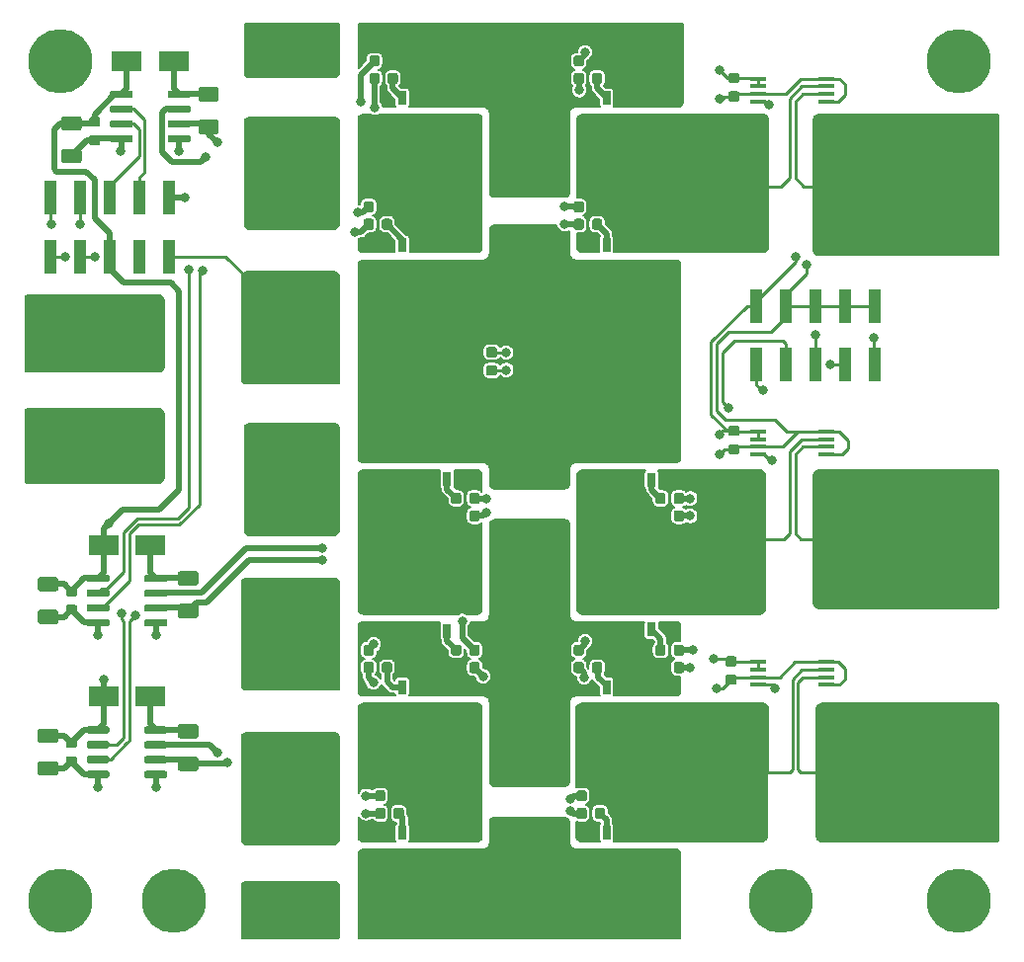
<source format=gtl>
G04 This is an RS-274x file exported by *
G04 gerbv version 2.6A *
G04 More information is available about gerbv at *
G04 http://gerbv.geda-project.org/ *
G04 --End of header info--*
%MOIN*%
%FSLAX34Y34*%
%IPPOS*%
G04 --Define apertures--*
%ADD10C,0.2165*%
%ADD11C,0.0315*%
%ADD12C,0.2520*%
%ADD13C,0.0039*%
%ADD14C,0.0531*%
%ADD15O,0.0689X0.0472*%
%ADD16C,0.0472*%
%ADD17R,0.0709X0.0984*%
%ADD18R,0.0417X0.0256*%
%ADD19C,0.0236*%
%ADD20R,0.0417X0.0157*%
%ADD21R,0.0571X0.0177*%
%ADD22R,0.0177X0.0571*%
%ADD23C,0.0118*%
%ADD24C,0.0344*%
%ADD25R,0.0236X0.1299*%
%ADD26R,0.0197X0.0197*%
%ADD27R,0.0394X0.0394*%
%ADD28R,0.0276X0.0453*%
%ADD29R,0.1654X0.1299*%
%ADD30R,0.1850X0.0610*%
%ADD31R,0.0551X0.0394*%
%ADD32O,0.0394X0.0394*%
%ADD33R,0.3031X0.1220*%
%ADD34C,0.0492*%
%ADD35C,0.0197*%
%ADD36R,0.0669X0.0787*%
%ADD37R,0.0787X0.0197*%
%ADD38R,0.3937X0.1969*%
%ADD39R,0.0394X0.1181*%
%ADD40R,0.0669X0.0512*%
%ADD41R,0.0984X0.0709*%
%ADD42C,0.0709*%
%ADD43C,0.0984*%
%ADD44C,0.0177*%
%ADD45C,0.0197*%
%ADD46C,0.0098*%
%ADD47C,0.0157*%
%ADD48C,0.0059*%
%ADD49C,0.0079*%
G04 --Start main section--*
G54D10*
G01X0048031Y-070276D03*
G01X0027559Y-070276D03*
G01X0023740Y-070276D03*
G01X0054055Y-070276D03*
G01X0054055Y-041929D03*
G01X0023740Y-041929D03*
G54D11*
G01X0040137Y-061340D03*
G01X0039469Y-061063D03*
G01X0038800Y-061340D03*
G01X0038524Y-062008D03*
G01X0038800Y-062676D03*
G01X0039469Y-062953D03*
G01X0040137Y-062676D03*
G01X0040413Y-062008D03*
G54D12*
G01X0039469Y-062008D03*
G54D11*
G01X0039940Y-041359D03*
G01X0039272Y-041083D03*
G01X0038604Y-041359D03*
G01X0038327Y-042028D03*
G01X0038604Y-042696D03*
G01X0039272Y-042972D03*
G01X0039940Y-042696D03*
G01X0040217Y-042028D03*
G54D12*
G01X0039272Y-042028D03*
G54D13*
G36*
G01X0047460Y-063711D02*
G01X0047470Y-063713D01*
G01X0047479Y-063715D01*
G01X0047488Y-063718D01*
G01X0047497Y-063722D01*
G01X0047505Y-063727D01*
G01X0047513Y-063733D01*
G01X0047520Y-063739D01*
G01X0047527Y-063747D01*
G01X0047533Y-063754D01*
G01X0047538Y-063763D01*
G01X0047542Y-063771D01*
G01X0047545Y-063780D01*
G01X0047547Y-063790D01*
G01X0047549Y-063799D01*
G01X0047549Y-063809D01*
G01X0047549Y-064931D01*
G01X0047549Y-064941D01*
G01X0047547Y-064950D01*
G01X0047545Y-064960D01*
G01X0047542Y-064969D01*
G01X0047538Y-064978D01*
G01X0047533Y-064986D01*
G01X0047527Y-064994D01*
G01X0047520Y-065001D01*
G01X0047513Y-065007D01*
G01X0047505Y-065013D01*
G01X0047497Y-065018D01*
G01X0047488Y-065022D01*
G01X0047479Y-065025D01*
G01X0047470Y-065028D01*
G01X0047460Y-065029D01*
G01X0047451Y-065030D01*
G01X0047116Y-065030D01*
G01X0047106Y-065029D01*
G01X0047097Y-065028D01*
G01X0047088Y-065025D01*
G01X0047078Y-065022D01*
G01X0047070Y-065018D01*
G01X0047061Y-065013D01*
G01X0047054Y-065007D01*
G01X0047047Y-065001D01*
G01X0047040Y-064994D01*
G01X0047034Y-064986D01*
G01X0047029Y-064978D01*
G01X0047025Y-064969D01*
G01X0047022Y-064960D01*
G01X0047020Y-064950D01*
G01X0047018Y-064941D01*
G01X0047018Y-064931D01*
G01X0047018Y-063809D01*
G01X0047018Y-063799D01*
G01X0047020Y-063790D01*
G01X0047022Y-063780D01*
G01X0047025Y-063771D01*
G01X0047029Y-063763D01*
G01X0047034Y-063754D01*
G01X0047040Y-063747D01*
G01X0047047Y-063739D01*
G01X0047054Y-063733D01*
G01X0047061Y-063727D01*
G01X0047070Y-063722D01*
G01X0047078Y-063718D01*
G01X0047088Y-063715D01*
G01X0047097Y-063713D01*
G01X0047106Y-063711D01*
G01X0047116Y-063711D01*
G01X0047451Y-063711D01*
G01X0047460Y-063711D01*
G01X0047460Y-063711D01*
G37*
G54D14*
G01X0047283Y-064370D03*
G54D13*
G36*
G01X0049744Y-063711D02*
G01X0049753Y-063713D01*
G01X0049763Y-063715D01*
G01X0049772Y-063718D01*
G01X0049781Y-063722D01*
G01X0049789Y-063727D01*
G01X0049797Y-063733D01*
G01X0049804Y-063739D01*
G01X0049810Y-063747D01*
G01X0049816Y-063754D01*
G01X0049821Y-063763D01*
G01X0049825Y-063771D01*
G01X0049828Y-063780D01*
G01X0049831Y-063790D01*
G01X0049832Y-063799D01*
G01X0049833Y-063809D01*
G01X0049833Y-064931D01*
G01X0049832Y-064941D01*
G01X0049831Y-064950D01*
G01X0049828Y-064960D01*
G01X0049825Y-064969D01*
G01X0049821Y-064978D01*
G01X0049816Y-064986D01*
G01X0049810Y-064994D01*
G01X0049804Y-065001D01*
G01X0049797Y-065007D01*
G01X0049789Y-065013D01*
G01X0049781Y-065018D01*
G01X0049772Y-065022D01*
G01X0049763Y-065025D01*
G01X0049753Y-065028D01*
G01X0049744Y-065029D01*
G01X0049734Y-065030D01*
G01X0049400Y-065030D01*
G01X0049390Y-065029D01*
G01X0049380Y-065028D01*
G01X0049371Y-065025D01*
G01X0049362Y-065022D01*
G01X0049353Y-065018D01*
G01X0049345Y-065013D01*
G01X0049337Y-065007D01*
G01X0049330Y-065001D01*
G01X0049324Y-064994D01*
G01X0049318Y-064986D01*
G01X0049313Y-064978D01*
G01X0049309Y-064969D01*
G01X0049305Y-064960D01*
G01X0049303Y-064950D01*
G01X0049302Y-064941D01*
G01X0049301Y-064931D01*
G01X0049301Y-063809D01*
G01X0049302Y-063799D01*
G01X0049303Y-063790D01*
G01X0049305Y-063780D01*
G01X0049309Y-063771D01*
G01X0049313Y-063763D01*
G01X0049318Y-063754D01*
G01X0049324Y-063747D01*
G01X0049330Y-063739D01*
G01X0049337Y-063733D01*
G01X0049345Y-063727D01*
G01X0049353Y-063722D01*
G01X0049362Y-063718D01*
G01X0049371Y-063715D01*
G01X0049380Y-063713D01*
G01X0049390Y-063711D01*
G01X0049400Y-063711D01*
G01X0049734Y-063711D01*
G01X0049744Y-063711D01*
G01X0049744Y-063711D01*
G37*
G54D14*
G01X0049567Y-064370D03*
G54D13*
G36*
G01X0047460Y-065286D02*
G01X0047470Y-065287D01*
G01X0047479Y-065290D01*
G01X0047488Y-065293D01*
G01X0047497Y-065297D01*
G01X0047505Y-065302D01*
G01X0047513Y-065308D01*
G01X0047520Y-065314D01*
G01X0047527Y-065321D01*
G01X0047533Y-065329D01*
G01X0047538Y-065337D01*
G01X0047542Y-065346D01*
G01X0047545Y-065355D01*
G01X0047547Y-065365D01*
G01X0047549Y-065374D01*
G01X0047549Y-065384D01*
G01X0047549Y-066506D01*
G01X0047549Y-066516D01*
G01X0047547Y-066525D01*
G01X0047545Y-066534D01*
G01X0047542Y-066544D01*
G01X0047538Y-066552D01*
G01X0047533Y-066561D01*
G01X0047527Y-066568D01*
G01X0047520Y-066576D01*
G01X0047513Y-066582D01*
G01X0047505Y-066588D01*
G01X0047497Y-066593D01*
G01X0047488Y-066597D01*
G01X0047479Y-066600D01*
G01X0047470Y-066602D01*
G01X0047460Y-066604D01*
G01X0047451Y-066604D01*
G01X0047116Y-066604D01*
G01X0047106Y-066604D01*
G01X0047097Y-066602D01*
G01X0047088Y-066600D01*
G01X0047078Y-066597D01*
G01X0047070Y-066593D01*
G01X0047061Y-066588D01*
G01X0047054Y-066582D01*
G01X0047047Y-066576D01*
G01X0047040Y-066568D01*
G01X0047034Y-066561D01*
G01X0047029Y-066552D01*
G01X0047025Y-066544D01*
G01X0047022Y-066534D01*
G01X0047020Y-066525D01*
G01X0047018Y-066516D01*
G01X0047018Y-066506D01*
G01X0047018Y-065384D01*
G01X0047018Y-065374D01*
G01X0047020Y-065365D01*
G01X0047022Y-065355D01*
G01X0047025Y-065346D01*
G01X0047029Y-065337D01*
G01X0047034Y-065329D01*
G01X0047040Y-065321D01*
G01X0047047Y-065314D01*
G01X0047054Y-065308D01*
G01X0047061Y-065302D01*
G01X0047070Y-065297D01*
G01X0047078Y-065293D01*
G01X0047088Y-065290D01*
G01X0047097Y-065287D01*
G01X0047106Y-065286D01*
G01X0047116Y-065285D01*
G01X0047451Y-065285D01*
G01X0047460Y-065286D01*
G01X0047460Y-065286D01*
G37*
G54D14*
G01X0047283Y-065945D03*
G54D13*
G36*
G01X0049744Y-065286D02*
G01X0049753Y-065287D01*
G01X0049763Y-065290D01*
G01X0049772Y-065293D01*
G01X0049781Y-065297D01*
G01X0049789Y-065302D01*
G01X0049797Y-065308D01*
G01X0049804Y-065314D01*
G01X0049810Y-065321D01*
G01X0049816Y-065329D01*
G01X0049821Y-065337D01*
G01X0049825Y-065346D01*
G01X0049828Y-065355D01*
G01X0049831Y-065365D01*
G01X0049832Y-065374D01*
G01X0049833Y-065384D01*
G01X0049833Y-066506D01*
G01X0049832Y-066516D01*
G01X0049831Y-066525D01*
G01X0049828Y-066534D01*
G01X0049825Y-066544D01*
G01X0049821Y-066552D01*
G01X0049816Y-066561D01*
G01X0049810Y-066568D01*
G01X0049804Y-066576D01*
G01X0049797Y-066582D01*
G01X0049789Y-066588D01*
G01X0049781Y-066593D01*
G01X0049772Y-066597D01*
G01X0049763Y-066600D01*
G01X0049753Y-066602D01*
G01X0049744Y-066604D01*
G01X0049734Y-066604D01*
G01X0049400Y-066604D01*
G01X0049390Y-066604D01*
G01X0049380Y-066602D01*
G01X0049371Y-066600D01*
G01X0049362Y-066597D01*
G01X0049353Y-066593D01*
G01X0049345Y-066588D01*
G01X0049337Y-066582D01*
G01X0049330Y-066576D01*
G01X0049324Y-066568D01*
G01X0049318Y-066561D01*
G01X0049313Y-066552D01*
G01X0049309Y-066544D01*
G01X0049305Y-066534D01*
G01X0049303Y-066525D01*
G01X0049302Y-066516D01*
G01X0049301Y-066506D01*
G01X0049301Y-065384D01*
G01X0049302Y-065374D01*
G01X0049303Y-065365D01*
G01X0049305Y-065355D01*
G01X0049309Y-065346D01*
G01X0049313Y-065337D01*
G01X0049318Y-065329D01*
G01X0049324Y-065321D01*
G01X0049330Y-065314D01*
G01X0049337Y-065308D01*
G01X0049345Y-065302D01*
G01X0049353Y-065297D01*
G01X0049362Y-065293D01*
G01X0049371Y-065290D01*
G01X0049380Y-065287D01*
G01X0049390Y-065286D01*
G01X0049400Y-065285D01*
G01X0049734Y-065285D01*
G01X0049744Y-065286D01*
G01X0049744Y-065286D01*
G37*
G54D14*
G01X0049567Y-065945D03*
G54D13*
G36*
G01X0047460Y-066861D02*
G01X0047470Y-066862D01*
G01X0047479Y-066864D01*
G01X0047488Y-066868D01*
G01X0047497Y-066872D01*
G01X0047505Y-066877D01*
G01X0047513Y-066883D01*
G01X0047520Y-066889D01*
G01X0047527Y-066896D01*
G01X0047533Y-066904D01*
G01X0047538Y-066912D01*
G01X0047542Y-066921D01*
G01X0047545Y-066930D01*
G01X0047547Y-066939D01*
G01X0047549Y-066949D01*
G01X0047549Y-066959D01*
G01X0047549Y-068081D01*
G01X0047549Y-068090D01*
G01X0047547Y-068100D01*
G01X0047545Y-068109D01*
G01X0047542Y-068118D01*
G01X0047538Y-068127D01*
G01X0047533Y-068135D01*
G01X0047527Y-068143D01*
G01X0047520Y-068150D01*
G01X0047513Y-068157D01*
G01X0047505Y-068163D01*
G01X0047497Y-068168D01*
G01X0047488Y-068172D01*
G01X0047479Y-068175D01*
G01X0047470Y-068177D01*
G01X0047460Y-068179D01*
G01X0047451Y-068179D01*
G01X0047116Y-068179D01*
G01X0047106Y-068179D01*
G01X0047097Y-068177D01*
G01X0047088Y-068175D01*
G01X0047078Y-068172D01*
G01X0047070Y-068168D01*
G01X0047061Y-068163D01*
G01X0047054Y-068157D01*
G01X0047047Y-068150D01*
G01X0047040Y-068143D01*
G01X0047034Y-068135D01*
G01X0047029Y-068127D01*
G01X0047025Y-068118D01*
G01X0047022Y-068109D01*
G01X0047020Y-068100D01*
G01X0047018Y-068090D01*
G01X0047018Y-068081D01*
G01X0047018Y-066959D01*
G01X0047018Y-066949D01*
G01X0047020Y-066939D01*
G01X0047022Y-066930D01*
G01X0047025Y-066921D01*
G01X0047029Y-066912D01*
G01X0047034Y-066904D01*
G01X0047040Y-066896D01*
G01X0047047Y-066889D01*
G01X0047054Y-066883D01*
G01X0047061Y-066877D01*
G01X0047070Y-066872D01*
G01X0047078Y-066868D01*
G01X0047088Y-066864D01*
G01X0047097Y-066862D01*
G01X0047106Y-066861D01*
G01X0047116Y-066860D01*
G01X0047451Y-066860D01*
G01X0047460Y-066861D01*
G01X0047460Y-066861D01*
G37*
G54D14*
G01X0047283Y-067520D03*
G54D13*
G36*
G01X0049744Y-066861D02*
G01X0049753Y-066862D01*
G01X0049763Y-066864D01*
G01X0049772Y-066868D01*
G01X0049781Y-066872D01*
G01X0049789Y-066877D01*
G01X0049797Y-066883D01*
G01X0049804Y-066889D01*
G01X0049810Y-066896D01*
G01X0049816Y-066904D01*
G01X0049821Y-066912D01*
G01X0049825Y-066921D01*
G01X0049828Y-066930D01*
G01X0049831Y-066939D01*
G01X0049832Y-066949D01*
G01X0049833Y-066959D01*
G01X0049833Y-068081D01*
G01X0049832Y-068090D01*
G01X0049831Y-068100D01*
G01X0049828Y-068109D01*
G01X0049825Y-068118D01*
G01X0049821Y-068127D01*
G01X0049816Y-068135D01*
G01X0049810Y-068143D01*
G01X0049804Y-068150D01*
G01X0049797Y-068157D01*
G01X0049789Y-068163D01*
G01X0049781Y-068168D01*
G01X0049772Y-068172D01*
G01X0049763Y-068175D01*
G01X0049753Y-068177D01*
G01X0049744Y-068179D01*
G01X0049734Y-068179D01*
G01X0049400Y-068179D01*
G01X0049390Y-068179D01*
G01X0049380Y-068177D01*
G01X0049371Y-068175D01*
G01X0049362Y-068172D01*
G01X0049353Y-068168D01*
G01X0049345Y-068163D01*
G01X0049337Y-068157D01*
G01X0049330Y-068150D01*
G01X0049324Y-068143D01*
G01X0049318Y-068135D01*
G01X0049313Y-068127D01*
G01X0049309Y-068118D01*
G01X0049305Y-068109D01*
G01X0049303Y-068100D01*
G01X0049302Y-068090D01*
G01X0049301Y-068081D01*
G01X0049301Y-066959D01*
G01X0049302Y-066949D01*
G01X0049303Y-066939D01*
G01X0049305Y-066930D01*
G01X0049309Y-066921D01*
G01X0049313Y-066912D01*
G01X0049318Y-066904D01*
G01X0049324Y-066896D01*
G01X0049330Y-066889D01*
G01X0049337Y-066883D01*
G01X0049345Y-066877D01*
G01X0049353Y-066872D01*
G01X0049362Y-066868D01*
G01X0049371Y-066864D01*
G01X0049380Y-066862D01*
G01X0049390Y-066861D01*
G01X0049400Y-066860D01*
G01X0049734Y-066860D01*
G01X0049744Y-066861D01*
G01X0049744Y-066861D01*
G37*
G54D14*
G01X0049567Y-067520D03*
G54D13*
G36*
G01X0047362Y-055837D02*
G01X0047372Y-055839D01*
G01X0047381Y-055841D01*
G01X0047390Y-055844D01*
G01X0047399Y-055848D01*
G01X0047407Y-055853D01*
G01X0047415Y-055859D01*
G01X0047422Y-055865D01*
G01X0047428Y-055873D01*
G01X0047434Y-055880D01*
G01X0047439Y-055889D01*
G01X0047443Y-055897D01*
G01X0047447Y-055906D01*
G01X0047449Y-055916D01*
G01X0047450Y-055925D01*
G01X0047451Y-055935D01*
G01X0047451Y-057057D01*
G01X0047450Y-057067D01*
G01X0047449Y-057076D01*
G01X0047447Y-057086D01*
G01X0047443Y-057095D01*
G01X0047439Y-057103D01*
G01X0047434Y-057112D01*
G01X0047428Y-057120D01*
G01X0047422Y-057127D01*
G01X0047415Y-057133D01*
G01X0047407Y-057139D01*
G01X0047399Y-057144D01*
G01X0047390Y-057148D01*
G01X0047381Y-057151D01*
G01X0047372Y-057154D01*
G01X0047362Y-057155D01*
G01X0047352Y-057156D01*
G01X0047018Y-057156D01*
G01X0047008Y-057155D01*
G01X0046999Y-057154D01*
G01X0046989Y-057151D01*
G01X0046980Y-057148D01*
G01X0046971Y-057144D01*
G01X0046963Y-057139D01*
G01X0046955Y-057133D01*
G01X0046948Y-057127D01*
G01X0046942Y-057120D01*
G01X0046936Y-057112D01*
G01X0046931Y-057103D01*
G01X0046927Y-057095D01*
G01X0046924Y-057086D01*
G01X0046921Y-057076D01*
G01X0046920Y-057067D01*
G01X0046919Y-057057D01*
G01X0046919Y-055935D01*
G01X0046920Y-055925D01*
G01X0046921Y-055916D01*
G01X0046924Y-055906D01*
G01X0046927Y-055897D01*
G01X0046931Y-055889D01*
G01X0046936Y-055880D01*
G01X0046942Y-055873D01*
G01X0046948Y-055865D01*
G01X0046955Y-055859D01*
G01X0046963Y-055853D01*
G01X0046971Y-055848D01*
G01X0046980Y-055844D01*
G01X0046989Y-055841D01*
G01X0046999Y-055839D01*
G01X0047008Y-055837D01*
G01X0047018Y-055837D01*
G01X0047352Y-055837D01*
G01X0047362Y-055837D01*
G01X0047362Y-055837D01*
G37*
G54D14*
G01X0047185Y-056496D03*
G54D13*
G36*
G01X0049645Y-055837D02*
G01X0049655Y-055839D01*
G01X0049664Y-055841D01*
G01X0049673Y-055844D01*
G01X0049682Y-055848D01*
G01X0049691Y-055853D01*
G01X0049698Y-055859D01*
G01X0049705Y-055865D01*
G01X0049712Y-055873D01*
G01X0049718Y-055880D01*
G01X0049723Y-055889D01*
G01X0049727Y-055897D01*
G01X0049730Y-055906D01*
G01X0049732Y-055916D01*
G01X0049734Y-055925D01*
G01X0049734Y-055935D01*
G01X0049734Y-057057D01*
G01X0049734Y-057067D01*
G01X0049732Y-057076D01*
G01X0049730Y-057086D01*
G01X0049727Y-057095D01*
G01X0049723Y-057103D01*
G01X0049718Y-057112D01*
G01X0049712Y-057120D01*
G01X0049705Y-057127D01*
G01X0049698Y-057133D01*
G01X0049691Y-057139D01*
G01X0049682Y-057144D01*
G01X0049673Y-057148D01*
G01X0049664Y-057151D01*
G01X0049655Y-057154D01*
G01X0049645Y-057155D01*
G01X0049636Y-057156D01*
G01X0049301Y-057156D01*
G01X0049292Y-057155D01*
G01X0049282Y-057154D01*
G01X0049273Y-057151D01*
G01X0049264Y-057148D01*
G01X0049255Y-057144D01*
G01X0049246Y-057139D01*
G01X0049239Y-057133D01*
G01X0049232Y-057127D01*
G01X0049225Y-057120D01*
G01X0049219Y-057112D01*
G01X0049214Y-057103D01*
G01X0049210Y-057095D01*
G01X0049207Y-057086D01*
G01X0049205Y-057076D01*
G01X0049203Y-057067D01*
G01X0049203Y-057057D01*
G01X0049203Y-055935D01*
G01X0049203Y-055925D01*
G01X0049205Y-055916D01*
G01X0049207Y-055906D01*
G01X0049210Y-055897D01*
G01X0049214Y-055889D01*
G01X0049219Y-055880D01*
G01X0049225Y-055873D01*
G01X0049232Y-055865D01*
G01X0049239Y-055859D01*
G01X0049246Y-055853D01*
G01X0049255Y-055848D01*
G01X0049264Y-055844D01*
G01X0049273Y-055841D01*
G01X0049282Y-055839D01*
G01X0049292Y-055837D01*
G01X0049301Y-055837D01*
G01X0049636Y-055837D01*
G01X0049645Y-055837D01*
G01X0049645Y-055837D01*
G37*
G54D14*
G01X0049469Y-056496D03*
G54D13*
G36*
G01X0047362Y-057412D02*
G01X0047372Y-057413D01*
G01X0047381Y-057416D01*
G01X0047390Y-057419D01*
G01X0047399Y-057423D01*
G01X0047407Y-057428D01*
G01X0047415Y-057434D01*
G01X0047422Y-057440D01*
G01X0047428Y-057447D01*
G01X0047434Y-057455D01*
G01X0047439Y-057463D01*
G01X0047443Y-057472D01*
G01X0047447Y-057481D01*
G01X0047449Y-057491D01*
G01X0047450Y-057500D01*
G01X0047451Y-057510D01*
G01X0047451Y-058632D01*
G01X0047450Y-058642D01*
G01X0047449Y-058651D01*
G01X0047447Y-058660D01*
G01X0047443Y-058670D01*
G01X0047439Y-058678D01*
G01X0047434Y-058687D01*
G01X0047428Y-058694D01*
G01X0047422Y-058701D01*
G01X0047415Y-058708D01*
G01X0047407Y-058714D01*
G01X0047399Y-058719D01*
G01X0047390Y-058723D01*
G01X0047381Y-058726D01*
G01X0047372Y-058728D01*
G01X0047362Y-058730D01*
G01X0047352Y-058730D01*
G01X0047018Y-058730D01*
G01X0047008Y-058730D01*
G01X0046999Y-058728D01*
G01X0046989Y-058726D01*
G01X0046980Y-058723D01*
G01X0046971Y-058719D01*
G01X0046963Y-058714D01*
G01X0046955Y-058708D01*
G01X0046948Y-058701D01*
G01X0046942Y-058694D01*
G01X0046936Y-058687D01*
G01X0046931Y-058678D01*
G01X0046927Y-058670D01*
G01X0046924Y-058660D01*
G01X0046921Y-058651D01*
G01X0046920Y-058642D01*
G01X0046919Y-058632D01*
G01X0046919Y-057510D01*
G01X0046920Y-057500D01*
G01X0046921Y-057491D01*
G01X0046924Y-057481D01*
G01X0046927Y-057472D01*
G01X0046931Y-057463D01*
G01X0046936Y-057455D01*
G01X0046942Y-057447D01*
G01X0046948Y-057440D01*
G01X0046955Y-057434D01*
G01X0046963Y-057428D01*
G01X0046971Y-057423D01*
G01X0046980Y-057419D01*
G01X0046989Y-057416D01*
G01X0046999Y-057413D01*
G01X0047008Y-057412D01*
G01X0047018Y-057411D01*
G01X0047352Y-057411D01*
G01X0047362Y-057412D01*
G01X0047362Y-057412D01*
G37*
G54D14*
G01X0047185Y-058071D03*
G54D13*
G36*
G01X0049645Y-057412D02*
G01X0049655Y-057413D01*
G01X0049664Y-057416D01*
G01X0049673Y-057419D01*
G01X0049682Y-057423D01*
G01X0049691Y-057428D01*
G01X0049698Y-057434D01*
G01X0049705Y-057440D01*
G01X0049712Y-057447D01*
G01X0049718Y-057455D01*
G01X0049723Y-057463D01*
G01X0049727Y-057472D01*
G01X0049730Y-057481D01*
G01X0049732Y-057491D01*
G01X0049734Y-057500D01*
G01X0049734Y-057510D01*
G01X0049734Y-058632D01*
G01X0049734Y-058642D01*
G01X0049732Y-058651D01*
G01X0049730Y-058660D01*
G01X0049727Y-058670D01*
G01X0049723Y-058678D01*
G01X0049718Y-058687D01*
G01X0049712Y-058694D01*
G01X0049705Y-058701D01*
G01X0049698Y-058708D01*
G01X0049691Y-058714D01*
G01X0049682Y-058719D01*
G01X0049673Y-058723D01*
G01X0049664Y-058726D01*
G01X0049655Y-058728D01*
G01X0049645Y-058730D01*
G01X0049636Y-058730D01*
G01X0049301Y-058730D01*
G01X0049292Y-058730D01*
G01X0049282Y-058728D01*
G01X0049273Y-058726D01*
G01X0049264Y-058723D01*
G01X0049255Y-058719D01*
G01X0049246Y-058714D01*
G01X0049239Y-058708D01*
G01X0049232Y-058701D01*
G01X0049225Y-058694D01*
G01X0049219Y-058687D01*
G01X0049214Y-058678D01*
G01X0049210Y-058670D01*
G01X0049207Y-058660D01*
G01X0049205Y-058651D01*
G01X0049203Y-058642D01*
G01X0049203Y-058632D01*
G01X0049203Y-057510D01*
G01X0049203Y-057500D01*
G01X0049205Y-057491D01*
G01X0049207Y-057481D01*
G01X0049210Y-057472D01*
G01X0049214Y-057463D01*
G01X0049219Y-057455D01*
G01X0049225Y-057447D01*
G01X0049232Y-057440D01*
G01X0049239Y-057434D01*
G01X0049246Y-057428D01*
G01X0049255Y-057423D01*
G01X0049264Y-057419D01*
G01X0049273Y-057416D01*
G01X0049282Y-057413D01*
G01X0049292Y-057412D01*
G01X0049301Y-057411D01*
G01X0049636Y-057411D01*
G01X0049645Y-057412D01*
G01X0049645Y-057412D01*
G37*
G54D14*
G01X0049469Y-058071D03*
G54D13*
G36*
G01X0047362Y-058987D02*
G01X0047372Y-058988D01*
G01X0047381Y-058990D01*
G01X0047390Y-058994D01*
G01X0047399Y-058998D01*
G01X0047407Y-059003D01*
G01X0047415Y-059009D01*
G01X0047422Y-059015D01*
G01X0047428Y-059022D01*
G01X0047434Y-059030D01*
G01X0047439Y-059038D01*
G01X0047443Y-059047D01*
G01X0047447Y-059056D01*
G01X0047449Y-059065D01*
G01X0047450Y-059075D01*
G01X0047451Y-059085D01*
G01X0047451Y-060207D01*
G01X0047450Y-060216D01*
G01X0047449Y-060226D01*
G01X0047447Y-060235D01*
G01X0047443Y-060244D01*
G01X0047439Y-060253D01*
G01X0047434Y-060261D01*
G01X0047428Y-060269D01*
G01X0047422Y-060276D01*
G01X0047415Y-060283D01*
G01X0047407Y-060289D01*
G01X0047399Y-060293D01*
G01X0047390Y-060298D01*
G01X0047381Y-060301D01*
G01X0047372Y-060303D01*
G01X0047362Y-060305D01*
G01X0047352Y-060305D01*
G01X0047018Y-060305D01*
G01X0047008Y-060305D01*
G01X0046999Y-060303D01*
G01X0046989Y-060301D01*
G01X0046980Y-060298D01*
G01X0046971Y-060293D01*
G01X0046963Y-060289D01*
G01X0046955Y-060283D01*
G01X0046948Y-060276D01*
G01X0046942Y-060269D01*
G01X0046936Y-060261D01*
G01X0046931Y-060253D01*
G01X0046927Y-060244D01*
G01X0046924Y-060235D01*
G01X0046921Y-060226D01*
G01X0046920Y-060216D01*
G01X0046919Y-060207D01*
G01X0046919Y-059085D01*
G01X0046920Y-059075D01*
G01X0046921Y-059065D01*
G01X0046924Y-059056D01*
G01X0046927Y-059047D01*
G01X0046931Y-059038D01*
G01X0046936Y-059030D01*
G01X0046942Y-059022D01*
G01X0046948Y-059015D01*
G01X0046955Y-059009D01*
G01X0046963Y-059003D01*
G01X0046971Y-058998D01*
G01X0046980Y-058994D01*
G01X0046989Y-058990D01*
G01X0046999Y-058988D01*
G01X0047008Y-058987D01*
G01X0047018Y-058986D01*
G01X0047352Y-058986D01*
G01X0047362Y-058987D01*
G01X0047362Y-058987D01*
G37*
G54D14*
G01X0047185Y-059646D03*
G54D13*
G36*
G01X0049645Y-058987D02*
G01X0049655Y-058988D01*
G01X0049664Y-058990D01*
G01X0049673Y-058994D01*
G01X0049682Y-058998D01*
G01X0049691Y-059003D01*
G01X0049698Y-059009D01*
G01X0049705Y-059015D01*
G01X0049712Y-059022D01*
G01X0049718Y-059030D01*
G01X0049723Y-059038D01*
G01X0049727Y-059047D01*
G01X0049730Y-059056D01*
G01X0049732Y-059065D01*
G01X0049734Y-059075D01*
G01X0049734Y-059085D01*
G01X0049734Y-060207D01*
G01X0049734Y-060216D01*
G01X0049732Y-060226D01*
G01X0049730Y-060235D01*
G01X0049727Y-060244D01*
G01X0049723Y-060253D01*
G01X0049718Y-060261D01*
G01X0049712Y-060269D01*
G01X0049705Y-060276D01*
G01X0049698Y-060283D01*
G01X0049691Y-060289D01*
G01X0049682Y-060293D01*
G01X0049673Y-060298D01*
G01X0049664Y-060301D01*
G01X0049655Y-060303D01*
G01X0049645Y-060305D01*
G01X0049636Y-060305D01*
G01X0049301Y-060305D01*
G01X0049292Y-060305D01*
G01X0049282Y-060303D01*
G01X0049273Y-060301D01*
G01X0049264Y-060298D01*
G01X0049255Y-060293D01*
G01X0049246Y-060289D01*
G01X0049239Y-060283D01*
G01X0049232Y-060276D01*
G01X0049225Y-060269D01*
G01X0049219Y-060261D01*
G01X0049214Y-060253D01*
G01X0049210Y-060244D01*
G01X0049207Y-060235D01*
G01X0049205Y-060226D01*
G01X0049203Y-060216D01*
G01X0049203Y-060207D01*
G01X0049203Y-059085D01*
G01X0049203Y-059075D01*
G01X0049205Y-059065D01*
G01X0049207Y-059056D01*
G01X0049210Y-059047D01*
G01X0049214Y-059038D01*
G01X0049219Y-059030D01*
G01X0049225Y-059022D01*
G01X0049232Y-059015D01*
G01X0049239Y-059009D01*
G01X0049246Y-059003D01*
G01X0049255Y-058998D01*
G01X0049264Y-058994D01*
G01X0049273Y-058990D01*
G01X0049282Y-058988D01*
G01X0049292Y-058987D01*
G01X0049301Y-058986D01*
G01X0049636Y-058986D01*
G01X0049645Y-058987D01*
G01X0049645Y-058987D01*
G37*
G54D14*
G01X0049469Y-059646D03*
G54D13*
G36*
G01X0047362Y-043928D02*
G01X0047372Y-043929D01*
G01X0047381Y-043931D01*
G01X0047390Y-043935D01*
G01X0047399Y-043939D01*
G01X0047407Y-043944D01*
G01X0047415Y-043950D01*
G01X0047422Y-043956D01*
G01X0047428Y-043963D01*
G01X0047434Y-043971D01*
G01X0047439Y-043979D01*
G01X0047443Y-043988D01*
G01X0047447Y-043997D01*
G01X0047449Y-044006D01*
G01X0047450Y-044016D01*
G01X0047451Y-044026D01*
G01X0047451Y-045148D01*
G01X0047450Y-045157D01*
G01X0047449Y-045167D01*
G01X0047447Y-045176D01*
G01X0047443Y-045185D01*
G01X0047439Y-045194D01*
G01X0047434Y-045202D01*
G01X0047428Y-045210D01*
G01X0047422Y-045217D01*
G01X0047415Y-045224D01*
G01X0047407Y-045229D01*
G01X0047399Y-045234D01*
G01X0047390Y-045239D01*
G01X0047381Y-045242D01*
G01X0047372Y-045244D01*
G01X0047362Y-045246D01*
G01X0047352Y-045246D01*
G01X0047018Y-045246D01*
G01X0047008Y-045246D01*
G01X0046999Y-045244D01*
G01X0046989Y-045242D01*
G01X0046980Y-045239D01*
G01X0046971Y-045234D01*
G01X0046963Y-045229D01*
G01X0046955Y-045224D01*
G01X0046948Y-045217D01*
G01X0046942Y-045210D01*
G01X0046936Y-045202D01*
G01X0046931Y-045194D01*
G01X0046927Y-045185D01*
G01X0046924Y-045176D01*
G01X0046921Y-045167D01*
G01X0046920Y-045157D01*
G01X0046919Y-045148D01*
G01X0046919Y-044026D01*
G01X0046920Y-044016D01*
G01X0046921Y-044006D01*
G01X0046924Y-043997D01*
G01X0046927Y-043988D01*
G01X0046931Y-043979D01*
G01X0046936Y-043971D01*
G01X0046942Y-043963D01*
G01X0046948Y-043956D01*
G01X0046955Y-043950D01*
G01X0046963Y-043944D01*
G01X0046971Y-043939D01*
G01X0046980Y-043935D01*
G01X0046989Y-043931D01*
G01X0046999Y-043929D01*
G01X0047008Y-043928D01*
G01X0047018Y-043927D01*
G01X0047352Y-043927D01*
G01X0047362Y-043928D01*
G01X0047362Y-043928D01*
G37*
G54D14*
G01X0047185Y-044587D03*
G54D13*
G36*
G01X0049645Y-043928D02*
G01X0049655Y-043929D01*
G01X0049664Y-043931D01*
G01X0049673Y-043935D01*
G01X0049682Y-043939D01*
G01X0049691Y-043944D01*
G01X0049698Y-043950D01*
G01X0049705Y-043956D01*
G01X0049712Y-043963D01*
G01X0049718Y-043971D01*
G01X0049723Y-043979D01*
G01X0049727Y-043988D01*
G01X0049730Y-043997D01*
G01X0049732Y-044006D01*
G01X0049734Y-044016D01*
G01X0049734Y-044026D01*
G01X0049734Y-045148D01*
G01X0049734Y-045157D01*
G01X0049732Y-045167D01*
G01X0049730Y-045176D01*
G01X0049727Y-045185D01*
G01X0049723Y-045194D01*
G01X0049718Y-045202D01*
G01X0049712Y-045210D01*
G01X0049705Y-045217D01*
G01X0049698Y-045224D01*
G01X0049691Y-045229D01*
G01X0049682Y-045234D01*
G01X0049673Y-045239D01*
G01X0049664Y-045242D01*
G01X0049655Y-045244D01*
G01X0049645Y-045246D01*
G01X0049636Y-045246D01*
G01X0049301Y-045246D01*
G01X0049292Y-045246D01*
G01X0049282Y-045244D01*
G01X0049273Y-045242D01*
G01X0049264Y-045239D01*
G01X0049255Y-045234D01*
G01X0049246Y-045229D01*
G01X0049239Y-045224D01*
G01X0049232Y-045217D01*
G01X0049225Y-045210D01*
G01X0049219Y-045202D01*
G01X0049214Y-045194D01*
G01X0049210Y-045185D01*
G01X0049207Y-045176D01*
G01X0049205Y-045167D01*
G01X0049203Y-045157D01*
G01X0049203Y-045148D01*
G01X0049203Y-044026D01*
G01X0049203Y-044016D01*
G01X0049205Y-044006D01*
G01X0049207Y-043997D01*
G01X0049210Y-043988D01*
G01X0049214Y-043979D01*
G01X0049219Y-043971D01*
G01X0049225Y-043963D01*
G01X0049232Y-043956D01*
G01X0049239Y-043950D01*
G01X0049246Y-043944D01*
G01X0049255Y-043939D01*
G01X0049264Y-043935D01*
G01X0049273Y-043931D01*
G01X0049282Y-043929D01*
G01X0049292Y-043928D01*
G01X0049301Y-043927D01*
G01X0049636Y-043927D01*
G01X0049645Y-043928D01*
G01X0049645Y-043928D01*
G37*
G54D14*
G01X0049469Y-044587D03*
G54D13*
G36*
G01X0047362Y-045502D02*
G01X0047372Y-045504D01*
G01X0047381Y-045506D01*
G01X0047390Y-045509D01*
G01X0047399Y-045514D01*
G01X0047407Y-045519D01*
G01X0047415Y-045524D01*
G01X0047422Y-045531D01*
G01X0047428Y-045538D01*
G01X0047434Y-045546D01*
G01X0047439Y-045554D01*
G01X0047443Y-045563D01*
G01X0047447Y-045572D01*
G01X0047449Y-045581D01*
G01X0047450Y-045591D01*
G01X0047451Y-045600D01*
G01X0047451Y-046722D01*
G01X0047450Y-046732D01*
G01X0047449Y-046742D01*
G01X0047447Y-046751D01*
G01X0047443Y-046760D01*
G01X0047439Y-046769D01*
G01X0047434Y-046777D01*
G01X0047428Y-046785D01*
G01X0047422Y-046792D01*
G01X0047415Y-046799D01*
G01X0047407Y-046804D01*
G01X0047399Y-046809D01*
G01X0047390Y-046813D01*
G01X0047381Y-046817D01*
G01X0047372Y-046819D01*
G01X0047362Y-046820D01*
G01X0047352Y-046821D01*
G01X0047018Y-046821D01*
G01X0047008Y-046820D01*
G01X0046999Y-046819D01*
G01X0046989Y-046817D01*
G01X0046980Y-046813D01*
G01X0046971Y-046809D01*
G01X0046963Y-046804D01*
G01X0046955Y-046799D01*
G01X0046948Y-046792D01*
G01X0046942Y-046785D01*
G01X0046936Y-046777D01*
G01X0046931Y-046769D01*
G01X0046927Y-046760D01*
G01X0046924Y-046751D01*
G01X0046921Y-046742D01*
G01X0046920Y-046732D01*
G01X0046919Y-046722D01*
G01X0046919Y-045600D01*
G01X0046920Y-045591D01*
G01X0046921Y-045581D01*
G01X0046924Y-045572D01*
G01X0046927Y-045563D01*
G01X0046931Y-045554D01*
G01X0046936Y-045546D01*
G01X0046942Y-045538D01*
G01X0046948Y-045531D01*
G01X0046955Y-045524D01*
G01X0046963Y-045519D01*
G01X0046971Y-045514D01*
G01X0046980Y-045509D01*
G01X0046989Y-045506D01*
G01X0046999Y-045504D01*
G01X0047008Y-045502D01*
G01X0047018Y-045502D01*
G01X0047352Y-045502D01*
G01X0047362Y-045502D01*
G01X0047362Y-045502D01*
G37*
G54D14*
G01X0047185Y-046161D03*
G54D13*
G36*
G01X0049645Y-045502D02*
G01X0049655Y-045504D01*
G01X0049664Y-045506D01*
G01X0049673Y-045509D01*
G01X0049682Y-045514D01*
G01X0049691Y-045519D01*
G01X0049698Y-045524D01*
G01X0049705Y-045531D01*
G01X0049712Y-045538D01*
G01X0049718Y-045546D01*
G01X0049723Y-045554D01*
G01X0049727Y-045563D01*
G01X0049730Y-045572D01*
G01X0049732Y-045581D01*
G01X0049734Y-045591D01*
G01X0049734Y-045600D01*
G01X0049734Y-046722D01*
G01X0049734Y-046732D01*
G01X0049732Y-046742D01*
G01X0049730Y-046751D01*
G01X0049727Y-046760D01*
G01X0049723Y-046769D01*
G01X0049718Y-046777D01*
G01X0049712Y-046785D01*
G01X0049705Y-046792D01*
G01X0049698Y-046799D01*
G01X0049691Y-046804D01*
G01X0049682Y-046809D01*
G01X0049673Y-046813D01*
G01X0049664Y-046817D01*
G01X0049655Y-046819D01*
G01X0049645Y-046820D01*
G01X0049636Y-046821D01*
G01X0049301Y-046821D01*
G01X0049292Y-046820D01*
G01X0049282Y-046819D01*
G01X0049273Y-046817D01*
G01X0049264Y-046813D01*
G01X0049255Y-046809D01*
G01X0049246Y-046804D01*
G01X0049239Y-046799D01*
G01X0049232Y-046792D01*
G01X0049225Y-046785D01*
G01X0049219Y-046777D01*
G01X0049214Y-046769D01*
G01X0049210Y-046760D01*
G01X0049207Y-046751D01*
G01X0049205Y-046742D01*
G01X0049203Y-046732D01*
G01X0049203Y-046722D01*
G01X0049203Y-045600D01*
G01X0049203Y-045591D01*
G01X0049205Y-045581D01*
G01X0049207Y-045572D01*
G01X0049210Y-045563D01*
G01X0049214Y-045554D01*
G01X0049219Y-045546D01*
G01X0049225Y-045538D01*
G01X0049232Y-045531D01*
G01X0049239Y-045524D01*
G01X0049246Y-045519D01*
G01X0049255Y-045514D01*
G01X0049264Y-045509D01*
G01X0049273Y-045506D01*
G01X0049282Y-045504D01*
G01X0049292Y-045502D01*
G01X0049301Y-045502D01*
G01X0049636Y-045502D01*
G01X0049645Y-045502D01*
G01X0049645Y-045502D01*
G37*
G54D14*
G01X0049469Y-046161D03*
G54D13*
G36*
G01X0047362Y-047077D02*
G01X0047372Y-047079D01*
G01X0047381Y-047081D01*
G01X0047390Y-047084D01*
G01X0047399Y-047088D01*
G01X0047407Y-047093D01*
G01X0047415Y-047099D01*
G01X0047422Y-047106D01*
G01X0047428Y-047113D01*
G01X0047434Y-047121D01*
G01X0047439Y-047129D01*
G01X0047443Y-047138D01*
G01X0047447Y-047147D01*
G01X0047449Y-047156D01*
G01X0047450Y-047166D01*
G01X0047451Y-047175D01*
G01X0047451Y-048297D01*
G01X0047450Y-048307D01*
G01X0047449Y-048316D01*
G01X0047447Y-048326D01*
G01X0047443Y-048335D01*
G01X0047439Y-048344D01*
G01X0047434Y-048352D01*
G01X0047428Y-048360D01*
G01X0047422Y-048367D01*
G01X0047415Y-048373D01*
G01X0047407Y-048379D01*
G01X0047399Y-048384D01*
G01X0047390Y-048388D01*
G01X0047381Y-048391D01*
G01X0047372Y-048394D01*
G01X0047362Y-048395D01*
G01X0047352Y-048396D01*
G01X0047018Y-048396D01*
G01X0047008Y-048395D01*
G01X0046999Y-048394D01*
G01X0046989Y-048391D01*
G01X0046980Y-048388D01*
G01X0046971Y-048384D01*
G01X0046963Y-048379D01*
G01X0046955Y-048373D01*
G01X0046948Y-048367D01*
G01X0046942Y-048360D01*
G01X0046936Y-048352D01*
G01X0046931Y-048344D01*
G01X0046927Y-048335D01*
G01X0046924Y-048326D01*
G01X0046921Y-048316D01*
G01X0046920Y-048307D01*
G01X0046919Y-048297D01*
G01X0046919Y-047175D01*
G01X0046920Y-047166D01*
G01X0046921Y-047156D01*
G01X0046924Y-047147D01*
G01X0046927Y-047138D01*
G01X0046931Y-047129D01*
G01X0046936Y-047121D01*
G01X0046942Y-047113D01*
G01X0046948Y-047106D01*
G01X0046955Y-047099D01*
G01X0046963Y-047093D01*
G01X0046971Y-047088D01*
G01X0046980Y-047084D01*
G01X0046989Y-047081D01*
G01X0046999Y-047079D01*
G01X0047008Y-047077D01*
G01X0047018Y-047077D01*
G01X0047352Y-047077D01*
G01X0047362Y-047077D01*
G01X0047362Y-047077D01*
G37*
G54D14*
G01X0047185Y-047736D03*
G54D13*
G36*
G01X0049645Y-047077D02*
G01X0049655Y-047079D01*
G01X0049664Y-047081D01*
G01X0049673Y-047084D01*
G01X0049682Y-047088D01*
G01X0049691Y-047093D01*
G01X0049698Y-047099D01*
G01X0049705Y-047106D01*
G01X0049712Y-047113D01*
G01X0049718Y-047121D01*
G01X0049723Y-047129D01*
G01X0049727Y-047138D01*
G01X0049730Y-047147D01*
G01X0049732Y-047156D01*
G01X0049734Y-047166D01*
G01X0049734Y-047175D01*
G01X0049734Y-048297D01*
G01X0049734Y-048307D01*
G01X0049732Y-048316D01*
G01X0049730Y-048326D01*
G01X0049727Y-048335D01*
G01X0049723Y-048344D01*
G01X0049718Y-048352D01*
G01X0049712Y-048360D01*
G01X0049705Y-048367D01*
G01X0049698Y-048373D01*
G01X0049691Y-048379D01*
G01X0049682Y-048384D01*
G01X0049673Y-048388D01*
G01X0049664Y-048391D01*
G01X0049655Y-048394D01*
G01X0049645Y-048395D01*
G01X0049636Y-048396D01*
G01X0049301Y-048396D01*
G01X0049292Y-048395D01*
G01X0049282Y-048394D01*
G01X0049273Y-048391D01*
G01X0049264Y-048388D01*
G01X0049255Y-048384D01*
G01X0049246Y-048379D01*
G01X0049239Y-048373D01*
G01X0049232Y-048367D01*
G01X0049225Y-048360D01*
G01X0049219Y-048352D01*
G01X0049214Y-048344D01*
G01X0049210Y-048335D01*
G01X0049207Y-048326D01*
G01X0049205Y-048316D01*
G01X0049203Y-048307D01*
G01X0049203Y-048297D01*
G01X0049203Y-047175D01*
G01X0049203Y-047166D01*
G01X0049205Y-047156D01*
G01X0049207Y-047147D01*
G01X0049210Y-047138D01*
G01X0049214Y-047129D01*
G01X0049219Y-047121D01*
G01X0049225Y-047113D01*
G01X0049232Y-047106D01*
G01X0049239Y-047099D01*
G01X0049246Y-047093D01*
G01X0049255Y-047088D01*
G01X0049264Y-047084D01*
G01X0049273Y-047081D01*
G01X0049282Y-047079D01*
G01X0049292Y-047077D01*
G01X0049301Y-047077D01*
G01X0049636Y-047077D01*
G01X0049645Y-047077D01*
G01X0049645Y-047077D01*
G37*
G54D14*
G01X0049469Y-047736D03*
G54D21*
G01X0047264Y-062982D03*
G01X0047264Y-062726D03*
G01X0047264Y-062470D03*
G01X0047264Y-062215D03*
G01X0049587Y-062215D03*
G01X0049587Y-062470D03*
G01X0049587Y-062726D03*
G01X0049587Y-062982D03*
G54D13*
G36*
G01X0027289Y-064388D02*
G01X0027295Y-064389D01*
G01X0027301Y-064390D01*
G01X0027306Y-064392D01*
G01X0027311Y-064395D01*
G01X0027316Y-064398D01*
G01X0027321Y-064401D01*
G01X0027325Y-064405D01*
G01X0027329Y-064409D01*
G01X0027333Y-064414D01*
G01X0027336Y-064419D01*
G01X0027338Y-064424D01*
G01X0027340Y-064430D01*
G01X0027341Y-064435D01*
G01X0027342Y-064441D01*
G01X0027343Y-064447D01*
G01X0027343Y-064565D01*
G01X0027342Y-064571D01*
G01X0027341Y-064576D01*
G01X0027340Y-064582D01*
G01X0027338Y-064588D01*
G01X0027336Y-064593D01*
G01X0027333Y-064598D01*
G01X0027329Y-064602D01*
G01X0027325Y-064607D01*
G01X0027321Y-064611D01*
G01X0027316Y-064614D01*
G01X0027311Y-064617D01*
G01X0027306Y-064620D01*
G01X0027301Y-064621D01*
G01X0027295Y-064623D01*
G01X0027289Y-064624D01*
G01X0027283Y-064624D01*
G01X0026634Y-064624D01*
G01X0026628Y-064624D01*
G01X0026622Y-064623D01*
G01X0026617Y-064621D01*
G01X0026611Y-064620D01*
G01X0026606Y-064617D01*
G01X0026601Y-064614D01*
G01X0026596Y-064611D01*
G01X0026592Y-064607D01*
G01X0026588Y-064602D01*
G01X0026585Y-064598D01*
G01X0026582Y-064593D01*
G01X0026579Y-064588D01*
G01X0026577Y-064582D01*
G01X0026576Y-064576D01*
G01X0026575Y-064571D01*
G01X0026575Y-064565D01*
G01X0026575Y-064447D01*
G01X0026575Y-064441D01*
G01X0026576Y-064435D01*
G01X0026577Y-064430D01*
G01X0026579Y-064424D01*
G01X0026582Y-064419D01*
G01X0026585Y-064414D01*
G01X0026588Y-064409D01*
G01X0026592Y-064405D01*
G01X0026596Y-064401D01*
G01X0026601Y-064398D01*
G01X0026606Y-064395D01*
G01X0026611Y-064392D01*
G01X0026617Y-064390D01*
G01X0026622Y-064389D01*
G01X0026628Y-064388D01*
G01X0026634Y-064388D01*
G01X0027283Y-064388D01*
G01X0027289Y-064388D01*
G01X0027289Y-064388D01*
G37*
G54D19*
G01X0026959Y-064506D03*
G54D13*
G36*
G01X0027289Y-064888D02*
G01X0027295Y-064889D01*
G01X0027301Y-064890D01*
G01X0027306Y-064892D01*
G01X0027311Y-064895D01*
G01X0027316Y-064898D01*
G01X0027321Y-064901D01*
G01X0027325Y-064905D01*
G01X0027329Y-064909D01*
G01X0027333Y-064914D01*
G01X0027336Y-064919D01*
G01X0027338Y-064924D01*
G01X0027340Y-064930D01*
G01X0027341Y-064935D01*
G01X0027342Y-064941D01*
G01X0027343Y-064947D01*
G01X0027343Y-065065D01*
G01X0027342Y-065071D01*
G01X0027341Y-065076D01*
G01X0027340Y-065082D01*
G01X0027338Y-065088D01*
G01X0027336Y-065093D01*
G01X0027333Y-065098D01*
G01X0027329Y-065102D01*
G01X0027325Y-065107D01*
G01X0027321Y-065111D01*
G01X0027316Y-065114D01*
G01X0027311Y-065117D01*
G01X0027306Y-065120D01*
G01X0027301Y-065121D01*
G01X0027295Y-065123D01*
G01X0027289Y-065124D01*
G01X0027283Y-065124D01*
G01X0026634Y-065124D01*
G01X0026628Y-065124D01*
G01X0026622Y-065123D01*
G01X0026617Y-065121D01*
G01X0026611Y-065120D01*
G01X0026606Y-065117D01*
G01X0026601Y-065114D01*
G01X0026596Y-065111D01*
G01X0026592Y-065107D01*
G01X0026588Y-065102D01*
G01X0026585Y-065098D01*
G01X0026582Y-065093D01*
G01X0026579Y-065088D01*
G01X0026577Y-065082D01*
G01X0026576Y-065076D01*
G01X0026575Y-065071D01*
G01X0026575Y-065065D01*
G01X0026575Y-064947D01*
G01X0026575Y-064941D01*
G01X0026576Y-064935D01*
G01X0026577Y-064930D01*
G01X0026579Y-064924D01*
G01X0026582Y-064919D01*
G01X0026585Y-064914D01*
G01X0026588Y-064909D01*
G01X0026592Y-064905D01*
G01X0026596Y-064901D01*
G01X0026601Y-064898D01*
G01X0026606Y-064895D01*
G01X0026611Y-064892D01*
G01X0026617Y-064890D01*
G01X0026622Y-064889D01*
G01X0026628Y-064888D01*
G01X0026634Y-064888D01*
G01X0027283Y-064888D01*
G01X0027289Y-064888D01*
G01X0027289Y-064888D01*
G37*
G54D19*
G01X0026959Y-065006D03*
G54D13*
G36*
G01X0027289Y-065388D02*
G01X0027295Y-065389D01*
G01X0027301Y-065390D01*
G01X0027306Y-065392D01*
G01X0027311Y-065395D01*
G01X0027316Y-065398D01*
G01X0027321Y-065401D01*
G01X0027325Y-065405D01*
G01X0027329Y-065409D01*
G01X0027333Y-065414D01*
G01X0027336Y-065419D01*
G01X0027338Y-065424D01*
G01X0027340Y-065430D01*
G01X0027341Y-065435D01*
G01X0027342Y-065441D01*
G01X0027343Y-065447D01*
G01X0027343Y-065565D01*
G01X0027342Y-065571D01*
G01X0027341Y-065576D01*
G01X0027340Y-065582D01*
G01X0027338Y-065588D01*
G01X0027336Y-065593D01*
G01X0027333Y-065598D01*
G01X0027329Y-065602D01*
G01X0027325Y-065607D01*
G01X0027321Y-065611D01*
G01X0027316Y-065614D01*
G01X0027311Y-065617D01*
G01X0027306Y-065620D01*
G01X0027301Y-065621D01*
G01X0027295Y-065623D01*
G01X0027289Y-065624D01*
G01X0027283Y-065624D01*
G01X0026634Y-065624D01*
G01X0026628Y-065624D01*
G01X0026622Y-065623D01*
G01X0026617Y-065621D01*
G01X0026611Y-065620D01*
G01X0026606Y-065617D01*
G01X0026601Y-065614D01*
G01X0026596Y-065611D01*
G01X0026592Y-065607D01*
G01X0026588Y-065602D01*
G01X0026585Y-065598D01*
G01X0026582Y-065593D01*
G01X0026579Y-065588D01*
G01X0026577Y-065582D01*
G01X0026576Y-065576D01*
G01X0026575Y-065571D01*
G01X0026575Y-065565D01*
G01X0026575Y-065447D01*
G01X0026575Y-065441D01*
G01X0026576Y-065435D01*
G01X0026577Y-065430D01*
G01X0026579Y-065424D01*
G01X0026582Y-065419D01*
G01X0026585Y-065414D01*
G01X0026588Y-065409D01*
G01X0026592Y-065405D01*
G01X0026596Y-065401D01*
G01X0026601Y-065398D01*
G01X0026606Y-065395D01*
G01X0026611Y-065392D01*
G01X0026617Y-065390D01*
G01X0026622Y-065389D01*
G01X0026628Y-065388D01*
G01X0026634Y-065388D01*
G01X0027283Y-065388D01*
G01X0027289Y-065388D01*
G01X0027289Y-065388D01*
G37*
G54D19*
G01X0026959Y-065506D03*
G54D13*
G36*
G01X0027289Y-065888D02*
G01X0027295Y-065889D01*
G01X0027301Y-065890D01*
G01X0027306Y-065892D01*
G01X0027311Y-065895D01*
G01X0027316Y-065898D01*
G01X0027321Y-065901D01*
G01X0027325Y-065905D01*
G01X0027329Y-065909D01*
G01X0027333Y-065914D01*
G01X0027336Y-065919D01*
G01X0027338Y-065924D01*
G01X0027340Y-065930D01*
G01X0027341Y-065935D01*
G01X0027342Y-065941D01*
G01X0027343Y-065947D01*
G01X0027343Y-066065D01*
G01X0027342Y-066071D01*
G01X0027341Y-066076D01*
G01X0027340Y-066082D01*
G01X0027338Y-066088D01*
G01X0027336Y-066093D01*
G01X0027333Y-066098D01*
G01X0027329Y-066102D01*
G01X0027325Y-066107D01*
G01X0027321Y-066111D01*
G01X0027316Y-066114D01*
G01X0027311Y-066117D01*
G01X0027306Y-066120D01*
G01X0027301Y-066121D01*
G01X0027295Y-066123D01*
G01X0027289Y-066124D01*
G01X0027283Y-066124D01*
G01X0026634Y-066124D01*
G01X0026628Y-066124D01*
G01X0026622Y-066123D01*
G01X0026617Y-066121D01*
G01X0026611Y-066120D01*
G01X0026606Y-066117D01*
G01X0026601Y-066114D01*
G01X0026596Y-066111D01*
G01X0026592Y-066107D01*
G01X0026588Y-066102D01*
G01X0026585Y-066098D01*
G01X0026582Y-066093D01*
G01X0026579Y-066088D01*
G01X0026577Y-066082D01*
G01X0026576Y-066076D01*
G01X0026575Y-066071D01*
G01X0026575Y-066065D01*
G01X0026575Y-065947D01*
G01X0026575Y-065941D01*
G01X0026576Y-065935D01*
G01X0026577Y-065930D01*
G01X0026579Y-065924D01*
G01X0026582Y-065919D01*
G01X0026585Y-065914D01*
G01X0026588Y-065909D01*
G01X0026592Y-065905D01*
G01X0026596Y-065901D01*
G01X0026601Y-065898D01*
G01X0026606Y-065895D01*
G01X0026611Y-065892D01*
G01X0026617Y-065890D01*
G01X0026622Y-065889D01*
G01X0026628Y-065888D01*
G01X0026634Y-065888D01*
G01X0027283Y-065888D01*
G01X0027289Y-065888D01*
G01X0027289Y-065888D01*
G37*
G54D19*
G01X0026959Y-066006D03*
G54D13*
G36*
G01X0025340Y-065888D02*
G01X0025346Y-065889D01*
G01X0025352Y-065890D01*
G01X0025357Y-065892D01*
G01X0025362Y-065895D01*
G01X0025367Y-065898D01*
G01X0025372Y-065901D01*
G01X0025376Y-065905D01*
G01X0025380Y-065909D01*
G01X0025384Y-065914D01*
G01X0025387Y-065919D01*
G01X0025389Y-065924D01*
G01X0025391Y-065930D01*
G01X0025393Y-065935D01*
G01X0025393Y-065941D01*
G01X0025394Y-065947D01*
G01X0025394Y-066065D01*
G01X0025393Y-066071D01*
G01X0025393Y-066076D01*
G01X0025391Y-066082D01*
G01X0025389Y-066088D01*
G01X0025387Y-066093D01*
G01X0025384Y-066098D01*
G01X0025380Y-066102D01*
G01X0025376Y-066107D01*
G01X0025372Y-066111D01*
G01X0025367Y-066114D01*
G01X0025362Y-066117D01*
G01X0025357Y-066120D01*
G01X0025352Y-066121D01*
G01X0025346Y-066123D01*
G01X0025340Y-066124D01*
G01X0025335Y-066124D01*
G01X0024685Y-066124D01*
G01X0024679Y-066124D01*
G01X0024674Y-066123D01*
G01X0024668Y-066121D01*
G01X0024662Y-066120D01*
G01X0024657Y-066117D01*
G01X0024652Y-066114D01*
G01X0024648Y-066111D01*
G01X0024643Y-066107D01*
G01X0024639Y-066102D01*
G01X0024636Y-066098D01*
G01X0024633Y-066093D01*
G01X0024630Y-066088D01*
G01X0024629Y-066082D01*
G01X0024627Y-066076D01*
G01X0024626Y-066071D01*
G01X0024626Y-066065D01*
G01X0024626Y-065947D01*
G01X0024626Y-065941D01*
G01X0024627Y-065935D01*
G01X0024629Y-065930D01*
G01X0024630Y-065924D01*
G01X0024633Y-065919D01*
G01X0024636Y-065914D01*
G01X0024639Y-065909D01*
G01X0024643Y-065905D01*
G01X0024648Y-065901D01*
G01X0024652Y-065898D01*
G01X0024657Y-065895D01*
G01X0024662Y-065892D01*
G01X0024668Y-065890D01*
G01X0024674Y-065889D01*
G01X0024679Y-065888D01*
G01X0024685Y-065888D01*
G01X0025335Y-065888D01*
G01X0025340Y-065888D01*
G01X0025340Y-065888D01*
G37*
G54D19*
G01X0025010Y-066006D03*
G54D13*
G36*
G01X0025340Y-065388D02*
G01X0025346Y-065389D01*
G01X0025352Y-065390D01*
G01X0025357Y-065392D01*
G01X0025362Y-065395D01*
G01X0025367Y-065398D01*
G01X0025372Y-065401D01*
G01X0025376Y-065405D01*
G01X0025380Y-065409D01*
G01X0025384Y-065414D01*
G01X0025387Y-065419D01*
G01X0025389Y-065424D01*
G01X0025391Y-065430D01*
G01X0025393Y-065435D01*
G01X0025393Y-065441D01*
G01X0025394Y-065447D01*
G01X0025394Y-065565D01*
G01X0025393Y-065571D01*
G01X0025393Y-065576D01*
G01X0025391Y-065582D01*
G01X0025389Y-065588D01*
G01X0025387Y-065593D01*
G01X0025384Y-065598D01*
G01X0025380Y-065602D01*
G01X0025376Y-065607D01*
G01X0025372Y-065611D01*
G01X0025367Y-065614D01*
G01X0025362Y-065617D01*
G01X0025357Y-065620D01*
G01X0025352Y-065621D01*
G01X0025346Y-065623D01*
G01X0025340Y-065624D01*
G01X0025335Y-065624D01*
G01X0024685Y-065624D01*
G01X0024679Y-065624D01*
G01X0024674Y-065623D01*
G01X0024668Y-065621D01*
G01X0024662Y-065620D01*
G01X0024657Y-065617D01*
G01X0024652Y-065614D01*
G01X0024648Y-065611D01*
G01X0024643Y-065607D01*
G01X0024639Y-065602D01*
G01X0024636Y-065598D01*
G01X0024633Y-065593D01*
G01X0024630Y-065588D01*
G01X0024629Y-065582D01*
G01X0024627Y-065576D01*
G01X0024626Y-065571D01*
G01X0024626Y-065565D01*
G01X0024626Y-065447D01*
G01X0024626Y-065441D01*
G01X0024627Y-065435D01*
G01X0024629Y-065430D01*
G01X0024630Y-065424D01*
G01X0024633Y-065419D01*
G01X0024636Y-065414D01*
G01X0024639Y-065409D01*
G01X0024643Y-065405D01*
G01X0024648Y-065401D01*
G01X0024652Y-065398D01*
G01X0024657Y-065395D01*
G01X0024662Y-065392D01*
G01X0024668Y-065390D01*
G01X0024674Y-065389D01*
G01X0024679Y-065388D01*
G01X0024685Y-065388D01*
G01X0025335Y-065388D01*
G01X0025340Y-065388D01*
G01X0025340Y-065388D01*
G37*
G54D19*
G01X0025010Y-065506D03*
G54D13*
G36*
G01X0025340Y-064888D02*
G01X0025346Y-064889D01*
G01X0025352Y-064890D01*
G01X0025357Y-064892D01*
G01X0025362Y-064895D01*
G01X0025367Y-064898D01*
G01X0025372Y-064901D01*
G01X0025376Y-064905D01*
G01X0025380Y-064909D01*
G01X0025384Y-064914D01*
G01X0025387Y-064919D01*
G01X0025389Y-064924D01*
G01X0025391Y-064930D01*
G01X0025393Y-064935D01*
G01X0025393Y-064941D01*
G01X0025394Y-064947D01*
G01X0025394Y-065065D01*
G01X0025393Y-065071D01*
G01X0025393Y-065076D01*
G01X0025391Y-065082D01*
G01X0025389Y-065088D01*
G01X0025387Y-065093D01*
G01X0025384Y-065098D01*
G01X0025380Y-065102D01*
G01X0025376Y-065107D01*
G01X0025372Y-065111D01*
G01X0025367Y-065114D01*
G01X0025362Y-065117D01*
G01X0025357Y-065120D01*
G01X0025352Y-065121D01*
G01X0025346Y-065123D01*
G01X0025340Y-065124D01*
G01X0025335Y-065124D01*
G01X0024685Y-065124D01*
G01X0024679Y-065124D01*
G01X0024674Y-065123D01*
G01X0024668Y-065121D01*
G01X0024662Y-065120D01*
G01X0024657Y-065117D01*
G01X0024652Y-065114D01*
G01X0024648Y-065111D01*
G01X0024643Y-065107D01*
G01X0024639Y-065102D01*
G01X0024636Y-065098D01*
G01X0024633Y-065093D01*
G01X0024630Y-065088D01*
G01X0024629Y-065082D01*
G01X0024627Y-065076D01*
G01X0024626Y-065071D01*
G01X0024626Y-065065D01*
G01X0024626Y-064947D01*
G01X0024626Y-064941D01*
G01X0024627Y-064935D01*
G01X0024629Y-064930D01*
G01X0024630Y-064924D01*
G01X0024633Y-064919D01*
G01X0024636Y-064914D01*
G01X0024639Y-064909D01*
G01X0024643Y-064905D01*
G01X0024648Y-064901D01*
G01X0024652Y-064898D01*
G01X0024657Y-064895D01*
G01X0024662Y-064892D01*
G01X0024668Y-064890D01*
G01X0024674Y-064889D01*
G01X0024679Y-064888D01*
G01X0024685Y-064888D01*
G01X0025335Y-064888D01*
G01X0025340Y-064888D01*
G01X0025340Y-064888D01*
G37*
G54D19*
G01X0025010Y-065006D03*
G54D13*
G36*
G01X0025340Y-064388D02*
G01X0025346Y-064389D01*
G01X0025352Y-064390D01*
G01X0025357Y-064392D01*
G01X0025362Y-064395D01*
G01X0025367Y-064398D01*
G01X0025372Y-064401D01*
G01X0025376Y-064405D01*
G01X0025380Y-064409D01*
G01X0025384Y-064414D01*
G01X0025387Y-064419D01*
G01X0025389Y-064424D01*
G01X0025391Y-064430D01*
G01X0025393Y-064435D01*
G01X0025393Y-064441D01*
G01X0025394Y-064447D01*
G01X0025394Y-064565D01*
G01X0025393Y-064571D01*
G01X0025393Y-064576D01*
G01X0025391Y-064582D01*
G01X0025389Y-064588D01*
G01X0025387Y-064593D01*
G01X0025384Y-064598D01*
G01X0025380Y-064602D01*
G01X0025376Y-064607D01*
G01X0025372Y-064611D01*
G01X0025367Y-064614D01*
G01X0025362Y-064617D01*
G01X0025357Y-064620D01*
G01X0025352Y-064621D01*
G01X0025346Y-064623D01*
G01X0025340Y-064624D01*
G01X0025335Y-064624D01*
G01X0024685Y-064624D01*
G01X0024679Y-064624D01*
G01X0024674Y-064623D01*
G01X0024668Y-064621D01*
G01X0024662Y-064620D01*
G01X0024657Y-064617D01*
G01X0024652Y-064614D01*
G01X0024648Y-064611D01*
G01X0024643Y-064607D01*
G01X0024639Y-064602D01*
G01X0024636Y-064598D01*
G01X0024633Y-064593D01*
G01X0024630Y-064588D01*
G01X0024629Y-064582D01*
G01X0024627Y-064576D01*
G01X0024626Y-064571D01*
G01X0024626Y-064565D01*
G01X0024626Y-064447D01*
G01X0024626Y-064441D01*
G01X0024627Y-064435D01*
G01X0024629Y-064430D01*
G01X0024630Y-064424D01*
G01X0024633Y-064419D01*
G01X0024636Y-064414D01*
G01X0024639Y-064409D01*
G01X0024643Y-064405D01*
G01X0024648Y-064401D01*
G01X0024652Y-064398D01*
G01X0024657Y-064395D01*
G01X0024662Y-064392D01*
G01X0024668Y-064390D01*
G01X0024674Y-064389D01*
G01X0024679Y-064388D01*
G01X0024685Y-064388D01*
G01X0025335Y-064388D01*
G01X0025340Y-064388D01*
G01X0025340Y-064388D01*
G37*
G54D19*
G01X0025010Y-064506D03*
G54D21*
G01X0047264Y-055207D03*
G01X0047264Y-054951D03*
G01X0047264Y-054695D03*
G01X0047264Y-054439D03*
G01X0049587Y-054439D03*
G01X0049587Y-054695D03*
G01X0049587Y-054951D03*
G01X0049587Y-055207D03*
G54D13*
G36*
G01X0027289Y-059270D02*
G01X0027295Y-059271D01*
G01X0027301Y-059272D01*
G01X0027306Y-059274D01*
G01X0027311Y-059277D01*
G01X0027316Y-059280D01*
G01X0027321Y-059283D01*
G01X0027325Y-059287D01*
G01X0027329Y-059291D01*
G01X0027333Y-059296D01*
G01X0027336Y-059301D01*
G01X0027338Y-059306D01*
G01X0027340Y-059312D01*
G01X0027341Y-059317D01*
G01X0027342Y-059323D01*
G01X0027343Y-059329D01*
G01X0027343Y-059447D01*
G01X0027342Y-059453D01*
G01X0027341Y-059458D01*
G01X0027340Y-059464D01*
G01X0027338Y-059469D01*
G01X0027336Y-059475D01*
G01X0027333Y-059480D01*
G01X0027329Y-059484D01*
G01X0027325Y-059489D01*
G01X0027321Y-059493D01*
G01X0027316Y-059496D01*
G01X0027311Y-059499D01*
G01X0027306Y-059501D01*
G01X0027301Y-059503D01*
G01X0027295Y-059505D01*
G01X0027289Y-059506D01*
G01X0027283Y-059506D01*
G01X0026634Y-059506D01*
G01X0026628Y-059506D01*
G01X0026622Y-059505D01*
G01X0026617Y-059503D01*
G01X0026611Y-059501D01*
G01X0026606Y-059499D01*
G01X0026601Y-059496D01*
G01X0026596Y-059493D01*
G01X0026592Y-059489D01*
G01X0026588Y-059484D01*
G01X0026585Y-059480D01*
G01X0026582Y-059475D01*
G01X0026579Y-059469D01*
G01X0026577Y-059464D01*
G01X0026576Y-059458D01*
G01X0026575Y-059453D01*
G01X0026575Y-059447D01*
G01X0026575Y-059329D01*
G01X0026575Y-059323D01*
G01X0026576Y-059317D01*
G01X0026577Y-059312D01*
G01X0026579Y-059306D01*
G01X0026582Y-059301D01*
G01X0026585Y-059296D01*
G01X0026588Y-059291D01*
G01X0026592Y-059287D01*
G01X0026596Y-059283D01*
G01X0026601Y-059280D01*
G01X0026606Y-059277D01*
G01X0026611Y-059274D01*
G01X0026617Y-059272D01*
G01X0026622Y-059271D01*
G01X0026628Y-059270D01*
G01X0026634Y-059270D01*
G01X0027283Y-059270D01*
G01X0027289Y-059270D01*
G01X0027289Y-059270D01*
G37*
G54D19*
G01X0026959Y-059388D03*
G54D13*
G36*
G01X0027289Y-059770D02*
G01X0027295Y-059771D01*
G01X0027301Y-059772D01*
G01X0027306Y-059774D01*
G01X0027311Y-059777D01*
G01X0027316Y-059780D01*
G01X0027321Y-059783D01*
G01X0027325Y-059787D01*
G01X0027329Y-059791D01*
G01X0027333Y-059796D01*
G01X0027336Y-059801D01*
G01X0027338Y-059806D01*
G01X0027340Y-059812D01*
G01X0027341Y-059817D01*
G01X0027342Y-059823D01*
G01X0027343Y-059829D01*
G01X0027343Y-059947D01*
G01X0027342Y-059953D01*
G01X0027341Y-059958D01*
G01X0027340Y-059964D01*
G01X0027338Y-059969D01*
G01X0027336Y-059975D01*
G01X0027333Y-059980D01*
G01X0027329Y-059984D01*
G01X0027325Y-059989D01*
G01X0027321Y-059993D01*
G01X0027316Y-059996D01*
G01X0027311Y-059999D01*
G01X0027306Y-060001D01*
G01X0027301Y-060003D01*
G01X0027295Y-060005D01*
G01X0027289Y-060006D01*
G01X0027283Y-060006D01*
G01X0026634Y-060006D01*
G01X0026628Y-060006D01*
G01X0026622Y-060005D01*
G01X0026617Y-060003D01*
G01X0026611Y-060001D01*
G01X0026606Y-059999D01*
G01X0026601Y-059996D01*
G01X0026596Y-059993D01*
G01X0026592Y-059989D01*
G01X0026588Y-059984D01*
G01X0026585Y-059980D01*
G01X0026582Y-059975D01*
G01X0026579Y-059969D01*
G01X0026577Y-059964D01*
G01X0026576Y-059958D01*
G01X0026575Y-059953D01*
G01X0026575Y-059947D01*
G01X0026575Y-059829D01*
G01X0026575Y-059823D01*
G01X0026576Y-059817D01*
G01X0026577Y-059812D01*
G01X0026579Y-059806D01*
G01X0026582Y-059801D01*
G01X0026585Y-059796D01*
G01X0026588Y-059791D01*
G01X0026592Y-059787D01*
G01X0026596Y-059783D01*
G01X0026601Y-059780D01*
G01X0026606Y-059777D01*
G01X0026611Y-059774D01*
G01X0026617Y-059772D01*
G01X0026622Y-059771D01*
G01X0026628Y-059770D01*
G01X0026634Y-059770D01*
G01X0027283Y-059770D01*
G01X0027289Y-059770D01*
G01X0027289Y-059770D01*
G37*
G54D19*
G01X0026959Y-059888D03*
G54D13*
G36*
G01X0027289Y-060270D02*
G01X0027295Y-060271D01*
G01X0027301Y-060272D01*
G01X0027306Y-060274D01*
G01X0027311Y-060277D01*
G01X0027316Y-060280D01*
G01X0027321Y-060283D01*
G01X0027325Y-060287D01*
G01X0027329Y-060291D01*
G01X0027333Y-060296D01*
G01X0027336Y-060301D01*
G01X0027338Y-060306D01*
G01X0027340Y-060312D01*
G01X0027341Y-060317D01*
G01X0027342Y-060323D01*
G01X0027343Y-060329D01*
G01X0027343Y-060447D01*
G01X0027342Y-060453D01*
G01X0027341Y-060458D01*
G01X0027340Y-060464D01*
G01X0027338Y-060469D01*
G01X0027336Y-060475D01*
G01X0027333Y-060480D01*
G01X0027329Y-060484D01*
G01X0027325Y-060489D01*
G01X0027321Y-060493D01*
G01X0027316Y-060496D01*
G01X0027311Y-060499D01*
G01X0027306Y-060501D01*
G01X0027301Y-060503D01*
G01X0027295Y-060505D01*
G01X0027289Y-060506D01*
G01X0027283Y-060506D01*
G01X0026634Y-060506D01*
G01X0026628Y-060506D01*
G01X0026622Y-060505D01*
G01X0026617Y-060503D01*
G01X0026611Y-060501D01*
G01X0026606Y-060499D01*
G01X0026601Y-060496D01*
G01X0026596Y-060493D01*
G01X0026592Y-060489D01*
G01X0026588Y-060484D01*
G01X0026585Y-060480D01*
G01X0026582Y-060475D01*
G01X0026579Y-060469D01*
G01X0026577Y-060464D01*
G01X0026576Y-060458D01*
G01X0026575Y-060453D01*
G01X0026575Y-060447D01*
G01X0026575Y-060329D01*
G01X0026575Y-060323D01*
G01X0026576Y-060317D01*
G01X0026577Y-060312D01*
G01X0026579Y-060306D01*
G01X0026582Y-060301D01*
G01X0026585Y-060296D01*
G01X0026588Y-060291D01*
G01X0026592Y-060287D01*
G01X0026596Y-060283D01*
G01X0026601Y-060280D01*
G01X0026606Y-060277D01*
G01X0026611Y-060274D01*
G01X0026617Y-060272D01*
G01X0026622Y-060271D01*
G01X0026628Y-060270D01*
G01X0026634Y-060270D01*
G01X0027283Y-060270D01*
G01X0027289Y-060270D01*
G01X0027289Y-060270D01*
G37*
G54D19*
G01X0026959Y-060388D03*
G54D13*
G36*
G01X0027289Y-060770D02*
G01X0027295Y-060771D01*
G01X0027301Y-060772D01*
G01X0027306Y-060774D01*
G01X0027311Y-060777D01*
G01X0027316Y-060780D01*
G01X0027321Y-060783D01*
G01X0027325Y-060787D01*
G01X0027329Y-060791D01*
G01X0027333Y-060796D01*
G01X0027336Y-060801D01*
G01X0027338Y-060806D01*
G01X0027340Y-060812D01*
G01X0027341Y-060817D01*
G01X0027342Y-060823D01*
G01X0027343Y-060829D01*
G01X0027343Y-060947D01*
G01X0027342Y-060953D01*
G01X0027341Y-060958D01*
G01X0027340Y-060964D01*
G01X0027338Y-060969D01*
G01X0027336Y-060975D01*
G01X0027333Y-060980D01*
G01X0027329Y-060984D01*
G01X0027325Y-060989D01*
G01X0027321Y-060993D01*
G01X0027316Y-060996D01*
G01X0027311Y-060999D01*
G01X0027306Y-061001D01*
G01X0027301Y-061003D01*
G01X0027295Y-061005D01*
G01X0027289Y-061006D01*
G01X0027283Y-061006D01*
G01X0026634Y-061006D01*
G01X0026628Y-061006D01*
G01X0026622Y-061005D01*
G01X0026617Y-061003D01*
G01X0026611Y-061001D01*
G01X0026606Y-060999D01*
G01X0026601Y-060996D01*
G01X0026596Y-060993D01*
G01X0026592Y-060989D01*
G01X0026588Y-060984D01*
G01X0026585Y-060980D01*
G01X0026582Y-060975D01*
G01X0026579Y-060969D01*
G01X0026577Y-060964D01*
G01X0026576Y-060958D01*
G01X0026575Y-060953D01*
G01X0026575Y-060947D01*
G01X0026575Y-060829D01*
G01X0026575Y-060823D01*
G01X0026576Y-060817D01*
G01X0026577Y-060812D01*
G01X0026579Y-060806D01*
G01X0026582Y-060801D01*
G01X0026585Y-060796D01*
G01X0026588Y-060791D01*
G01X0026592Y-060787D01*
G01X0026596Y-060783D01*
G01X0026601Y-060780D01*
G01X0026606Y-060777D01*
G01X0026611Y-060774D01*
G01X0026617Y-060772D01*
G01X0026622Y-060771D01*
G01X0026628Y-060770D01*
G01X0026634Y-060770D01*
G01X0027283Y-060770D01*
G01X0027289Y-060770D01*
G01X0027289Y-060770D01*
G37*
G54D19*
G01X0026959Y-060888D03*
G54D13*
G36*
G01X0025340Y-060770D02*
G01X0025346Y-060771D01*
G01X0025352Y-060772D01*
G01X0025357Y-060774D01*
G01X0025362Y-060777D01*
G01X0025367Y-060780D01*
G01X0025372Y-060783D01*
G01X0025376Y-060787D01*
G01X0025380Y-060791D01*
G01X0025384Y-060796D01*
G01X0025387Y-060801D01*
G01X0025389Y-060806D01*
G01X0025391Y-060812D01*
G01X0025393Y-060817D01*
G01X0025393Y-060823D01*
G01X0025394Y-060829D01*
G01X0025394Y-060947D01*
G01X0025393Y-060953D01*
G01X0025393Y-060958D01*
G01X0025391Y-060964D01*
G01X0025389Y-060969D01*
G01X0025387Y-060975D01*
G01X0025384Y-060980D01*
G01X0025380Y-060984D01*
G01X0025376Y-060989D01*
G01X0025372Y-060993D01*
G01X0025367Y-060996D01*
G01X0025362Y-060999D01*
G01X0025357Y-061001D01*
G01X0025352Y-061003D01*
G01X0025346Y-061005D01*
G01X0025340Y-061006D01*
G01X0025335Y-061006D01*
G01X0024685Y-061006D01*
G01X0024679Y-061006D01*
G01X0024674Y-061005D01*
G01X0024668Y-061003D01*
G01X0024662Y-061001D01*
G01X0024657Y-060999D01*
G01X0024652Y-060996D01*
G01X0024648Y-060993D01*
G01X0024643Y-060989D01*
G01X0024639Y-060984D01*
G01X0024636Y-060980D01*
G01X0024633Y-060975D01*
G01X0024630Y-060969D01*
G01X0024629Y-060964D01*
G01X0024627Y-060958D01*
G01X0024626Y-060953D01*
G01X0024626Y-060947D01*
G01X0024626Y-060829D01*
G01X0024626Y-060823D01*
G01X0024627Y-060817D01*
G01X0024629Y-060812D01*
G01X0024630Y-060806D01*
G01X0024633Y-060801D01*
G01X0024636Y-060796D01*
G01X0024639Y-060791D01*
G01X0024643Y-060787D01*
G01X0024648Y-060783D01*
G01X0024652Y-060780D01*
G01X0024657Y-060777D01*
G01X0024662Y-060774D01*
G01X0024668Y-060772D01*
G01X0024674Y-060771D01*
G01X0024679Y-060770D01*
G01X0024685Y-060770D01*
G01X0025335Y-060770D01*
G01X0025340Y-060770D01*
G01X0025340Y-060770D01*
G37*
G54D19*
G01X0025010Y-060888D03*
G54D13*
G36*
G01X0025340Y-060270D02*
G01X0025346Y-060271D01*
G01X0025352Y-060272D01*
G01X0025357Y-060274D01*
G01X0025362Y-060277D01*
G01X0025367Y-060280D01*
G01X0025372Y-060283D01*
G01X0025376Y-060287D01*
G01X0025380Y-060291D01*
G01X0025384Y-060296D01*
G01X0025387Y-060301D01*
G01X0025389Y-060306D01*
G01X0025391Y-060312D01*
G01X0025393Y-060317D01*
G01X0025393Y-060323D01*
G01X0025394Y-060329D01*
G01X0025394Y-060447D01*
G01X0025393Y-060453D01*
G01X0025393Y-060458D01*
G01X0025391Y-060464D01*
G01X0025389Y-060469D01*
G01X0025387Y-060475D01*
G01X0025384Y-060480D01*
G01X0025380Y-060484D01*
G01X0025376Y-060489D01*
G01X0025372Y-060493D01*
G01X0025367Y-060496D01*
G01X0025362Y-060499D01*
G01X0025357Y-060501D01*
G01X0025352Y-060503D01*
G01X0025346Y-060505D01*
G01X0025340Y-060506D01*
G01X0025335Y-060506D01*
G01X0024685Y-060506D01*
G01X0024679Y-060506D01*
G01X0024674Y-060505D01*
G01X0024668Y-060503D01*
G01X0024662Y-060501D01*
G01X0024657Y-060499D01*
G01X0024652Y-060496D01*
G01X0024648Y-060493D01*
G01X0024643Y-060489D01*
G01X0024639Y-060484D01*
G01X0024636Y-060480D01*
G01X0024633Y-060475D01*
G01X0024630Y-060469D01*
G01X0024629Y-060464D01*
G01X0024627Y-060458D01*
G01X0024626Y-060453D01*
G01X0024626Y-060447D01*
G01X0024626Y-060329D01*
G01X0024626Y-060323D01*
G01X0024627Y-060317D01*
G01X0024629Y-060312D01*
G01X0024630Y-060306D01*
G01X0024633Y-060301D01*
G01X0024636Y-060296D01*
G01X0024639Y-060291D01*
G01X0024643Y-060287D01*
G01X0024648Y-060283D01*
G01X0024652Y-060280D01*
G01X0024657Y-060277D01*
G01X0024662Y-060274D01*
G01X0024668Y-060272D01*
G01X0024674Y-060271D01*
G01X0024679Y-060270D01*
G01X0024685Y-060270D01*
G01X0025335Y-060270D01*
G01X0025340Y-060270D01*
G01X0025340Y-060270D01*
G37*
G54D19*
G01X0025010Y-060388D03*
G54D13*
G36*
G01X0025340Y-059770D02*
G01X0025346Y-059771D01*
G01X0025352Y-059772D01*
G01X0025357Y-059774D01*
G01X0025362Y-059777D01*
G01X0025367Y-059780D01*
G01X0025372Y-059783D01*
G01X0025376Y-059787D01*
G01X0025380Y-059791D01*
G01X0025384Y-059796D01*
G01X0025387Y-059801D01*
G01X0025389Y-059806D01*
G01X0025391Y-059812D01*
G01X0025393Y-059817D01*
G01X0025393Y-059823D01*
G01X0025394Y-059829D01*
G01X0025394Y-059947D01*
G01X0025393Y-059953D01*
G01X0025393Y-059958D01*
G01X0025391Y-059964D01*
G01X0025389Y-059969D01*
G01X0025387Y-059975D01*
G01X0025384Y-059980D01*
G01X0025380Y-059984D01*
G01X0025376Y-059989D01*
G01X0025372Y-059993D01*
G01X0025367Y-059996D01*
G01X0025362Y-059999D01*
G01X0025357Y-060001D01*
G01X0025352Y-060003D01*
G01X0025346Y-060005D01*
G01X0025340Y-060006D01*
G01X0025335Y-060006D01*
G01X0024685Y-060006D01*
G01X0024679Y-060006D01*
G01X0024674Y-060005D01*
G01X0024668Y-060003D01*
G01X0024662Y-060001D01*
G01X0024657Y-059999D01*
G01X0024652Y-059996D01*
G01X0024648Y-059993D01*
G01X0024643Y-059989D01*
G01X0024639Y-059984D01*
G01X0024636Y-059980D01*
G01X0024633Y-059975D01*
G01X0024630Y-059969D01*
G01X0024629Y-059964D01*
G01X0024627Y-059958D01*
G01X0024626Y-059953D01*
G01X0024626Y-059947D01*
G01X0024626Y-059829D01*
G01X0024626Y-059823D01*
G01X0024627Y-059817D01*
G01X0024629Y-059812D01*
G01X0024630Y-059806D01*
G01X0024633Y-059801D01*
G01X0024636Y-059796D01*
G01X0024639Y-059791D01*
G01X0024643Y-059787D01*
G01X0024648Y-059783D01*
G01X0024652Y-059780D01*
G01X0024657Y-059777D01*
G01X0024662Y-059774D01*
G01X0024668Y-059772D01*
G01X0024674Y-059771D01*
G01X0024679Y-059770D01*
G01X0024685Y-059770D01*
G01X0025335Y-059770D01*
G01X0025340Y-059770D01*
G01X0025340Y-059770D01*
G37*
G54D19*
G01X0025010Y-059888D03*
G54D13*
G36*
G01X0025340Y-059270D02*
G01X0025346Y-059271D01*
G01X0025352Y-059272D01*
G01X0025357Y-059274D01*
G01X0025362Y-059277D01*
G01X0025367Y-059280D01*
G01X0025372Y-059283D01*
G01X0025376Y-059287D01*
G01X0025380Y-059291D01*
G01X0025384Y-059296D01*
G01X0025387Y-059301D01*
G01X0025389Y-059306D01*
G01X0025391Y-059312D01*
G01X0025393Y-059317D01*
G01X0025393Y-059323D01*
G01X0025394Y-059329D01*
G01X0025394Y-059447D01*
G01X0025393Y-059453D01*
G01X0025393Y-059458D01*
G01X0025391Y-059464D01*
G01X0025389Y-059469D01*
G01X0025387Y-059475D01*
G01X0025384Y-059480D01*
G01X0025380Y-059484D01*
G01X0025376Y-059489D01*
G01X0025372Y-059493D01*
G01X0025367Y-059496D01*
G01X0025362Y-059499D01*
G01X0025357Y-059501D01*
G01X0025352Y-059503D01*
G01X0025346Y-059505D01*
G01X0025340Y-059506D01*
G01X0025335Y-059506D01*
G01X0024685Y-059506D01*
G01X0024679Y-059506D01*
G01X0024674Y-059505D01*
G01X0024668Y-059503D01*
G01X0024662Y-059501D01*
G01X0024657Y-059499D01*
G01X0024652Y-059496D01*
G01X0024648Y-059493D01*
G01X0024643Y-059489D01*
G01X0024639Y-059484D01*
G01X0024636Y-059480D01*
G01X0024633Y-059475D01*
G01X0024630Y-059469D01*
G01X0024629Y-059464D01*
G01X0024627Y-059458D01*
G01X0024626Y-059453D01*
G01X0024626Y-059447D01*
G01X0024626Y-059329D01*
G01X0024626Y-059323D01*
G01X0024627Y-059317D01*
G01X0024629Y-059312D01*
G01X0024630Y-059306D01*
G01X0024633Y-059301D01*
G01X0024636Y-059296D01*
G01X0024639Y-059291D01*
G01X0024643Y-059287D01*
G01X0024648Y-059283D01*
G01X0024652Y-059280D01*
G01X0024657Y-059277D01*
G01X0024662Y-059274D01*
G01X0024668Y-059272D01*
G01X0024674Y-059271D01*
G01X0024679Y-059270D01*
G01X0024685Y-059270D01*
G01X0025335Y-059270D01*
G01X0025340Y-059270D01*
G01X0025340Y-059270D01*
G37*
G54D19*
G01X0025010Y-059388D03*
G54D21*
G01X0047264Y-043297D03*
G01X0047264Y-043041D03*
G01X0047264Y-042785D03*
G01X0047264Y-042530D03*
G01X0049587Y-042530D03*
G01X0049587Y-042785D03*
G01X0049587Y-043041D03*
G01X0049587Y-043297D03*
G54D13*
G36*
G01X0028077Y-042931D02*
G01X0028082Y-042932D01*
G01X0028088Y-042934D01*
G01X0028093Y-042936D01*
G01X0028099Y-042938D01*
G01X0028104Y-042941D01*
G01X0028108Y-042945D01*
G01X0028113Y-042948D01*
G01X0028117Y-042953D01*
G01X0028120Y-042957D01*
G01X0028123Y-042962D01*
G01X0028125Y-042968D01*
G01X0028127Y-042973D01*
G01X0028129Y-042979D01*
G01X0028130Y-042984D01*
G01X0028130Y-042990D01*
G01X0028130Y-043108D01*
G01X0028130Y-043114D01*
G01X0028129Y-043120D01*
G01X0028127Y-043125D01*
G01X0028125Y-043131D01*
G01X0028123Y-043136D01*
G01X0028120Y-043141D01*
G01X0028117Y-043146D01*
G01X0028113Y-043150D01*
G01X0028108Y-043154D01*
G01X0028104Y-043157D01*
G01X0028099Y-043160D01*
G01X0028093Y-043163D01*
G01X0028088Y-043165D01*
G01X0028082Y-043166D01*
G01X0028077Y-043167D01*
G01X0028071Y-043167D01*
G01X0027421Y-043167D01*
G01X0027415Y-043167D01*
G01X0027410Y-043166D01*
G01X0027404Y-043165D01*
G01X0027399Y-043163D01*
G01X0027393Y-043160D01*
G01X0027388Y-043157D01*
G01X0027384Y-043154D01*
G01X0027380Y-043150D01*
G01X0027376Y-043146D01*
G01X0027372Y-043141D01*
G01X0027369Y-043136D01*
G01X0027367Y-043131D01*
G01X0027365Y-043125D01*
G01X0027363Y-043120D01*
G01X0027362Y-043114D01*
G01X0027362Y-043108D01*
G01X0027362Y-042990D01*
G01X0027362Y-042984D01*
G01X0027363Y-042979D01*
G01X0027365Y-042973D01*
G01X0027367Y-042968D01*
G01X0027369Y-042962D01*
G01X0027372Y-042957D01*
G01X0027376Y-042953D01*
G01X0027380Y-042948D01*
G01X0027384Y-042945D01*
G01X0027388Y-042941D01*
G01X0027393Y-042938D01*
G01X0027399Y-042936D01*
G01X0027404Y-042934D01*
G01X0027410Y-042932D01*
G01X0027415Y-042931D01*
G01X0027421Y-042931D01*
G01X0028071Y-042931D01*
G01X0028077Y-042931D01*
G01X0028077Y-042931D01*
G37*
G54D19*
G01X0027746Y-043049D03*
G54D13*
G36*
G01X0028077Y-043431D02*
G01X0028082Y-043432D01*
G01X0028088Y-043434D01*
G01X0028093Y-043436D01*
G01X0028099Y-043438D01*
G01X0028104Y-043441D01*
G01X0028108Y-043445D01*
G01X0028113Y-043448D01*
G01X0028117Y-043453D01*
G01X0028120Y-043457D01*
G01X0028123Y-043462D01*
G01X0028125Y-043468D01*
G01X0028127Y-043473D01*
G01X0028129Y-043479D01*
G01X0028130Y-043484D01*
G01X0028130Y-043490D01*
G01X0028130Y-043608D01*
G01X0028130Y-043614D01*
G01X0028129Y-043620D01*
G01X0028127Y-043625D01*
G01X0028125Y-043631D01*
G01X0028123Y-043636D01*
G01X0028120Y-043641D01*
G01X0028117Y-043646D01*
G01X0028113Y-043650D01*
G01X0028108Y-043654D01*
G01X0028104Y-043657D01*
G01X0028099Y-043660D01*
G01X0028093Y-043663D01*
G01X0028088Y-043665D01*
G01X0028082Y-043666D01*
G01X0028077Y-043667D01*
G01X0028071Y-043667D01*
G01X0027421Y-043667D01*
G01X0027415Y-043667D01*
G01X0027410Y-043666D01*
G01X0027404Y-043665D01*
G01X0027399Y-043663D01*
G01X0027393Y-043660D01*
G01X0027388Y-043657D01*
G01X0027384Y-043654D01*
G01X0027380Y-043650D01*
G01X0027376Y-043646D01*
G01X0027372Y-043641D01*
G01X0027369Y-043636D01*
G01X0027367Y-043631D01*
G01X0027365Y-043625D01*
G01X0027363Y-043620D01*
G01X0027362Y-043614D01*
G01X0027362Y-043608D01*
G01X0027362Y-043490D01*
G01X0027362Y-043484D01*
G01X0027363Y-043479D01*
G01X0027365Y-043473D01*
G01X0027367Y-043468D01*
G01X0027369Y-043462D01*
G01X0027372Y-043457D01*
G01X0027376Y-043453D01*
G01X0027380Y-043448D01*
G01X0027384Y-043445D01*
G01X0027388Y-043441D01*
G01X0027393Y-043438D01*
G01X0027399Y-043436D01*
G01X0027404Y-043434D01*
G01X0027410Y-043432D01*
G01X0027415Y-043431D01*
G01X0027421Y-043431D01*
G01X0028071Y-043431D01*
G01X0028077Y-043431D01*
G01X0028077Y-043431D01*
G37*
G54D19*
G01X0027746Y-043549D03*
G54D13*
G36*
G01X0028077Y-043931D02*
G01X0028082Y-043932D01*
G01X0028088Y-043934D01*
G01X0028093Y-043936D01*
G01X0028099Y-043938D01*
G01X0028104Y-043941D01*
G01X0028108Y-043945D01*
G01X0028113Y-043948D01*
G01X0028117Y-043953D01*
G01X0028120Y-043957D01*
G01X0028123Y-043962D01*
G01X0028125Y-043968D01*
G01X0028127Y-043973D01*
G01X0028129Y-043979D01*
G01X0028130Y-043984D01*
G01X0028130Y-043990D01*
G01X0028130Y-044108D01*
G01X0028130Y-044114D01*
G01X0028129Y-044120D01*
G01X0028127Y-044125D01*
G01X0028125Y-044131D01*
G01X0028123Y-044136D01*
G01X0028120Y-044141D01*
G01X0028117Y-044146D01*
G01X0028113Y-044150D01*
G01X0028108Y-044154D01*
G01X0028104Y-044157D01*
G01X0028099Y-044160D01*
G01X0028093Y-044163D01*
G01X0028088Y-044165D01*
G01X0028082Y-044166D01*
G01X0028077Y-044167D01*
G01X0028071Y-044167D01*
G01X0027421Y-044167D01*
G01X0027415Y-044167D01*
G01X0027410Y-044166D01*
G01X0027404Y-044165D01*
G01X0027399Y-044163D01*
G01X0027393Y-044160D01*
G01X0027388Y-044157D01*
G01X0027384Y-044154D01*
G01X0027380Y-044150D01*
G01X0027376Y-044146D01*
G01X0027372Y-044141D01*
G01X0027369Y-044136D01*
G01X0027367Y-044131D01*
G01X0027365Y-044125D01*
G01X0027363Y-044120D01*
G01X0027362Y-044114D01*
G01X0027362Y-044108D01*
G01X0027362Y-043990D01*
G01X0027362Y-043984D01*
G01X0027363Y-043979D01*
G01X0027365Y-043973D01*
G01X0027367Y-043968D01*
G01X0027369Y-043962D01*
G01X0027372Y-043957D01*
G01X0027376Y-043953D01*
G01X0027380Y-043948D01*
G01X0027384Y-043945D01*
G01X0027388Y-043941D01*
G01X0027393Y-043938D01*
G01X0027399Y-043936D01*
G01X0027404Y-043934D01*
G01X0027410Y-043932D01*
G01X0027415Y-043931D01*
G01X0027421Y-043931D01*
G01X0028071Y-043931D01*
G01X0028077Y-043931D01*
G01X0028077Y-043931D01*
G37*
G54D19*
G01X0027746Y-044049D03*
G54D13*
G36*
G01X0028077Y-044431D02*
G01X0028082Y-044432D01*
G01X0028088Y-044434D01*
G01X0028093Y-044436D01*
G01X0028099Y-044438D01*
G01X0028104Y-044441D01*
G01X0028108Y-044445D01*
G01X0028113Y-044448D01*
G01X0028117Y-044453D01*
G01X0028120Y-044457D01*
G01X0028123Y-044462D01*
G01X0028125Y-044468D01*
G01X0028127Y-044473D01*
G01X0028129Y-044479D01*
G01X0028130Y-044484D01*
G01X0028130Y-044490D01*
G01X0028130Y-044608D01*
G01X0028130Y-044614D01*
G01X0028129Y-044620D01*
G01X0028127Y-044625D01*
G01X0028125Y-044631D01*
G01X0028123Y-044636D01*
G01X0028120Y-044641D01*
G01X0028117Y-044646D01*
G01X0028113Y-044650D01*
G01X0028108Y-044654D01*
G01X0028104Y-044657D01*
G01X0028099Y-044660D01*
G01X0028093Y-044663D01*
G01X0028088Y-044665D01*
G01X0028082Y-044666D01*
G01X0028077Y-044667D01*
G01X0028071Y-044667D01*
G01X0027421Y-044667D01*
G01X0027415Y-044667D01*
G01X0027410Y-044666D01*
G01X0027404Y-044665D01*
G01X0027399Y-044663D01*
G01X0027393Y-044660D01*
G01X0027388Y-044657D01*
G01X0027384Y-044654D01*
G01X0027380Y-044650D01*
G01X0027376Y-044646D01*
G01X0027372Y-044641D01*
G01X0027369Y-044636D01*
G01X0027367Y-044631D01*
G01X0027365Y-044625D01*
G01X0027363Y-044620D01*
G01X0027362Y-044614D01*
G01X0027362Y-044608D01*
G01X0027362Y-044490D01*
G01X0027362Y-044484D01*
G01X0027363Y-044479D01*
G01X0027365Y-044473D01*
G01X0027367Y-044468D01*
G01X0027369Y-044462D01*
G01X0027372Y-044457D01*
G01X0027376Y-044453D01*
G01X0027380Y-044448D01*
G01X0027384Y-044445D01*
G01X0027388Y-044441D01*
G01X0027393Y-044438D01*
G01X0027399Y-044436D01*
G01X0027404Y-044434D01*
G01X0027410Y-044432D01*
G01X0027415Y-044431D01*
G01X0027421Y-044431D01*
G01X0028071Y-044431D01*
G01X0028077Y-044431D01*
G01X0028077Y-044431D01*
G37*
G54D19*
G01X0027746Y-044549D03*
G54D13*
G36*
G01X0026128Y-044431D02*
G01X0026134Y-044432D01*
G01X0026139Y-044434D01*
G01X0026145Y-044436D01*
G01X0026150Y-044438D01*
G01X0026155Y-044441D01*
G01X0026160Y-044445D01*
G01X0026164Y-044448D01*
G01X0026168Y-044453D01*
G01X0026171Y-044457D01*
G01X0026174Y-044462D01*
G01X0026177Y-044468D01*
G01X0026179Y-044473D01*
G01X0026180Y-044479D01*
G01X0026181Y-044484D01*
G01X0026181Y-044490D01*
G01X0026181Y-044608D01*
G01X0026181Y-044614D01*
G01X0026180Y-044620D01*
G01X0026179Y-044625D01*
G01X0026177Y-044631D01*
G01X0026174Y-044636D01*
G01X0026171Y-044641D01*
G01X0026168Y-044646D01*
G01X0026164Y-044650D01*
G01X0026160Y-044654D01*
G01X0026155Y-044657D01*
G01X0026150Y-044660D01*
G01X0026145Y-044663D01*
G01X0026139Y-044665D01*
G01X0026134Y-044666D01*
G01X0026128Y-044667D01*
G01X0026122Y-044667D01*
G01X0025472Y-044667D01*
G01X0025467Y-044667D01*
G01X0025461Y-044666D01*
G01X0025455Y-044665D01*
G01X0025450Y-044663D01*
G01X0025445Y-044660D01*
G01X0025440Y-044657D01*
G01X0025435Y-044654D01*
G01X0025431Y-044650D01*
G01X0025427Y-044646D01*
G01X0025423Y-044641D01*
G01X0025420Y-044636D01*
G01X0025418Y-044631D01*
G01X0025416Y-044625D01*
G01X0025415Y-044620D01*
G01X0025414Y-044614D01*
G01X0025413Y-044608D01*
G01X0025413Y-044490D01*
G01X0025414Y-044484D01*
G01X0025415Y-044479D01*
G01X0025416Y-044473D01*
G01X0025418Y-044468D01*
G01X0025420Y-044462D01*
G01X0025423Y-044457D01*
G01X0025427Y-044453D01*
G01X0025431Y-044448D01*
G01X0025435Y-044445D01*
G01X0025440Y-044441D01*
G01X0025445Y-044438D01*
G01X0025450Y-044436D01*
G01X0025455Y-044434D01*
G01X0025461Y-044432D01*
G01X0025467Y-044431D01*
G01X0025472Y-044431D01*
G01X0026122Y-044431D01*
G01X0026128Y-044431D01*
G01X0026128Y-044431D01*
G37*
G54D19*
G01X0025797Y-044549D03*
G54D13*
G36*
G01X0026128Y-043931D02*
G01X0026134Y-043932D01*
G01X0026139Y-043934D01*
G01X0026145Y-043936D01*
G01X0026150Y-043938D01*
G01X0026155Y-043941D01*
G01X0026160Y-043945D01*
G01X0026164Y-043948D01*
G01X0026168Y-043953D01*
G01X0026171Y-043957D01*
G01X0026174Y-043962D01*
G01X0026177Y-043968D01*
G01X0026179Y-043973D01*
G01X0026180Y-043979D01*
G01X0026181Y-043984D01*
G01X0026181Y-043990D01*
G01X0026181Y-044108D01*
G01X0026181Y-044114D01*
G01X0026180Y-044120D01*
G01X0026179Y-044125D01*
G01X0026177Y-044131D01*
G01X0026174Y-044136D01*
G01X0026171Y-044141D01*
G01X0026168Y-044146D01*
G01X0026164Y-044150D01*
G01X0026160Y-044154D01*
G01X0026155Y-044157D01*
G01X0026150Y-044160D01*
G01X0026145Y-044163D01*
G01X0026139Y-044165D01*
G01X0026134Y-044166D01*
G01X0026128Y-044167D01*
G01X0026122Y-044167D01*
G01X0025472Y-044167D01*
G01X0025467Y-044167D01*
G01X0025461Y-044166D01*
G01X0025455Y-044165D01*
G01X0025450Y-044163D01*
G01X0025445Y-044160D01*
G01X0025440Y-044157D01*
G01X0025435Y-044154D01*
G01X0025431Y-044150D01*
G01X0025427Y-044146D01*
G01X0025423Y-044141D01*
G01X0025420Y-044136D01*
G01X0025418Y-044131D01*
G01X0025416Y-044125D01*
G01X0025415Y-044120D01*
G01X0025414Y-044114D01*
G01X0025413Y-044108D01*
G01X0025413Y-043990D01*
G01X0025414Y-043984D01*
G01X0025415Y-043979D01*
G01X0025416Y-043973D01*
G01X0025418Y-043968D01*
G01X0025420Y-043962D01*
G01X0025423Y-043957D01*
G01X0025427Y-043953D01*
G01X0025431Y-043948D01*
G01X0025435Y-043945D01*
G01X0025440Y-043941D01*
G01X0025445Y-043938D01*
G01X0025450Y-043936D01*
G01X0025455Y-043934D01*
G01X0025461Y-043932D01*
G01X0025467Y-043931D01*
G01X0025472Y-043931D01*
G01X0026122Y-043931D01*
G01X0026128Y-043931D01*
G01X0026128Y-043931D01*
G37*
G54D19*
G01X0025797Y-044049D03*
G54D13*
G36*
G01X0026128Y-043431D02*
G01X0026134Y-043432D01*
G01X0026139Y-043434D01*
G01X0026145Y-043436D01*
G01X0026150Y-043438D01*
G01X0026155Y-043441D01*
G01X0026160Y-043445D01*
G01X0026164Y-043448D01*
G01X0026168Y-043453D01*
G01X0026171Y-043457D01*
G01X0026174Y-043462D01*
G01X0026177Y-043468D01*
G01X0026179Y-043473D01*
G01X0026180Y-043479D01*
G01X0026181Y-043484D01*
G01X0026181Y-043490D01*
G01X0026181Y-043608D01*
G01X0026181Y-043614D01*
G01X0026180Y-043620D01*
G01X0026179Y-043625D01*
G01X0026177Y-043631D01*
G01X0026174Y-043636D01*
G01X0026171Y-043641D01*
G01X0026168Y-043646D01*
G01X0026164Y-043650D01*
G01X0026160Y-043654D01*
G01X0026155Y-043657D01*
G01X0026150Y-043660D01*
G01X0026145Y-043663D01*
G01X0026139Y-043665D01*
G01X0026134Y-043666D01*
G01X0026128Y-043667D01*
G01X0026122Y-043667D01*
G01X0025472Y-043667D01*
G01X0025467Y-043667D01*
G01X0025461Y-043666D01*
G01X0025455Y-043665D01*
G01X0025450Y-043663D01*
G01X0025445Y-043660D01*
G01X0025440Y-043657D01*
G01X0025435Y-043654D01*
G01X0025431Y-043650D01*
G01X0025427Y-043646D01*
G01X0025423Y-043641D01*
G01X0025420Y-043636D01*
G01X0025418Y-043631D01*
G01X0025416Y-043625D01*
G01X0025415Y-043620D01*
G01X0025414Y-043614D01*
G01X0025413Y-043608D01*
G01X0025413Y-043490D01*
G01X0025414Y-043484D01*
G01X0025415Y-043479D01*
G01X0025416Y-043473D01*
G01X0025418Y-043468D01*
G01X0025420Y-043462D01*
G01X0025423Y-043457D01*
G01X0025427Y-043453D01*
G01X0025431Y-043448D01*
G01X0025435Y-043445D01*
G01X0025440Y-043441D01*
G01X0025445Y-043438D01*
G01X0025450Y-043436D01*
G01X0025455Y-043434D01*
G01X0025461Y-043432D01*
G01X0025467Y-043431D01*
G01X0025472Y-043431D01*
G01X0026122Y-043431D01*
G01X0026128Y-043431D01*
G01X0026128Y-043431D01*
G37*
G54D19*
G01X0025797Y-043549D03*
G54D13*
G36*
G01X0026128Y-042931D02*
G01X0026134Y-042932D01*
G01X0026139Y-042934D01*
G01X0026145Y-042936D01*
G01X0026150Y-042938D01*
G01X0026155Y-042941D01*
G01X0026160Y-042945D01*
G01X0026164Y-042948D01*
G01X0026168Y-042953D01*
G01X0026171Y-042957D01*
G01X0026174Y-042962D01*
G01X0026177Y-042968D01*
G01X0026179Y-042973D01*
G01X0026180Y-042979D01*
G01X0026181Y-042984D01*
G01X0026181Y-042990D01*
G01X0026181Y-043108D01*
G01X0026181Y-043114D01*
G01X0026180Y-043120D01*
G01X0026179Y-043125D01*
G01X0026177Y-043131D01*
G01X0026174Y-043136D01*
G01X0026171Y-043141D01*
G01X0026168Y-043146D01*
G01X0026164Y-043150D01*
G01X0026160Y-043154D01*
G01X0026155Y-043157D01*
G01X0026150Y-043160D01*
G01X0026145Y-043163D01*
G01X0026139Y-043165D01*
G01X0026134Y-043166D01*
G01X0026128Y-043167D01*
G01X0026122Y-043167D01*
G01X0025472Y-043167D01*
G01X0025467Y-043167D01*
G01X0025461Y-043166D01*
G01X0025455Y-043165D01*
G01X0025450Y-043163D01*
G01X0025445Y-043160D01*
G01X0025440Y-043157D01*
G01X0025435Y-043154D01*
G01X0025431Y-043150D01*
G01X0025427Y-043146D01*
G01X0025423Y-043141D01*
G01X0025420Y-043136D01*
G01X0025418Y-043131D01*
G01X0025416Y-043125D01*
G01X0025415Y-043120D01*
G01X0025414Y-043114D01*
G01X0025413Y-043108D01*
G01X0025413Y-042990D01*
G01X0025414Y-042984D01*
G01X0025415Y-042979D01*
G01X0025416Y-042973D01*
G01X0025418Y-042968D01*
G01X0025420Y-042962D01*
G01X0025423Y-042957D01*
G01X0025427Y-042953D01*
G01X0025431Y-042948D01*
G01X0025435Y-042945D01*
G01X0025440Y-042941D01*
G01X0025445Y-042938D01*
G01X0025450Y-042936D01*
G01X0025455Y-042934D01*
G01X0025461Y-042932D01*
G01X0025467Y-042931D01*
G01X0025472Y-042931D01*
G01X0026122Y-042931D01*
G01X0026128Y-042931D01*
G01X0026128Y-042931D01*
G37*
G54D19*
G01X0025797Y-043049D03*
G54D13*
G36*
G01X0038397Y-051585D02*
G01X0038405Y-051586D01*
G01X0038413Y-051588D01*
G01X0038421Y-051591D01*
G01X0038429Y-051595D01*
G01X0038436Y-051599D01*
G01X0038443Y-051604D01*
G01X0038449Y-051610D01*
G01X0038455Y-051616D01*
G01X0038460Y-051623D01*
G01X0038464Y-051630D01*
G01X0038468Y-051638D01*
G01X0038471Y-051646D01*
G01X0038473Y-051654D01*
G01X0038474Y-051662D01*
G01X0038474Y-051671D01*
G01X0038474Y-051843D01*
G01X0038474Y-051851D01*
G01X0038473Y-051860D01*
G01X0038471Y-051868D01*
G01X0038468Y-051876D01*
G01X0038464Y-051884D01*
G01X0038460Y-051891D01*
G01X0038455Y-051898D01*
G01X0038449Y-051904D01*
G01X0038443Y-051910D01*
G01X0038436Y-051915D01*
G01X0038429Y-051919D01*
G01X0038421Y-051923D01*
G01X0038413Y-051925D01*
G01X0038405Y-051927D01*
G01X0038397Y-051929D01*
G01X0038388Y-051929D01*
G01X0038187Y-051929D01*
G01X0038178Y-051929D01*
G01X0038170Y-051927D01*
G01X0038162Y-051925D01*
G01X0038154Y-051923D01*
G01X0038146Y-051919D01*
G01X0038139Y-051915D01*
G01X0038132Y-051910D01*
G01X0038126Y-051904D01*
G01X0038120Y-051898D01*
G01X0038115Y-051891D01*
G01X0038111Y-051884D01*
G01X0038107Y-051876D01*
G01X0038104Y-051868D01*
G01X0038102Y-051860D01*
G01X0038101Y-051851D01*
G01X0038100Y-051843D01*
G01X0038100Y-051671D01*
G01X0038101Y-051662D01*
G01X0038102Y-051654D01*
G01X0038104Y-051646D01*
G01X0038107Y-051638D01*
G01X0038111Y-051630D01*
G01X0038115Y-051623D01*
G01X0038120Y-051616D01*
G01X0038126Y-051610D01*
G01X0038132Y-051604D01*
G01X0038139Y-051599D01*
G01X0038146Y-051595D01*
G01X0038154Y-051591D01*
G01X0038162Y-051588D01*
G01X0038170Y-051586D01*
G01X0038178Y-051585D01*
G01X0038187Y-051585D01*
G01X0038388Y-051585D01*
G01X0038397Y-051585D01*
G01X0038397Y-051585D01*
G37*
G54D24*
G01X0038287Y-051757D03*
G54D13*
G36*
G01X0038397Y-052205D02*
G01X0038405Y-052206D01*
G01X0038413Y-052208D01*
G01X0038421Y-052211D01*
G01X0038429Y-052215D01*
G01X0038436Y-052219D01*
G01X0038443Y-052224D01*
G01X0038449Y-052230D01*
G01X0038455Y-052236D01*
G01X0038460Y-052243D01*
G01X0038464Y-052250D01*
G01X0038468Y-052258D01*
G01X0038471Y-052266D01*
G01X0038473Y-052274D01*
G01X0038474Y-052282D01*
G01X0038474Y-052291D01*
G01X0038474Y-052463D01*
G01X0038474Y-052472D01*
G01X0038473Y-052480D01*
G01X0038471Y-052488D01*
G01X0038468Y-052496D01*
G01X0038464Y-052504D01*
G01X0038460Y-052511D01*
G01X0038455Y-052518D01*
G01X0038449Y-052524D01*
G01X0038443Y-052530D01*
G01X0038436Y-052535D01*
G01X0038429Y-052539D01*
G01X0038421Y-052543D01*
G01X0038413Y-052546D01*
G01X0038405Y-052548D01*
G01X0038397Y-052549D01*
G01X0038388Y-052549D01*
G01X0038187Y-052549D01*
G01X0038178Y-052549D01*
G01X0038170Y-052548D01*
G01X0038162Y-052546D01*
G01X0038154Y-052543D01*
G01X0038146Y-052539D01*
G01X0038139Y-052535D01*
G01X0038132Y-052530D01*
G01X0038126Y-052524D01*
G01X0038120Y-052518D01*
G01X0038115Y-052511D01*
G01X0038111Y-052504D01*
G01X0038107Y-052496D01*
G01X0038104Y-052488D01*
G01X0038102Y-052480D01*
G01X0038101Y-052472D01*
G01X0038100Y-052463D01*
G01X0038100Y-052291D01*
G01X0038101Y-052282D01*
G01X0038102Y-052274D01*
G01X0038104Y-052266D01*
G01X0038107Y-052258D01*
G01X0038111Y-052250D01*
G01X0038115Y-052243D01*
G01X0038120Y-052236D01*
G01X0038126Y-052230D01*
G01X0038132Y-052224D01*
G01X0038139Y-052219D01*
G01X0038146Y-052215D01*
G01X0038154Y-052211D01*
G01X0038162Y-052208D01*
G01X0038170Y-052206D01*
G01X0038178Y-052205D01*
G01X0038187Y-052205D01*
G01X0038388Y-052205D01*
G01X0038397Y-052205D01*
G01X0038397Y-052205D01*
G37*
G54D24*
G01X0038287Y-052377D03*
G54D13*
G36*
G01X0041418Y-066546D02*
G01X0041427Y-066547D01*
G01X0041435Y-066549D01*
G01X0041443Y-066552D01*
G01X0041451Y-066555D01*
G01X0041458Y-066560D01*
G01X0041465Y-066565D01*
G01X0041471Y-066571D01*
G01X0041477Y-066577D01*
G01X0041482Y-066584D01*
G01X0041486Y-066591D01*
G01X0041490Y-066598D01*
G01X0041492Y-066606D01*
G01X0041494Y-066615D01*
G01X0041496Y-066623D01*
G01X0041496Y-066631D01*
G01X0041496Y-066833D01*
G01X0041496Y-066842D01*
G01X0041494Y-066850D01*
G01X0041492Y-066858D01*
G01X0041490Y-066866D01*
G01X0041486Y-066874D01*
G01X0041482Y-066881D01*
G01X0041477Y-066888D01*
G01X0041471Y-066894D01*
G01X0041465Y-066900D01*
G01X0041458Y-066905D01*
G01X0041451Y-066909D01*
G01X0041443Y-066913D01*
G01X0041435Y-066916D01*
G01X0041427Y-066918D01*
G01X0041418Y-066919D01*
G01X0041410Y-066919D01*
G01X0041238Y-066919D01*
G01X0041229Y-066919D01*
G01X0041221Y-066918D01*
G01X0041213Y-066916D01*
G01X0041205Y-066913D01*
G01X0041197Y-066909D01*
G01X0041190Y-066905D01*
G01X0041183Y-066900D01*
G01X0041177Y-066894D01*
G01X0041171Y-066888D01*
G01X0041166Y-066881D01*
G01X0041162Y-066874D01*
G01X0041158Y-066866D01*
G01X0041155Y-066858D01*
G01X0041153Y-066850D01*
G01X0041152Y-066842D01*
G01X0041152Y-066833D01*
G01X0041152Y-066631D01*
G01X0041152Y-066623D01*
G01X0041153Y-066615D01*
G01X0041155Y-066606D01*
G01X0041158Y-066598D01*
G01X0041162Y-066591D01*
G01X0041166Y-066584D01*
G01X0041171Y-066577D01*
G01X0041177Y-066571D01*
G01X0041183Y-066565D01*
G01X0041190Y-066560D01*
G01X0041197Y-066555D01*
G01X0041205Y-066552D01*
G01X0041213Y-066549D01*
G01X0041221Y-066547D01*
G01X0041229Y-066546D01*
G01X0041238Y-066545D01*
G01X0041410Y-066545D01*
G01X0041418Y-066546D01*
G01X0041418Y-066546D01*
G37*
G54D24*
G01X0041324Y-066732D03*
G54D13*
G36*
G01X0042038Y-066546D02*
G01X0042047Y-066547D01*
G01X0042055Y-066549D01*
G01X0042063Y-066552D01*
G01X0042071Y-066555D01*
G01X0042078Y-066560D01*
G01X0042085Y-066565D01*
G01X0042091Y-066571D01*
G01X0042097Y-066577D01*
G01X0042102Y-066584D01*
G01X0042106Y-066591D01*
G01X0042110Y-066598D01*
G01X0042112Y-066606D01*
G01X0042114Y-066615D01*
G01X0042116Y-066623D01*
G01X0042116Y-066631D01*
G01X0042116Y-066833D01*
G01X0042116Y-066842D01*
G01X0042114Y-066850D01*
G01X0042112Y-066858D01*
G01X0042110Y-066866D01*
G01X0042106Y-066874D01*
G01X0042102Y-066881D01*
G01X0042097Y-066888D01*
G01X0042091Y-066894D01*
G01X0042085Y-066900D01*
G01X0042078Y-066905D01*
G01X0042071Y-066909D01*
G01X0042063Y-066913D01*
G01X0042055Y-066916D01*
G01X0042047Y-066918D01*
G01X0042038Y-066919D01*
G01X0042030Y-066919D01*
G01X0041858Y-066919D01*
G01X0041849Y-066919D01*
G01X0041841Y-066918D01*
G01X0041833Y-066916D01*
G01X0041825Y-066913D01*
G01X0041817Y-066909D01*
G01X0041810Y-066905D01*
G01X0041803Y-066900D01*
G01X0041797Y-066894D01*
G01X0041791Y-066888D01*
G01X0041786Y-066881D01*
G01X0041782Y-066874D01*
G01X0041778Y-066866D01*
G01X0041775Y-066858D01*
G01X0041773Y-066850D01*
G01X0041772Y-066842D01*
G01X0041772Y-066833D01*
G01X0041772Y-066631D01*
G01X0041772Y-066623D01*
G01X0041773Y-066615D01*
G01X0041775Y-066606D01*
G01X0041778Y-066598D01*
G01X0041782Y-066591D01*
G01X0041786Y-066584D01*
G01X0041791Y-066577D01*
G01X0041797Y-066571D01*
G01X0041803Y-066565D01*
G01X0041810Y-066560D01*
G01X0041817Y-066555D01*
G01X0041825Y-066552D01*
G01X0041833Y-066549D01*
G01X0041841Y-066547D01*
G01X0041849Y-066546D01*
G01X0041858Y-066545D01*
G01X0042030Y-066545D01*
G01X0042038Y-066546D01*
G01X0042038Y-066546D01*
G37*
G54D24*
G01X0041944Y-066732D03*
G54D13*
G36*
G01X0041418Y-067136D02*
G01X0041427Y-067137D01*
G01X0041435Y-067140D01*
G01X0041443Y-067142D01*
G01X0041451Y-067146D01*
G01X0041458Y-067150D01*
G01X0041465Y-067155D01*
G01X0041471Y-067161D01*
G01X0041477Y-067167D01*
G01X0041482Y-067174D01*
G01X0041486Y-067181D01*
G01X0041490Y-067189D01*
G01X0041492Y-067197D01*
G01X0041494Y-067205D01*
G01X0041496Y-067214D01*
G01X0041496Y-067222D01*
G01X0041496Y-067424D01*
G01X0041496Y-067432D01*
G01X0041494Y-067441D01*
G01X0041492Y-067449D01*
G01X0041490Y-067457D01*
G01X0041486Y-067464D01*
G01X0041482Y-067472D01*
G01X0041477Y-067478D01*
G01X0041471Y-067485D01*
G01X0041465Y-067490D01*
G01X0041458Y-067495D01*
G01X0041451Y-067500D01*
G01X0041443Y-067503D01*
G01X0041435Y-067506D01*
G01X0041427Y-067508D01*
G01X0041418Y-067509D01*
G01X0041410Y-067510D01*
G01X0041238Y-067510D01*
G01X0041229Y-067509D01*
G01X0041221Y-067508D01*
G01X0041213Y-067506D01*
G01X0041205Y-067503D01*
G01X0041197Y-067500D01*
G01X0041190Y-067495D01*
G01X0041183Y-067490D01*
G01X0041177Y-067485D01*
G01X0041171Y-067478D01*
G01X0041166Y-067472D01*
G01X0041162Y-067464D01*
G01X0041158Y-067457D01*
G01X0041155Y-067449D01*
G01X0041153Y-067441D01*
G01X0041152Y-067432D01*
G01X0041152Y-067424D01*
G01X0041152Y-067222D01*
G01X0041152Y-067214D01*
G01X0041153Y-067205D01*
G01X0041155Y-067197D01*
G01X0041158Y-067189D01*
G01X0041162Y-067181D01*
G01X0041166Y-067174D01*
G01X0041171Y-067167D01*
G01X0041177Y-067161D01*
G01X0041183Y-067155D01*
G01X0041190Y-067150D01*
G01X0041197Y-067146D01*
G01X0041205Y-067142D01*
G01X0041213Y-067140D01*
G01X0041221Y-067137D01*
G01X0041229Y-067136D01*
G01X0041238Y-067136D01*
G01X0041410Y-067136D01*
G01X0041418Y-067136D01*
G01X0041418Y-067136D01*
G37*
G54D24*
G01X0041324Y-067323D03*
G54D13*
G36*
G01X0042038Y-067136D02*
G01X0042047Y-067137D01*
G01X0042055Y-067140D01*
G01X0042063Y-067142D01*
G01X0042071Y-067146D01*
G01X0042078Y-067150D01*
G01X0042085Y-067155D01*
G01X0042091Y-067161D01*
G01X0042097Y-067167D01*
G01X0042102Y-067174D01*
G01X0042106Y-067181D01*
G01X0042110Y-067189D01*
G01X0042112Y-067197D01*
G01X0042114Y-067205D01*
G01X0042116Y-067214D01*
G01X0042116Y-067222D01*
G01X0042116Y-067424D01*
G01X0042116Y-067432D01*
G01X0042114Y-067441D01*
G01X0042112Y-067449D01*
G01X0042110Y-067457D01*
G01X0042106Y-067464D01*
G01X0042102Y-067472D01*
G01X0042097Y-067478D01*
G01X0042091Y-067485D01*
G01X0042085Y-067490D01*
G01X0042078Y-067495D01*
G01X0042071Y-067500D01*
G01X0042063Y-067503D01*
G01X0042055Y-067506D01*
G01X0042047Y-067508D01*
G01X0042038Y-067509D01*
G01X0042030Y-067510D01*
G01X0041858Y-067510D01*
G01X0041849Y-067509D01*
G01X0041841Y-067508D01*
G01X0041833Y-067506D01*
G01X0041825Y-067503D01*
G01X0041817Y-067500D01*
G01X0041810Y-067495D01*
G01X0041803Y-067490D01*
G01X0041797Y-067485D01*
G01X0041791Y-067478D01*
G01X0041786Y-067472D01*
G01X0041782Y-067464D01*
G01X0041778Y-067457D01*
G01X0041775Y-067449D01*
G01X0041773Y-067441D01*
G01X0041772Y-067432D01*
G01X0041772Y-067424D01*
G01X0041772Y-067222D01*
G01X0041772Y-067214D01*
G01X0041773Y-067205D01*
G01X0041775Y-067197D01*
G01X0041778Y-067189D01*
G01X0041782Y-067181D01*
G01X0041786Y-067174D01*
G01X0041791Y-067167D01*
G01X0041797Y-067161D01*
G01X0041803Y-067155D01*
G01X0041810Y-067150D01*
G01X0041817Y-067146D01*
G01X0041825Y-067142D01*
G01X0041833Y-067140D01*
G01X0041841Y-067137D01*
G01X0041849Y-067136D01*
G01X0041858Y-067136D01*
G01X0042030Y-067136D01*
G01X0042038Y-067136D01*
G01X0042038Y-067136D01*
G37*
G54D24*
G01X0041944Y-067323D03*
G54D13*
G36*
G01X0041320Y-061624D02*
G01X0041328Y-061626D01*
G01X0041337Y-061628D01*
G01X0041344Y-061631D01*
G01X0041352Y-061634D01*
G01X0041359Y-061639D01*
G01X0041366Y-061644D01*
G01X0041372Y-061649D01*
G01X0041378Y-061656D01*
G01X0041383Y-061662D01*
G01X0041387Y-061670D01*
G01X0041391Y-061677D01*
G01X0041394Y-061685D01*
G01X0041396Y-061693D01*
G01X0041397Y-061702D01*
G01X0041398Y-061710D01*
G01X0041398Y-061912D01*
G01X0041397Y-061920D01*
G01X0041396Y-061929D01*
G01X0041394Y-061937D01*
G01X0041391Y-061945D01*
G01X0041387Y-061953D01*
G01X0041383Y-061960D01*
G01X0041378Y-061967D01*
G01X0041372Y-061973D01*
G01X0041366Y-061978D01*
G01X0041359Y-061984D01*
G01X0041352Y-061988D01*
G01X0041344Y-061991D01*
G01X0041337Y-061994D01*
G01X0041328Y-061996D01*
G01X0041320Y-061998D01*
G01X0041312Y-061998D01*
G01X0041139Y-061998D01*
G01X0041131Y-061998D01*
G01X0041122Y-061996D01*
G01X0041114Y-061994D01*
G01X0041106Y-061991D01*
G01X0041099Y-061988D01*
G01X0041091Y-061984D01*
G01X0041085Y-061978D01*
G01X0041078Y-061973D01*
G01X0041073Y-061967D01*
G01X0041068Y-061960D01*
G01X0041063Y-061953D01*
G01X0041060Y-061945D01*
G01X0041057Y-061937D01*
G01X0041055Y-061929D01*
G01X0041054Y-061920D01*
G01X0041053Y-061912D01*
G01X0041053Y-061710D01*
G01X0041054Y-061702D01*
G01X0041055Y-061693D01*
G01X0041057Y-061685D01*
G01X0041060Y-061677D01*
G01X0041063Y-061670D01*
G01X0041068Y-061662D01*
G01X0041073Y-061656D01*
G01X0041078Y-061649D01*
G01X0041085Y-061644D01*
G01X0041091Y-061639D01*
G01X0041099Y-061634D01*
G01X0041106Y-061631D01*
G01X0041114Y-061628D01*
G01X0041122Y-061626D01*
G01X0041131Y-061624D01*
G01X0041139Y-061624D01*
G01X0041312Y-061624D01*
G01X0041320Y-061624D01*
G01X0041320Y-061624D01*
G37*
G54D24*
G01X0041225Y-061811D03*
G54D13*
G36*
G01X0041940Y-061624D02*
G01X0041948Y-061626D01*
G01X0041957Y-061628D01*
G01X0041965Y-061631D01*
G01X0041972Y-061634D01*
G01X0041979Y-061639D01*
G01X0041986Y-061644D01*
G01X0041992Y-061649D01*
G01X0041998Y-061656D01*
G01X0042003Y-061662D01*
G01X0042008Y-061670D01*
G01X0042011Y-061677D01*
G01X0042014Y-061685D01*
G01X0042016Y-061693D01*
G01X0042017Y-061702D01*
G01X0042018Y-061710D01*
G01X0042018Y-061912D01*
G01X0042017Y-061920D01*
G01X0042016Y-061929D01*
G01X0042014Y-061937D01*
G01X0042011Y-061945D01*
G01X0042008Y-061953D01*
G01X0042003Y-061960D01*
G01X0041998Y-061967D01*
G01X0041992Y-061973D01*
G01X0041986Y-061978D01*
G01X0041979Y-061984D01*
G01X0041972Y-061988D01*
G01X0041965Y-061991D01*
G01X0041957Y-061994D01*
G01X0041948Y-061996D01*
G01X0041940Y-061998D01*
G01X0041932Y-061998D01*
G01X0041759Y-061998D01*
G01X0041751Y-061998D01*
G01X0041743Y-061996D01*
G01X0041734Y-061994D01*
G01X0041726Y-061991D01*
G01X0041719Y-061988D01*
G01X0041712Y-061984D01*
G01X0041705Y-061978D01*
G01X0041698Y-061973D01*
G01X0041693Y-061967D01*
G01X0041688Y-061960D01*
G01X0041683Y-061953D01*
G01X0041680Y-061945D01*
G01X0041677Y-061937D01*
G01X0041675Y-061929D01*
G01X0041674Y-061920D01*
G01X0041673Y-061912D01*
G01X0041673Y-061710D01*
G01X0041674Y-061702D01*
G01X0041675Y-061693D01*
G01X0041677Y-061685D01*
G01X0041680Y-061677D01*
G01X0041683Y-061670D01*
G01X0041688Y-061662D01*
G01X0041693Y-061656D01*
G01X0041698Y-061649D01*
G01X0041705Y-061644D01*
G01X0041712Y-061639D01*
G01X0041719Y-061634D01*
G01X0041726Y-061631D01*
G01X0041734Y-061628D01*
G01X0041743Y-061626D01*
G01X0041751Y-061624D01*
G01X0041759Y-061624D01*
G01X0041932Y-061624D01*
G01X0041940Y-061624D01*
G01X0041940Y-061624D01*
G37*
G54D24*
G01X0041845Y-061811D03*
G54D13*
G36*
G01X0041320Y-062215D02*
G01X0041328Y-062216D01*
G01X0041337Y-062218D01*
G01X0041344Y-062221D01*
G01X0041352Y-062225D01*
G01X0041359Y-062229D01*
G01X0041366Y-062234D01*
G01X0041372Y-062240D01*
G01X0041378Y-062246D01*
G01X0041383Y-062253D01*
G01X0041387Y-062260D01*
G01X0041391Y-062268D01*
G01X0041394Y-062276D01*
G01X0041396Y-062284D01*
G01X0041397Y-062292D01*
G01X0041398Y-062301D01*
G01X0041398Y-062502D01*
G01X0041397Y-062511D01*
G01X0041396Y-062519D01*
G01X0041394Y-062527D01*
G01X0041391Y-062535D01*
G01X0041387Y-062543D01*
G01X0041383Y-062550D01*
G01X0041378Y-062557D01*
G01X0041372Y-062563D01*
G01X0041366Y-062569D01*
G01X0041359Y-062574D01*
G01X0041352Y-062578D01*
G01X0041344Y-062582D01*
G01X0041337Y-062585D01*
G01X0041328Y-062587D01*
G01X0041320Y-062588D01*
G01X0041312Y-062589D01*
G01X0041139Y-062589D01*
G01X0041131Y-062588D01*
G01X0041122Y-062587D01*
G01X0041114Y-062585D01*
G01X0041106Y-062582D01*
G01X0041099Y-062578D01*
G01X0041091Y-062574D01*
G01X0041085Y-062569D01*
G01X0041078Y-062563D01*
G01X0041073Y-062557D01*
G01X0041068Y-062550D01*
G01X0041063Y-062543D01*
G01X0041060Y-062535D01*
G01X0041057Y-062527D01*
G01X0041055Y-062519D01*
G01X0041054Y-062511D01*
G01X0041053Y-062502D01*
G01X0041053Y-062301D01*
G01X0041054Y-062292D01*
G01X0041055Y-062284D01*
G01X0041057Y-062276D01*
G01X0041060Y-062268D01*
G01X0041063Y-062260D01*
G01X0041068Y-062253D01*
G01X0041073Y-062246D01*
G01X0041078Y-062240D01*
G01X0041085Y-062234D01*
G01X0041091Y-062229D01*
G01X0041099Y-062225D01*
G01X0041106Y-062221D01*
G01X0041114Y-062218D01*
G01X0041122Y-062216D01*
G01X0041131Y-062215D01*
G01X0041139Y-062215D01*
G01X0041312Y-062215D01*
G01X0041320Y-062215D01*
G01X0041320Y-062215D01*
G37*
G54D24*
G01X0041225Y-062402D03*
G54D13*
G36*
G01X0041940Y-062215D02*
G01X0041948Y-062216D01*
G01X0041957Y-062218D01*
G01X0041965Y-062221D01*
G01X0041972Y-062225D01*
G01X0041979Y-062229D01*
G01X0041986Y-062234D01*
G01X0041992Y-062240D01*
G01X0041998Y-062246D01*
G01X0042003Y-062253D01*
G01X0042008Y-062260D01*
G01X0042011Y-062268D01*
G01X0042014Y-062276D01*
G01X0042016Y-062284D01*
G01X0042017Y-062292D01*
G01X0042018Y-062301D01*
G01X0042018Y-062502D01*
G01X0042017Y-062511D01*
G01X0042016Y-062519D01*
G01X0042014Y-062527D01*
G01X0042011Y-062535D01*
G01X0042008Y-062543D01*
G01X0042003Y-062550D01*
G01X0041998Y-062557D01*
G01X0041992Y-062563D01*
G01X0041986Y-062569D01*
G01X0041979Y-062574D01*
G01X0041972Y-062578D01*
G01X0041965Y-062582D01*
G01X0041957Y-062585D01*
G01X0041948Y-062587D01*
G01X0041940Y-062588D01*
G01X0041932Y-062589D01*
G01X0041759Y-062589D01*
G01X0041751Y-062588D01*
G01X0041743Y-062587D01*
G01X0041734Y-062585D01*
G01X0041726Y-062582D01*
G01X0041719Y-062578D01*
G01X0041712Y-062574D01*
G01X0041705Y-062569D01*
G01X0041698Y-062563D01*
G01X0041693Y-062557D01*
G01X0041688Y-062550D01*
G01X0041683Y-062543D01*
G01X0041680Y-062535D01*
G01X0041677Y-062527D01*
G01X0041675Y-062519D01*
G01X0041674Y-062511D01*
G01X0041673Y-062502D01*
G01X0041673Y-062301D01*
G01X0041674Y-062292D01*
G01X0041675Y-062284D01*
G01X0041677Y-062276D01*
G01X0041680Y-062268D01*
G01X0041683Y-062260D01*
G01X0041688Y-062253D01*
G01X0041693Y-062246D01*
G01X0041698Y-062240D01*
G01X0041705Y-062234D01*
G01X0041712Y-062229D01*
G01X0041719Y-062225D01*
G01X0041726Y-062221D01*
G01X0041734Y-062218D01*
G01X0041743Y-062216D01*
G01X0041751Y-062215D01*
G01X0041759Y-062215D01*
G01X0041932Y-062215D01*
G01X0041940Y-062215D01*
G01X0041940Y-062215D01*
G37*
G54D24*
G01X0041845Y-062402D03*
G54D13*
G36*
G01X0034233Y-061624D02*
G01X0034242Y-061626D01*
G01X0034250Y-061628D01*
G01X0034258Y-061631D01*
G01X0034265Y-061634D01*
G01X0034273Y-061639D01*
G01X0034280Y-061644D01*
G01X0034286Y-061649D01*
G01X0034291Y-061656D01*
G01X0034297Y-061662D01*
G01X0034301Y-061670D01*
G01X0034304Y-061677D01*
G01X0034307Y-061685D01*
G01X0034309Y-061693D01*
G01X0034311Y-061702D01*
G01X0034311Y-061710D01*
G01X0034311Y-061912D01*
G01X0034311Y-061920D01*
G01X0034309Y-061929D01*
G01X0034307Y-061937D01*
G01X0034304Y-061945D01*
G01X0034301Y-061953D01*
G01X0034297Y-061960D01*
G01X0034291Y-061967D01*
G01X0034286Y-061973D01*
G01X0034280Y-061978D01*
G01X0034273Y-061984D01*
G01X0034265Y-061988D01*
G01X0034258Y-061991D01*
G01X0034250Y-061994D01*
G01X0034242Y-061996D01*
G01X0034233Y-061998D01*
G01X0034225Y-061998D01*
G01X0034053Y-061998D01*
G01X0034044Y-061998D01*
G01X0034036Y-061996D01*
G01X0034028Y-061994D01*
G01X0034020Y-061991D01*
G01X0034012Y-061988D01*
G01X0034005Y-061984D01*
G01X0033998Y-061978D01*
G01X0033992Y-061973D01*
G01X0033986Y-061967D01*
G01X0033981Y-061960D01*
G01X0033977Y-061953D01*
G01X0033973Y-061945D01*
G01X0033970Y-061937D01*
G01X0033968Y-061929D01*
G01X0033967Y-061920D01*
G01X0033967Y-061912D01*
G01X0033967Y-061710D01*
G01X0033967Y-061702D01*
G01X0033968Y-061693D01*
G01X0033970Y-061685D01*
G01X0033973Y-061677D01*
G01X0033977Y-061670D01*
G01X0033981Y-061662D01*
G01X0033986Y-061656D01*
G01X0033992Y-061649D01*
G01X0033998Y-061644D01*
G01X0034005Y-061639D01*
G01X0034012Y-061634D01*
G01X0034020Y-061631D01*
G01X0034028Y-061628D01*
G01X0034036Y-061626D01*
G01X0034044Y-061624D01*
G01X0034053Y-061624D01*
G01X0034225Y-061624D01*
G01X0034233Y-061624D01*
G01X0034233Y-061624D01*
G37*
G54D24*
G01X0034139Y-061811D03*
G54D13*
G36*
G01X0034853Y-061624D02*
G01X0034862Y-061626D01*
G01X0034870Y-061628D01*
G01X0034878Y-061631D01*
G01X0034886Y-061634D01*
G01X0034893Y-061639D01*
G01X0034900Y-061644D01*
G01X0034906Y-061649D01*
G01X0034912Y-061656D01*
G01X0034917Y-061662D01*
G01X0034921Y-061670D01*
G01X0034925Y-061677D01*
G01X0034927Y-061685D01*
G01X0034929Y-061693D01*
G01X0034931Y-061702D01*
G01X0034931Y-061710D01*
G01X0034931Y-061912D01*
G01X0034931Y-061920D01*
G01X0034929Y-061929D01*
G01X0034927Y-061937D01*
G01X0034925Y-061945D01*
G01X0034921Y-061953D01*
G01X0034917Y-061960D01*
G01X0034912Y-061967D01*
G01X0034906Y-061973D01*
G01X0034900Y-061978D01*
G01X0034893Y-061984D01*
G01X0034886Y-061988D01*
G01X0034878Y-061991D01*
G01X0034870Y-061994D01*
G01X0034862Y-061996D01*
G01X0034853Y-061998D01*
G01X0034845Y-061998D01*
G01X0034673Y-061998D01*
G01X0034664Y-061998D01*
G01X0034656Y-061996D01*
G01X0034648Y-061994D01*
G01X0034640Y-061991D01*
G01X0034632Y-061988D01*
G01X0034625Y-061984D01*
G01X0034618Y-061978D01*
G01X0034612Y-061973D01*
G01X0034606Y-061967D01*
G01X0034601Y-061960D01*
G01X0034597Y-061953D01*
G01X0034593Y-061945D01*
G01X0034590Y-061937D01*
G01X0034588Y-061929D01*
G01X0034587Y-061920D01*
G01X0034587Y-061912D01*
G01X0034587Y-061710D01*
G01X0034587Y-061702D01*
G01X0034588Y-061693D01*
G01X0034590Y-061685D01*
G01X0034593Y-061677D01*
G01X0034597Y-061670D01*
G01X0034601Y-061662D01*
G01X0034606Y-061656D01*
G01X0034612Y-061649D01*
G01X0034618Y-061644D01*
G01X0034625Y-061639D01*
G01X0034632Y-061634D01*
G01X0034640Y-061631D01*
G01X0034648Y-061628D01*
G01X0034656Y-061626D01*
G01X0034664Y-061624D01*
G01X0034673Y-061624D01*
G01X0034845Y-061624D01*
G01X0034853Y-061624D01*
G01X0034853Y-061624D01*
G37*
G54D24*
G01X0034759Y-061811D03*
G54D13*
G36*
G01X0034233Y-062215D02*
G01X0034242Y-062216D01*
G01X0034250Y-062218D01*
G01X0034258Y-062221D01*
G01X0034265Y-062225D01*
G01X0034273Y-062229D01*
G01X0034280Y-062234D01*
G01X0034286Y-062240D01*
G01X0034291Y-062246D01*
G01X0034297Y-062253D01*
G01X0034301Y-062260D01*
G01X0034304Y-062268D01*
G01X0034307Y-062276D01*
G01X0034309Y-062284D01*
G01X0034311Y-062292D01*
G01X0034311Y-062301D01*
G01X0034311Y-062502D01*
G01X0034311Y-062511D01*
G01X0034309Y-062519D01*
G01X0034307Y-062527D01*
G01X0034304Y-062535D01*
G01X0034301Y-062543D01*
G01X0034297Y-062550D01*
G01X0034291Y-062557D01*
G01X0034286Y-062563D01*
G01X0034280Y-062569D01*
G01X0034273Y-062574D01*
G01X0034265Y-062578D01*
G01X0034258Y-062582D01*
G01X0034250Y-062585D01*
G01X0034242Y-062587D01*
G01X0034233Y-062588D01*
G01X0034225Y-062589D01*
G01X0034053Y-062589D01*
G01X0034044Y-062588D01*
G01X0034036Y-062587D01*
G01X0034028Y-062585D01*
G01X0034020Y-062582D01*
G01X0034012Y-062578D01*
G01X0034005Y-062574D01*
G01X0033998Y-062569D01*
G01X0033992Y-062563D01*
G01X0033986Y-062557D01*
G01X0033981Y-062550D01*
G01X0033977Y-062543D01*
G01X0033973Y-062535D01*
G01X0033970Y-062527D01*
G01X0033968Y-062519D01*
G01X0033967Y-062511D01*
G01X0033967Y-062502D01*
G01X0033967Y-062301D01*
G01X0033967Y-062292D01*
G01X0033968Y-062284D01*
G01X0033970Y-062276D01*
G01X0033973Y-062268D01*
G01X0033977Y-062260D01*
G01X0033981Y-062253D01*
G01X0033986Y-062246D01*
G01X0033992Y-062240D01*
G01X0033998Y-062234D01*
G01X0034005Y-062229D01*
G01X0034012Y-062225D01*
G01X0034020Y-062221D01*
G01X0034028Y-062218D01*
G01X0034036Y-062216D01*
G01X0034044Y-062215D01*
G01X0034053Y-062215D01*
G01X0034225Y-062215D01*
G01X0034233Y-062215D01*
G01X0034233Y-062215D01*
G37*
G54D24*
G01X0034139Y-062402D03*
G54D13*
G36*
G01X0034853Y-062215D02*
G01X0034862Y-062216D01*
G01X0034870Y-062218D01*
G01X0034878Y-062221D01*
G01X0034886Y-062225D01*
G01X0034893Y-062229D01*
G01X0034900Y-062234D01*
G01X0034906Y-062240D01*
G01X0034912Y-062246D01*
G01X0034917Y-062253D01*
G01X0034921Y-062260D01*
G01X0034925Y-062268D01*
G01X0034927Y-062276D01*
G01X0034929Y-062284D01*
G01X0034931Y-062292D01*
G01X0034931Y-062301D01*
G01X0034931Y-062502D01*
G01X0034931Y-062511D01*
G01X0034929Y-062519D01*
G01X0034927Y-062527D01*
G01X0034925Y-062535D01*
G01X0034921Y-062543D01*
G01X0034917Y-062550D01*
G01X0034912Y-062557D01*
G01X0034906Y-062563D01*
G01X0034900Y-062569D01*
G01X0034893Y-062574D01*
G01X0034886Y-062578D01*
G01X0034878Y-062582D01*
G01X0034870Y-062585D01*
G01X0034862Y-062587D01*
G01X0034853Y-062588D01*
G01X0034845Y-062589D01*
G01X0034673Y-062589D01*
G01X0034664Y-062588D01*
G01X0034656Y-062587D01*
G01X0034648Y-062585D01*
G01X0034640Y-062582D01*
G01X0034632Y-062578D01*
G01X0034625Y-062574D01*
G01X0034618Y-062569D01*
G01X0034612Y-062563D01*
G01X0034606Y-062557D01*
G01X0034601Y-062550D01*
G01X0034597Y-062543D01*
G01X0034593Y-062535D01*
G01X0034590Y-062527D01*
G01X0034588Y-062519D01*
G01X0034587Y-062511D01*
G01X0034587Y-062502D01*
G01X0034587Y-062301D01*
G01X0034587Y-062292D01*
G01X0034588Y-062284D01*
G01X0034590Y-062276D01*
G01X0034593Y-062268D01*
G01X0034597Y-062260D01*
G01X0034601Y-062253D01*
G01X0034606Y-062246D01*
G01X0034612Y-062240D01*
G01X0034618Y-062234D01*
G01X0034625Y-062229D01*
G01X0034632Y-062225D01*
G01X0034640Y-062221D01*
G01X0034648Y-062218D01*
G01X0034656Y-062216D01*
G01X0034664Y-062215D01*
G01X0034673Y-062215D01*
G01X0034845Y-062215D01*
G01X0034853Y-062215D01*
G01X0034853Y-062215D01*
G37*
G54D24*
G01X0034759Y-062402D03*
G54D13*
G36*
G01X0034627Y-066546D02*
G01X0034635Y-066547D01*
G01X0034644Y-066549D01*
G01X0034652Y-066552D01*
G01X0034659Y-066555D01*
G01X0034666Y-066560D01*
G01X0034673Y-066565D01*
G01X0034680Y-066571D01*
G01X0034685Y-066577D01*
G01X0034690Y-066584D01*
G01X0034695Y-066591D01*
G01X0034698Y-066598D01*
G01X0034701Y-066606D01*
G01X0034703Y-066615D01*
G01X0034704Y-066623D01*
G01X0034705Y-066631D01*
G01X0034705Y-066833D01*
G01X0034704Y-066842D01*
G01X0034703Y-066850D01*
G01X0034701Y-066858D01*
G01X0034698Y-066866D01*
G01X0034695Y-066874D01*
G01X0034690Y-066881D01*
G01X0034685Y-066888D01*
G01X0034680Y-066894D01*
G01X0034673Y-066900D01*
G01X0034666Y-066905D01*
G01X0034659Y-066909D01*
G01X0034652Y-066913D01*
G01X0034644Y-066916D01*
G01X0034635Y-066918D01*
G01X0034627Y-066919D01*
G01X0034619Y-066919D01*
G01X0034446Y-066919D01*
G01X0034438Y-066919D01*
G01X0034430Y-066918D01*
G01X0034421Y-066916D01*
G01X0034413Y-066913D01*
G01X0034406Y-066909D01*
G01X0034399Y-066905D01*
G01X0034392Y-066900D01*
G01X0034385Y-066894D01*
G01X0034380Y-066888D01*
G01X0034375Y-066881D01*
G01X0034370Y-066874D01*
G01X0034367Y-066866D01*
G01X0034364Y-066858D01*
G01X0034362Y-066850D01*
G01X0034361Y-066842D01*
G01X0034360Y-066833D01*
G01X0034360Y-066631D01*
G01X0034361Y-066623D01*
G01X0034362Y-066615D01*
G01X0034364Y-066606D01*
G01X0034367Y-066598D01*
G01X0034370Y-066591D01*
G01X0034375Y-066584D01*
G01X0034380Y-066577D01*
G01X0034385Y-066571D01*
G01X0034392Y-066565D01*
G01X0034399Y-066560D01*
G01X0034406Y-066555D01*
G01X0034413Y-066552D01*
G01X0034421Y-066549D01*
G01X0034430Y-066547D01*
G01X0034438Y-066546D01*
G01X0034446Y-066545D01*
G01X0034619Y-066545D01*
G01X0034627Y-066546D01*
G01X0034627Y-066546D01*
G37*
G54D24*
G01X0034532Y-066732D03*
G54D13*
G36*
G01X0035247Y-066546D02*
G01X0035255Y-066547D01*
G01X0035264Y-066549D01*
G01X0035272Y-066552D01*
G01X0035279Y-066555D01*
G01X0035287Y-066560D01*
G01X0035293Y-066565D01*
G01X0035300Y-066571D01*
G01X0035305Y-066577D01*
G01X0035310Y-066584D01*
G01X0035315Y-066591D01*
G01X0035318Y-066598D01*
G01X0035321Y-066606D01*
G01X0035323Y-066615D01*
G01X0035324Y-066623D01*
G01X0035325Y-066631D01*
G01X0035325Y-066833D01*
G01X0035324Y-066842D01*
G01X0035323Y-066850D01*
G01X0035321Y-066858D01*
G01X0035318Y-066866D01*
G01X0035315Y-066874D01*
G01X0035310Y-066881D01*
G01X0035305Y-066888D01*
G01X0035300Y-066894D01*
G01X0035293Y-066900D01*
G01X0035287Y-066905D01*
G01X0035279Y-066909D01*
G01X0035272Y-066913D01*
G01X0035264Y-066916D01*
G01X0035255Y-066918D01*
G01X0035247Y-066919D01*
G01X0035239Y-066919D01*
G01X0035066Y-066919D01*
G01X0035058Y-066919D01*
G01X0035050Y-066918D01*
G01X0035041Y-066916D01*
G01X0035033Y-066913D01*
G01X0035026Y-066909D01*
G01X0035019Y-066905D01*
G01X0035012Y-066900D01*
G01X0035006Y-066894D01*
G01X0035000Y-066888D01*
G01X0034995Y-066881D01*
G01X0034990Y-066874D01*
G01X0034987Y-066866D01*
G01X0034984Y-066858D01*
G01X0034982Y-066850D01*
G01X0034981Y-066842D01*
G01X0034980Y-066833D01*
G01X0034980Y-066631D01*
G01X0034981Y-066623D01*
G01X0034982Y-066615D01*
G01X0034984Y-066606D01*
G01X0034987Y-066598D01*
G01X0034990Y-066591D01*
G01X0034995Y-066584D01*
G01X0035000Y-066577D01*
G01X0035006Y-066571D01*
G01X0035012Y-066565D01*
G01X0035019Y-066560D01*
G01X0035026Y-066555D01*
G01X0035033Y-066552D01*
G01X0035041Y-066549D01*
G01X0035050Y-066547D01*
G01X0035058Y-066546D01*
G01X0035066Y-066545D01*
G01X0035239Y-066545D01*
G01X0035247Y-066546D01*
G01X0035247Y-066546D01*
G37*
G54D24*
G01X0035153Y-066732D03*
G54D13*
G36*
G01X0034627Y-067136D02*
G01X0034635Y-067137D01*
G01X0034644Y-067140D01*
G01X0034652Y-067142D01*
G01X0034659Y-067146D01*
G01X0034666Y-067150D01*
G01X0034673Y-067155D01*
G01X0034680Y-067161D01*
G01X0034685Y-067167D01*
G01X0034690Y-067174D01*
G01X0034695Y-067181D01*
G01X0034698Y-067189D01*
G01X0034701Y-067197D01*
G01X0034703Y-067205D01*
G01X0034704Y-067214D01*
G01X0034705Y-067222D01*
G01X0034705Y-067424D01*
G01X0034704Y-067432D01*
G01X0034703Y-067441D01*
G01X0034701Y-067449D01*
G01X0034698Y-067457D01*
G01X0034695Y-067464D01*
G01X0034690Y-067472D01*
G01X0034685Y-067478D01*
G01X0034680Y-067485D01*
G01X0034673Y-067490D01*
G01X0034666Y-067495D01*
G01X0034659Y-067500D01*
G01X0034652Y-067503D01*
G01X0034644Y-067506D01*
G01X0034635Y-067508D01*
G01X0034627Y-067509D01*
G01X0034619Y-067510D01*
G01X0034446Y-067510D01*
G01X0034438Y-067509D01*
G01X0034430Y-067508D01*
G01X0034421Y-067506D01*
G01X0034413Y-067503D01*
G01X0034406Y-067500D01*
G01X0034399Y-067495D01*
G01X0034392Y-067490D01*
G01X0034385Y-067485D01*
G01X0034380Y-067478D01*
G01X0034375Y-067472D01*
G01X0034370Y-067464D01*
G01X0034367Y-067457D01*
G01X0034364Y-067449D01*
G01X0034362Y-067441D01*
G01X0034361Y-067432D01*
G01X0034360Y-067424D01*
G01X0034360Y-067222D01*
G01X0034361Y-067214D01*
G01X0034362Y-067205D01*
G01X0034364Y-067197D01*
G01X0034367Y-067189D01*
G01X0034370Y-067181D01*
G01X0034375Y-067174D01*
G01X0034380Y-067167D01*
G01X0034385Y-067161D01*
G01X0034392Y-067155D01*
G01X0034399Y-067150D01*
G01X0034406Y-067146D01*
G01X0034413Y-067142D01*
G01X0034421Y-067140D01*
G01X0034430Y-067137D01*
G01X0034438Y-067136D01*
G01X0034446Y-067136D01*
G01X0034619Y-067136D01*
G01X0034627Y-067136D01*
G01X0034627Y-067136D01*
G37*
G54D24*
G01X0034532Y-067323D03*
G54D13*
G36*
G01X0035247Y-067136D02*
G01X0035255Y-067137D01*
G01X0035264Y-067140D01*
G01X0035272Y-067142D01*
G01X0035279Y-067146D01*
G01X0035287Y-067150D01*
G01X0035293Y-067155D01*
G01X0035300Y-067161D01*
G01X0035305Y-067167D01*
G01X0035310Y-067174D01*
G01X0035315Y-067181D01*
G01X0035318Y-067189D01*
G01X0035321Y-067197D01*
G01X0035323Y-067205D01*
G01X0035324Y-067214D01*
G01X0035325Y-067222D01*
G01X0035325Y-067424D01*
G01X0035324Y-067432D01*
G01X0035323Y-067441D01*
G01X0035321Y-067449D01*
G01X0035318Y-067457D01*
G01X0035315Y-067464D01*
G01X0035310Y-067472D01*
G01X0035305Y-067478D01*
G01X0035300Y-067485D01*
G01X0035293Y-067490D01*
G01X0035287Y-067495D01*
G01X0035279Y-067500D01*
G01X0035272Y-067503D01*
G01X0035264Y-067506D01*
G01X0035255Y-067508D01*
G01X0035247Y-067509D01*
G01X0035239Y-067510D01*
G01X0035066Y-067510D01*
G01X0035058Y-067509D01*
G01X0035050Y-067508D01*
G01X0035041Y-067506D01*
G01X0035033Y-067503D01*
G01X0035026Y-067500D01*
G01X0035019Y-067495D01*
G01X0035012Y-067490D01*
G01X0035006Y-067485D01*
G01X0035000Y-067478D01*
G01X0034995Y-067472D01*
G01X0034990Y-067464D01*
G01X0034987Y-067457D01*
G01X0034984Y-067449D01*
G01X0034982Y-067441D01*
G01X0034981Y-067432D01*
G01X0034980Y-067424D01*
G01X0034980Y-067222D01*
G01X0034981Y-067214D01*
G01X0034982Y-067205D01*
G01X0034984Y-067197D01*
G01X0034987Y-067189D01*
G01X0034990Y-067181D01*
G01X0034995Y-067174D01*
G01X0035000Y-067167D01*
G01X0035006Y-067161D01*
G01X0035012Y-067155D01*
G01X0035019Y-067150D01*
G01X0035026Y-067146D01*
G01X0035033Y-067142D01*
G01X0035041Y-067140D01*
G01X0035050Y-067137D01*
G01X0035058Y-067136D01*
G01X0035066Y-067136D01*
G01X0035239Y-067136D01*
G01X0035247Y-067136D01*
G01X0035247Y-067136D01*
G37*
G54D24*
G01X0035153Y-067323D03*
G54D13*
G36*
G01X0044696Y-057097D02*
G01X0044704Y-057098D01*
G01X0044713Y-057100D01*
G01X0044720Y-057103D01*
G01X0044728Y-057107D01*
G01X0044735Y-057111D01*
G01X0044742Y-057116D01*
G01X0044748Y-057122D01*
G01X0044754Y-057128D01*
G01X0044759Y-057135D01*
G01X0044763Y-057142D01*
G01X0044767Y-057150D01*
G01X0044770Y-057158D01*
G01X0044772Y-057166D01*
G01X0044773Y-057174D01*
G01X0044774Y-057183D01*
G01X0044774Y-057384D01*
G01X0044773Y-057393D01*
G01X0044772Y-057401D01*
G01X0044770Y-057409D01*
G01X0044767Y-057417D01*
G01X0044763Y-057425D01*
G01X0044759Y-057432D01*
G01X0044754Y-057439D01*
G01X0044748Y-057445D01*
G01X0044742Y-057451D01*
G01X0044735Y-057456D01*
G01X0044728Y-057460D01*
G01X0044720Y-057464D01*
G01X0044713Y-057467D01*
G01X0044704Y-057469D01*
G01X0044696Y-057470D01*
G01X0044688Y-057470D01*
G01X0044515Y-057470D01*
G01X0044507Y-057470D01*
G01X0044498Y-057469D01*
G01X0044490Y-057467D01*
G01X0044482Y-057464D01*
G01X0044475Y-057460D01*
G01X0044467Y-057456D01*
G01X0044461Y-057451D01*
G01X0044454Y-057445D01*
G01X0044449Y-057439D01*
G01X0044444Y-057432D01*
G01X0044439Y-057425D01*
G01X0044436Y-057417D01*
G01X0044433Y-057409D01*
G01X0044431Y-057401D01*
G01X0044430Y-057393D01*
G01X0044429Y-057384D01*
G01X0044429Y-057183D01*
G01X0044430Y-057174D01*
G01X0044431Y-057166D01*
G01X0044433Y-057158D01*
G01X0044436Y-057150D01*
G01X0044439Y-057142D01*
G01X0044444Y-057135D01*
G01X0044449Y-057128D01*
G01X0044454Y-057122D01*
G01X0044461Y-057116D01*
G01X0044467Y-057111D01*
G01X0044475Y-057107D01*
G01X0044482Y-057103D01*
G01X0044490Y-057100D01*
G01X0044498Y-057098D01*
G01X0044507Y-057097D01*
G01X0044515Y-057096D01*
G01X0044688Y-057096D01*
G01X0044696Y-057097D01*
G01X0044696Y-057097D01*
G37*
G54D24*
G01X0044601Y-057283D03*
G54D13*
G36*
G01X0044076Y-057097D02*
G01X0044084Y-057098D01*
G01X0044092Y-057100D01*
G01X0044100Y-057103D01*
G01X0044108Y-057107D01*
G01X0044115Y-057111D01*
G01X0044122Y-057116D01*
G01X0044128Y-057122D01*
G01X0044134Y-057128D01*
G01X0044139Y-057135D01*
G01X0044143Y-057142D01*
G01X0044147Y-057150D01*
G01X0044150Y-057158D01*
G01X0044152Y-057166D01*
G01X0044153Y-057174D01*
G01X0044154Y-057183D01*
G01X0044154Y-057384D01*
G01X0044153Y-057393D01*
G01X0044152Y-057401D01*
G01X0044150Y-057409D01*
G01X0044147Y-057417D01*
G01X0044143Y-057425D01*
G01X0044139Y-057432D01*
G01X0044134Y-057439D01*
G01X0044128Y-057445D01*
G01X0044122Y-057451D01*
G01X0044115Y-057456D01*
G01X0044108Y-057460D01*
G01X0044100Y-057464D01*
G01X0044092Y-057467D01*
G01X0044084Y-057469D01*
G01X0044076Y-057470D01*
G01X0044067Y-057470D01*
G01X0043895Y-057470D01*
G01X0043887Y-057470D01*
G01X0043878Y-057469D01*
G01X0043870Y-057467D01*
G01X0043862Y-057464D01*
G01X0043855Y-057460D01*
G01X0043847Y-057456D01*
G01X0043841Y-057451D01*
G01X0043834Y-057445D01*
G01X0043829Y-057439D01*
G01X0043824Y-057432D01*
G01X0043819Y-057425D01*
G01X0043816Y-057417D01*
G01X0043813Y-057409D01*
G01X0043811Y-057401D01*
G01X0043809Y-057393D01*
G01X0043809Y-057384D01*
G01X0043809Y-057183D01*
G01X0043809Y-057174D01*
G01X0043811Y-057166D01*
G01X0043813Y-057158D01*
G01X0043816Y-057150D01*
G01X0043819Y-057142D01*
G01X0043824Y-057135D01*
G01X0043829Y-057128D01*
G01X0043834Y-057122D01*
G01X0043841Y-057116D01*
G01X0043847Y-057111D01*
G01X0043855Y-057107D01*
G01X0043862Y-057103D01*
G01X0043870Y-057100D01*
G01X0043878Y-057098D01*
G01X0043887Y-057097D01*
G01X0043895Y-057096D01*
G01X0044067Y-057096D01*
G01X0044076Y-057097D01*
G01X0044076Y-057097D01*
G37*
G54D24*
G01X0043981Y-057283D03*
G54D13*
G36*
G01X0044696Y-056506D02*
G01X0044704Y-056508D01*
G01X0044713Y-056510D01*
G01X0044720Y-056512D01*
G01X0044728Y-056516D01*
G01X0044735Y-056520D01*
G01X0044742Y-056525D01*
G01X0044748Y-056531D01*
G01X0044754Y-056537D01*
G01X0044759Y-056544D01*
G01X0044763Y-056551D01*
G01X0044767Y-056559D01*
G01X0044770Y-056567D01*
G01X0044772Y-056575D01*
G01X0044773Y-056584D01*
G01X0044774Y-056592D01*
G01X0044774Y-056794D01*
G01X0044773Y-056802D01*
G01X0044772Y-056811D01*
G01X0044770Y-056819D01*
G01X0044767Y-056827D01*
G01X0044763Y-056834D01*
G01X0044759Y-056842D01*
G01X0044754Y-056848D01*
G01X0044748Y-056855D01*
G01X0044742Y-056860D01*
G01X0044735Y-056865D01*
G01X0044728Y-056870D01*
G01X0044720Y-056873D01*
G01X0044713Y-056876D01*
G01X0044704Y-056878D01*
G01X0044696Y-056880D01*
G01X0044688Y-056880D01*
G01X0044515Y-056880D01*
G01X0044507Y-056880D01*
G01X0044498Y-056878D01*
G01X0044490Y-056876D01*
G01X0044482Y-056873D01*
G01X0044475Y-056870D01*
G01X0044467Y-056865D01*
G01X0044461Y-056860D01*
G01X0044454Y-056855D01*
G01X0044449Y-056848D01*
G01X0044444Y-056842D01*
G01X0044439Y-056834D01*
G01X0044436Y-056827D01*
G01X0044433Y-056819D01*
G01X0044431Y-056811D01*
G01X0044430Y-056802D01*
G01X0044429Y-056794D01*
G01X0044429Y-056592D01*
G01X0044430Y-056584D01*
G01X0044431Y-056575D01*
G01X0044433Y-056567D01*
G01X0044436Y-056559D01*
G01X0044439Y-056551D01*
G01X0044444Y-056544D01*
G01X0044449Y-056537D01*
G01X0044454Y-056531D01*
G01X0044461Y-056525D01*
G01X0044467Y-056520D01*
G01X0044475Y-056516D01*
G01X0044482Y-056512D01*
G01X0044490Y-056510D01*
G01X0044498Y-056508D01*
G01X0044507Y-056506D01*
G01X0044515Y-056506D01*
G01X0044688Y-056506D01*
G01X0044696Y-056506D01*
G01X0044696Y-056506D01*
G37*
G54D24*
G01X0044601Y-056693D03*
G54D13*
G36*
G01X0044076Y-056506D02*
G01X0044084Y-056508D01*
G01X0044092Y-056510D01*
G01X0044100Y-056512D01*
G01X0044108Y-056516D01*
G01X0044115Y-056520D01*
G01X0044122Y-056525D01*
G01X0044128Y-056531D01*
G01X0044134Y-056537D01*
G01X0044139Y-056544D01*
G01X0044143Y-056551D01*
G01X0044147Y-056559D01*
G01X0044150Y-056567D01*
G01X0044152Y-056575D01*
G01X0044153Y-056584D01*
G01X0044154Y-056592D01*
G01X0044154Y-056794D01*
G01X0044153Y-056802D01*
G01X0044152Y-056811D01*
G01X0044150Y-056819D01*
G01X0044147Y-056827D01*
G01X0044143Y-056834D01*
G01X0044139Y-056842D01*
G01X0044134Y-056848D01*
G01X0044128Y-056855D01*
G01X0044122Y-056860D01*
G01X0044115Y-056865D01*
G01X0044108Y-056870D01*
G01X0044100Y-056873D01*
G01X0044092Y-056876D01*
G01X0044084Y-056878D01*
G01X0044076Y-056880D01*
G01X0044067Y-056880D01*
G01X0043895Y-056880D01*
G01X0043887Y-056880D01*
G01X0043878Y-056878D01*
G01X0043870Y-056876D01*
G01X0043862Y-056873D01*
G01X0043855Y-056870D01*
G01X0043847Y-056865D01*
G01X0043841Y-056860D01*
G01X0043834Y-056855D01*
G01X0043829Y-056848D01*
G01X0043824Y-056842D01*
G01X0043819Y-056834D01*
G01X0043816Y-056827D01*
G01X0043813Y-056819D01*
G01X0043811Y-056811D01*
G01X0043809Y-056802D01*
G01X0043809Y-056794D01*
G01X0043809Y-056592D01*
G01X0043809Y-056584D01*
G01X0043811Y-056575D01*
G01X0043813Y-056567D01*
G01X0043816Y-056559D01*
G01X0043819Y-056551D01*
G01X0043824Y-056544D01*
G01X0043829Y-056537D01*
G01X0043834Y-056531D01*
G01X0043841Y-056525D01*
G01X0043847Y-056520D01*
G01X0043855Y-056516D01*
G01X0043862Y-056512D01*
G01X0043870Y-056510D01*
G01X0043878Y-056508D01*
G01X0043887Y-056506D01*
G01X0043895Y-056506D01*
G01X0044067Y-056506D01*
G01X0044076Y-056506D01*
G01X0044076Y-056506D01*
G37*
G54D24*
G01X0043981Y-056693D03*
G54D13*
G36*
G01X0044696Y-062215D02*
G01X0044704Y-062216D01*
G01X0044713Y-062218D01*
G01X0044720Y-062221D01*
G01X0044728Y-062225D01*
G01X0044735Y-062229D01*
G01X0044742Y-062234D01*
G01X0044748Y-062240D01*
G01X0044754Y-062246D01*
G01X0044759Y-062253D01*
G01X0044763Y-062260D01*
G01X0044767Y-062268D01*
G01X0044770Y-062276D01*
G01X0044772Y-062284D01*
G01X0044773Y-062292D01*
G01X0044774Y-062301D01*
G01X0044774Y-062502D01*
G01X0044773Y-062511D01*
G01X0044772Y-062519D01*
G01X0044770Y-062527D01*
G01X0044767Y-062535D01*
G01X0044763Y-062543D01*
G01X0044759Y-062550D01*
G01X0044754Y-062557D01*
G01X0044748Y-062563D01*
G01X0044742Y-062569D01*
G01X0044735Y-062574D01*
G01X0044728Y-062578D01*
G01X0044720Y-062582D01*
G01X0044713Y-062585D01*
G01X0044704Y-062587D01*
G01X0044696Y-062588D01*
G01X0044688Y-062589D01*
G01X0044515Y-062589D01*
G01X0044507Y-062588D01*
G01X0044498Y-062587D01*
G01X0044490Y-062585D01*
G01X0044482Y-062582D01*
G01X0044475Y-062578D01*
G01X0044467Y-062574D01*
G01X0044461Y-062569D01*
G01X0044454Y-062563D01*
G01X0044449Y-062557D01*
G01X0044444Y-062550D01*
G01X0044439Y-062543D01*
G01X0044436Y-062535D01*
G01X0044433Y-062527D01*
G01X0044431Y-062519D01*
G01X0044430Y-062511D01*
G01X0044429Y-062502D01*
G01X0044429Y-062301D01*
G01X0044430Y-062292D01*
G01X0044431Y-062284D01*
G01X0044433Y-062276D01*
G01X0044436Y-062268D01*
G01X0044439Y-062260D01*
G01X0044444Y-062253D01*
G01X0044449Y-062246D01*
G01X0044454Y-062240D01*
G01X0044461Y-062234D01*
G01X0044467Y-062229D01*
G01X0044475Y-062225D01*
G01X0044482Y-062221D01*
G01X0044490Y-062218D01*
G01X0044498Y-062216D01*
G01X0044507Y-062215D01*
G01X0044515Y-062215D01*
G01X0044688Y-062215D01*
G01X0044696Y-062215D01*
G01X0044696Y-062215D01*
G37*
G54D24*
G01X0044601Y-062402D03*
G54D13*
G36*
G01X0044076Y-062215D02*
G01X0044084Y-062216D01*
G01X0044092Y-062218D01*
G01X0044100Y-062221D01*
G01X0044108Y-062225D01*
G01X0044115Y-062229D01*
G01X0044122Y-062234D01*
G01X0044128Y-062240D01*
G01X0044134Y-062246D01*
G01X0044139Y-062253D01*
G01X0044143Y-062260D01*
G01X0044147Y-062268D01*
G01X0044150Y-062276D01*
G01X0044152Y-062284D01*
G01X0044153Y-062292D01*
G01X0044154Y-062301D01*
G01X0044154Y-062502D01*
G01X0044153Y-062511D01*
G01X0044152Y-062519D01*
G01X0044150Y-062527D01*
G01X0044147Y-062535D01*
G01X0044143Y-062543D01*
G01X0044139Y-062550D01*
G01X0044134Y-062557D01*
G01X0044128Y-062563D01*
G01X0044122Y-062569D01*
G01X0044115Y-062574D01*
G01X0044108Y-062578D01*
G01X0044100Y-062582D01*
G01X0044092Y-062585D01*
G01X0044084Y-062587D01*
G01X0044076Y-062588D01*
G01X0044067Y-062589D01*
G01X0043895Y-062589D01*
G01X0043887Y-062588D01*
G01X0043878Y-062587D01*
G01X0043870Y-062585D01*
G01X0043862Y-062582D01*
G01X0043855Y-062578D01*
G01X0043847Y-062574D01*
G01X0043841Y-062569D01*
G01X0043834Y-062563D01*
G01X0043829Y-062557D01*
G01X0043824Y-062550D01*
G01X0043819Y-062543D01*
G01X0043816Y-062535D01*
G01X0043813Y-062527D01*
G01X0043811Y-062519D01*
G01X0043809Y-062511D01*
G01X0043809Y-062502D01*
G01X0043809Y-062301D01*
G01X0043809Y-062292D01*
G01X0043811Y-062284D01*
G01X0043813Y-062276D01*
G01X0043816Y-062268D01*
G01X0043819Y-062260D01*
G01X0043824Y-062253D01*
G01X0043829Y-062246D01*
G01X0043834Y-062240D01*
G01X0043841Y-062234D01*
G01X0043847Y-062229D01*
G01X0043855Y-062225D01*
G01X0043862Y-062221D01*
G01X0043870Y-062218D01*
G01X0043878Y-062216D01*
G01X0043887Y-062215D01*
G01X0043895Y-062215D01*
G01X0044067Y-062215D01*
G01X0044076Y-062215D01*
G01X0044076Y-062215D01*
G37*
G54D24*
G01X0043981Y-062402D03*
G54D13*
G36*
G01X0044696Y-061624D02*
G01X0044704Y-061626D01*
G01X0044713Y-061628D01*
G01X0044720Y-061631D01*
G01X0044728Y-061634D01*
G01X0044735Y-061639D01*
G01X0044742Y-061644D01*
G01X0044748Y-061649D01*
G01X0044754Y-061656D01*
G01X0044759Y-061662D01*
G01X0044763Y-061670D01*
G01X0044767Y-061677D01*
G01X0044770Y-061685D01*
G01X0044772Y-061693D01*
G01X0044773Y-061702D01*
G01X0044774Y-061710D01*
G01X0044774Y-061912D01*
G01X0044773Y-061920D01*
G01X0044772Y-061929D01*
G01X0044770Y-061937D01*
G01X0044767Y-061945D01*
G01X0044763Y-061953D01*
G01X0044759Y-061960D01*
G01X0044754Y-061967D01*
G01X0044748Y-061973D01*
G01X0044742Y-061978D01*
G01X0044735Y-061984D01*
G01X0044728Y-061988D01*
G01X0044720Y-061991D01*
G01X0044713Y-061994D01*
G01X0044704Y-061996D01*
G01X0044696Y-061998D01*
G01X0044688Y-061998D01*
G01X0044515Y-061998D01*
G01X0044507Y-061998D01*
G01X0044498Y-061996D01*
G01X0044490Y-061994D01*
G01X0044482Y-061991D01*
G01X0044475Y-061988D01*
G01X0044467Y-061984D01*
G01X0044461Y-061978D01*
G01X0044454Y-061973D01*
G01X0044449Y-061967D01*
G01X0044444Y-061960D01*
G01X0044439Y-061953D01*
G01X0044436Y-061945D01*
G01X0044433Y-061937D01*
G01X0044431Y-061929D01*
G01X0044430Y-061920D01*
G01X0044429Y-061912D01*
G01X0044429Y-061710D01*
G01X0044430Y-061702D01*
G01X0044431Y-061693D01*
G01X0044433Y-061685D01*
G01X0044436Y-061677D01*
G01X0044439Y-061670D01*
G01X0044444Y-061662D01*
G01X0044449Y-061656D01*
G01X0044454Y-061649D01*
G01X0044461Y-061644D01*
G01X0044467Y-061639D01*
G01X0044475Y-061634D01*
G01X0044482Y-061631D01*
G01X0044490Y-061628D01*
G01X0044498Y-061626D01*
G01X0044507Y-061624D01*
G01X0044515Y-061624D01*
G01X0044688Y-061624D01*
G01X0044696Y-061624D01*
G01X0044696Y-061624D01*
G37*
G54D24*
G01X0044601Y-061811D03*
G54D13*
G36*
G01X0044076Y-061624D02*
G01X0044084Y-061626D01*
G01X0044092Y-061628D01*
G01X0044100Y-061631D01*
G01X0044108Y-061634D01*
G01X0044115Y-061639D01*
G01X0044122Y-061644D01*
G01X0044128Y-061649D01*
G01X0044134Y-061656D01*
G01X0044139Y-061662D01*
G01X0044143Y-061670D01*
G01X0044147Y-061677D01*
G01X0044150Y-061685D01*
G01X0044152Y-061693D01*
G01X0044153Y-061702D01*
G01X0044154Y-061710D01*
G01X0044154Y-061912D01*
G01X0044153Y-061920D01*
G01X0044152Y-061929D01*
G01X0044150Y-061937D01*
G01X0044147Y-061945D01*
G01X0044143Y-061953D01*
G01X0044139Y-061960D01*
G01X0044134Y-061967D01*
G01X0044128Y-061973D01*
G01X0044122Y-061978D01*
G01X0044115Y-061984D01*
G01X0044108Y-061988D01*
G01X0044100Y-061991D01*
G01X0044092Y-061994D01*
G01X0044084Y-061996D01*
G01X0044076Y-061998D01*
G01X0044067Y-061998D01*
G01X0043895Y-061998D01*
G01X0043887Y-061998D01*
G01X0043878Y-061996D01*
G01X0043870Y-061994D01*
G01X0043862Y-061991D01*
G01X0043855Y-061988D01*
G01X0043847Y-061984D01*
G01X0043841Y-061978D01*
G01X0043834Y-061973D01*
G01X0043829Y-061967D01*
G01X0043824Y-061960D01*
G01X0043819Y-061953D01*
G01X0043816Y-061945D01*
G01X0043813Y-061937D01*
G01X0043811Y-061929D01*
G01X0043809Y-061920D01*
G01X0043809Y-061912D01*
G01X0043809Y-061710D01*
G01X0043809Y-061702D01*
G01X0043811Y-061693D01*
G01X0043813Y-061685D01*
G01X0043816Y-061677D01*
G01X0043819Y-061670D01*
G01X0043824Y-061662D01*
G01X0043829Y-061656D01*
G01X0043834Y-061649D01*
G01X0043841Y-061644D01*
G01X0043847Y-061639D01*
G01X0043855Y-061634D01*
G01X0043862Y-061631D01*
G01X0043870Y-061628D01*
G01X0043878Y-061626D01*
G01X0043887Y-061624D01*
G01X0043895Y-061624D01*
G01X0044067Y-061624D01*
G01X0044076Y-061624D01*
G01X0044076Y-061624D01*
G37*
G54D24*
G01X0043981Y-061811D03*
G54D13*
G36*
G01X0037806Y-062215D02*
G01X0037815Y-062216D01*
G01X0037823Y-062218D01*
G01X0037831Y-062221D01*
G01X0037838Y-062225D01*
G01X0037846Y-062229D01*
G01X0037852Y-062234D01*
G01X0037859Y-062240D01*
G01X0037864Y-062246D01*
G01X0037869Y-062253D01*
G01X0037874Y-062260D01*
G01X0037877Y-062268D01*
G01X0037880Y-062276D01*
G01X0037882Y-062284D01*
G01X0037883Y-062292D01*
G01X0037884Y-062301D01*
G01X0037884Y-062502D01*
G01X0037883Y-062511D01*
G01X0037882Y-062519D01*
G01X0037880Y-062527D01*
G01X0037877Y-062535D01*
G01X0037874Y-062543D01*
G01X0037869Y-062550D01*
G01X0037864Y-062557D01*
G01X0037859Y-062563D01*
G01X0037852Y-062569D01*
G01X0037846Y-062574D01*
G01X0037838Y-062578D01*
G01X0037831Y-062582D01*
G01X0037823Y-062585D01*
G01X0037815Y-062587D01*
G01X0037806Y-062588D01*
G01X0037798Y-062589D01*
G01X0037625Y-062589D01*
G01X0037617Y-062588D01*
G01X0037609Y-062587D01*
G01X0037600Y-062585D01*
G01X0037593Y-062582D01*
G01X0037585Y-062578D01*
G01X0037578Y-062574D01*
G01X0037571Y-062569D01*
G01X0037565Y-062563D01*
G01X0037559Y-062557D01*
G01X0037554Y-062550D01*
G01X0037550Y-062543D01*
G01X0037546Y-062535D01*
G01X0037543Y-062527D01*
G01X0037541Y-062519D01*
G01X0037540Y-062511D01*
G01X0037539Y-062502D01*
G01X0037539Y-062301D01*
G01X0037540Y-062292D01*
G01X0037541Y-062284D01*
G01X0037543Y-062276D01*
G01X0037546Y-062268D01*
G01X0037550Y-062260D01*
G01X0037554Y-062253D01*
G01X0037559Y-062246D01*
G01X0037565Y-062240D01*
G01X0037571Y-062234D01*
G01X0037578Y-062229D01*
G01X0037585Y-062225D01*
G01X0037593Y-062221D01*
G01X0037600Y-062218D01*
G01X0037609Y-062216D01*
G01X0037617Y-062215D01*
G01X0037625Y-062215D01*
G01X0037798Y-062215D01*
G01X0037806Y-062215D01*
G01X0037806Y-062215D01*
G37*
G54D24*
G01X0037712Y-062402D03*
G54D13*
G36*
G01X0037186Y-062215D02*
G01X0037194Y-062216D01*
G01X0037203Y-062218D01*
G01X0037211Y-062221D01*
G01X0037218Y-062225D01*
G01X0037226Y-062229D01*
G01X0037232Y-062234D01*
G01X0037239Y-062240D01*
G01X0037244Y-062246D01*
G01X0037249Y-062253D01*
G01X0037254Y-062260D01*
G01X0037257Y-062268D01*
G01X0037260Y-062276D01*
G01X0037262Y-062284D01*
G01X0037263Y-062292D01*
G01X0037264Y-062301D01*
G01X0037264Y-062502D01*
G01X0037263Y-062511D01*
G01X0037262Y-062519D01*
G01X0037260Y-062527D01*
G01X0037257Y-062535D01*
G01X0037254Y-062543D01*
G01X0037249Y-062550D01*
G01X0037244Y-062557D01*
G01X0037239Y-062563D01*
G01X0037232Y-062569D01*
G01X0037226Y-062574D01*
G01X0037218Y-062578D01*
G01X0037211Y-062582D01*
G01X0037203Y-062585D01*
G01X0037194Y-062587D01*
G01X0037186Y-062588D01*
G01X0037178Y-062589D01*
G01X0037005Y-062589D01*
G01X0036997Y-062588D01*
G01X0036989Y-062587D01*
G01X0036980Y-062585D01*
G01X0036972Y-062582D01*
G01X0036965Y-062578D01*
G01X0036958Y-062574D01*
G01X0036951Y-062569D01*
G01X0036945Y-062563D01*
G01X0036939Y-062557D01*
G01X0036934Y-062550D01*
G01X0036929Y-062543D01*
G01X0036926Y-062535D01*
G01X0036923Y-062527D01*
G01X0036921Y-062519D01*
G01X0036920Y-062511D01*
G01X0036919Y-062502D01*
G01X0036919Y-062301D01*
G01X0036920Y-062292D01*
G01X0036921Y-062284D01*
G01X0036923Y-062276D01*
G01X0036926Y-062268D01*
G01X0036929Y-062260D01*
G01X0036934Y-062253D01*
G01X0036939Y-062246D01*
G01X0036945Y-062240D01*
G01X0036951Y-062234D01*
G01X0036958Y-062229D01*
G01X0036965Y-062225D01*
G01X0036972Y-062221D01*
G01X0036980Y-062218D01*
G01X0036989Y-062216D01*
G01X0036997Y-062215D01*
G01X0037005Y-062215D01*
G01X0037178Y-062215D01*
G01X0037186Y-062215D01*
G01X0037186Y-062215D01*
G37*
G54D24*
G01X0037092Y-062402D03*
G54D13*
G36*
G01X0037806Y-061624D02*
G01X0037815Y-061626D01*
G01X0037823Y-061628D01*
G01X0037831Y-061631D01*
G01X0037838Y-061634D01*
G01X0037846Y-061639D01*
G01X0037852Y-061644D01*
G01X0037859Y-061649D01*
G01X0037864Y-061656D01*
G01X0037869Y-061662D01*
G01X0037874Y-061670D01*
G01X0037877Y-061677D01*
G01X0037880Y-061685D01*
G01X0037882Y-061693D01*
G01X0037883Y-061702D01*
G01X0037884Y-061710D01*
G01X0037884Y-061912D01*
G01X0037883Y-061920D01*
G01X0037882Y-061929D01*
G01X0037880Y-061937D01*
G01X0037877Y-061945D01*
G01X0037874Y-061953D01*
G01X0037869Y-061960D01*
G01X0037864Y-061967D01*
G01X0037859Y-061973D01*
G01X0037852Y-061978D01*
G01X0037846Y-061984D01*
G01X0037838Y-061988D01*
G01X0037831Y-061991D01*
G01X0037823Y-061994D01*
G01X0037815Y-061996D01*
G01X0037806Y-061998D01*
G01X0037798Y-061998D01*
G01X0037625Y-061998D01*
G01X0037617Y-061998D01*
G01X0037609Y-061996D01*
G01X0037600Y-061994D01*
G01X0037593Y-061991D01*
G01X0037585Y-061988D01*
G01X0037578Y-061984D01*
G01X0037571Y-061978D01*
G01X0037565Y-061973D01*
G01X0037559Y-061967D01*
G01X0037554Y-061960D01*
G01X0037550Y-061953D01*
G01X0037546Y-061945D01*
G01X0037543Y-061937D01*
G01X0037541Y-061929D01*
G01X0037540Y-061920D01*
G01X0037539Y-061912D01*
G01X0037539Y-061710D01*
G01X0037540Y-061702D01*
G01X0037541Y-061693D01*
G01X0037543Y-061685D01*
G01X0037546Y-061677D01*
G01X0037550Y-061670D01*
G01X0037554Y-061662D01*
G01X0037559Y-061656D01*
G01X0037565Y-061649D01*
G01X0037571Y-061644D01*
G01X0037578Y-061639D01*
G01X0037585Y-061634D01*
G01X0037593Y-061631D01*
G01X0037600Y-061628D01*
G01X0037609Y-061626D01*
G01X0037617Y-061624D01*
G01X0037625Y-061624D01*
G01X0037798Y-061624D01*
G01X0037806Y-061624D01*
G01X0037806Y-061624D01*
G37*
G54D24*
G01X0037712Y-061811D03*
G54D13*
G36*
G01X0037186Y-061624D02*
G01X0037194Y-061626D01*
G01X0037203Y-061628D01*
G01X0037211Y-061631D01*
G01X0037218Y-061634D01*
G01X0037226Y-061639D01*
G01X0037232Y-061644D01*
G01X0037239Y-061649D01*
G01X0037244Y-061656D01*
G01X0037249Y-061662D01*
G01X0037254Y-061670D01*
G01X0037257Y-061677D01*
G01X0037260Y-061685D01*
G01X0037262Y-061693D01*
G01X0037263Y-061702D01*
G01X0037264Y-061710D01*
G01X0037264Y-061912D01*
G01X0037263Y-061920D01*
G01X0037262Y-061929D01*
G01X0037260Y-061937D01*
G01X0037257Y-061945D01*
G01X0037254Y-061953D01*
G01X0037249Y-061960D01*
G01X0037244Y-061967D01*
G01X0037239Y-061973D01*
G01X0037232Y-061978D01*
G01X0037226Y-061984D01*
G01X0037218Y-061988D01*
G01X0037211Y-061991D01*
G01X0037203Y-061994D01*
G01X0037194Y-061996D01*
G01X0037186Y-061998D01*
G01X0037178Y-061998D01*
G01X0037005Y-061998D01*
G01X0036997Y-061998D01*
G01X0036989Y-061996D01*
G01X0036980Y-061994D01*
G01X0036972Y-061991D01*
G01X0036965Y-061988D01*
G01X0036958Y-061984D01*
G01X0036951Y-061978D01*
G01X0036945Y-061973D01*
G01X0036939Y-061967D01*
G01X0036934Y-061960D01*
G01X0036929Y-061953D01*
G01X0036926Y-061945D01*
G01X0036923Y-061937D01*
G01X0036921Y-061929D01*
G01X0036920Y-061920D01*
G01X0036919Y-061912D01*
G01X0036919Y-061710D01*
G01X0036920Y-061702D01*
G01X0036921Y-061693D01*
G01X0036923Y-061685D01*
G01X0036926Y-061677D01*
G01X0036929Y-061670D01*
G01X0036934Y-061662D01*
G01X0036939Y-061656D01*
G01X0036945Y-061649D01*
G01X0036951Y-061644D01*
G01X0036958Y-061639D01*
G01X0036965Y-061634D01*
G01X0036972Y-061631D01*
G01X0036980Y-061628D01*
G01X0036989Y-061626D01*
G01X0036997Y-061624D01*
G01X0037005Y-061624D01*
G01X0037178Y-061624D01*
G01X0037186Y-061624D01*
G01X0037186Y-061624D01*
G37*
G54D24*
G01X0037092Y-061811D03*
G54D13*
G36*
G01X0037806Y-057097D02*
G01X0037815Y-057098D01*
G01X0037823Y-057100D01*
G01X0037831Y-057103D01*
G01X0037838Y-057107D01*
G01X0037846Y-057111D01*
G01X0037852Y-057116D01*
G01X0037859Y-057122D01*
G01X0037864Y-057128D01*
G01X0037869Y-057135D01*
G01X0037874Y-057142D01*
G01X0037877Y-057150D01*
G01X0037880Y-057158D01*
G01X0037882Y-057166D01*
G01X0037883Y-057174D01*
G01X0037884Y-057183D01*
G01X0037884Y-057384D01*
G01X0037883Y-057393D01*
G01X0037882Y-057401D01*
G01X0037880Y-057409D01*
G01X0037877Y-057417D01*
G01X0037874Y-057425D01*
G01X0037869Y-057432D01*
G01X0037864Y-057439D01*
G01X0037859Y-057445D01*
G01X0037852Y-057451D01*
G01X0037846Y-057456D01*
G01X0037838Y-057460D01*
G01X0037831Y-057464D01*
G01X0037823Y-057467D01*
G01X0037815Y-057469D01*
G01X0037806Y-057470D01*
G01X0037798Y-057470D01*
G01X0037625Y-057470D01*
G01X0037617Y-057470D01*
G01X0037609Y-057469D01*
G01X0037600Y-057467D01*
G01X0037593Y-057464D01*
G01X0037585Y-057460D01*
G01X0037578Y-057456D01*
G01X0037571Y-057451D01*
G01X0037565Y-057445D01*
G01X0037559Y-057439D01*
G01X0037554Y-057432D01*
G01X0037550Y-057425D01*
G01X0037546Y-057417D01*
G01X0037543Y-057409D01*
G01X0037541Y-057401D01*
G01X0037540Y-057393D01*
G01X0037539Y-057384D01*
G01X0037539Y-057183D01*
G01X0037540Y-057174D01*
G01X0037541Y-057166D01*
G01X0037543Y-057158D01*
G01X0037546Y-057150D01*
G01X0037550Y-057142D01*
G01X0037554Y-057135D01*
G01X0037559Y-057128D01*
G01X0037565Y-057122D01*
G01X0037571Y-057116D01*
G01X0037578Y-057111D01*
G01X0037585Y-057107D01*
G01X0037593Y-057103D01*
G01X0037600Y-057100D01*
G01X0037609Y-057098D01*
G01X0037617Y-057097D01*
G01X0037625Y-057096D01*
G01X0037798Y-057096D01*
G01X0037806Y-057097D01*
G01X0037806Y-057097D01*
G37*
G54D24*
G01X0037712Y-057283D03*
G54D13*
G36*
G01X0037186Y-057097D02*
G01X0037194Y-057098D01*
G01X0037203Y-057100D01*
G01X0037211Y-057103D01*
G01X0037218Y-057107D01*
G01X0037226Y-057111D01*
G01X0037232Y-057116D01*
G01X0037239Y-057122D01*
G01X0037244Y-057128D01*
G01X0037249Y-057135D01*
G01X0037254Y-057142D01*
G01X0037257Y-057150D01*
G01X0037260Y-057158D01*
G01X0037262Y-057166D01*
G01X0037263Y-057174D01*
G01X0037264Y-057183D01*
G01X0037264Y-057384D01*
G01X0037263Y-057393D01*
G01X0037262Y-057401D01*
G01X0037260Y-057409D01*
G01X0037257Y-057417D01*
G01X0037254Y-057425D01*
G01X0037249Y-057432D01*
G01X0037244Y-057439D01*
G01X0037239Y-057445D01*
G01X0037232Y-057451D01*
G01X0037226Y-057456D01*
G01X0037218Y-057460D01*
G01X0037211Y-057464D01*
G01X0037203Y-057467D01*
G01X0037194Y-057469D01*
G01X0037186Y-057470D01*
G01X0037178Y-057470D01*
G01X0037005Y-057470D01*
G01X0036997Y-057470D01*
G01X0036989Y-057469D01*
G01X0036980Y-057467D01*
G01X0036972Y-057464D01*
G01X0036965Y-057460D01*
G01X0036958Y-057456D01*
G01X0036951Y-057451D01*
G01X0036945Y-057445D01*
G01X0036939Y-057439D01*
G01X0036934Y-057432D01*
G01X0036929Y-057425D01*
G01X0036926Y-057417D01*
G01X0036923Y-057409D01*
G01X0036921Y-057401D01*
G01X0036920Y-057393D01*
G01X0036919Y-057384D01*
G01X0036919Y-057183D01*
G01X0036920Y-057174D01*
G01X0036921Y-057166D01*
G01X0036923Y-057158D01*
G01X0036926Y-057150D01*
G01X0036929Y-057142D01*
G01X0036934Y-057135D01*
G01X0036939Y-057128D01*
G01X0036945Y-057122D01*
G01X0036951Y-057116D01*
G01X0036958Y-057111D01*
G01X0036965Y-057107D01*
G01X0036972Y-057103D01*
G01X0036980Y-057100D01*
G01X0036989Y-057098D01*
G01X0036997Y-057097D01*
G01X0037005Y-057096D01*
G01X0037178Y-057096D01*
G01X0037186Y-057097D01*
G01X0037186Y-057097D01*
G37*
G54D24*
G01X0037092Y-057283D03*
G54D13*
G36*
G01X0037806Y-056506D02*
G01X0037815Y-056508D01*
G01X0037823Y-056510D01*
G01X0037831Y-056512D01*
G01X0037838Y-056516D01*
G01X0037846Y-056520D01*
G01X0037852Y-056525D01*
G01X0037859Y-056531D01*
G01X0037864Y-056537D01*
G01X0037869Y-056544D01*
G01X0037874Y-056551D01*
G01X0037877Y-056559D01*
G01X0037880Y-056567D01*
G01X0037882Y-056575D01*
G01X0037883Y-056584D01*
G01X0037884Y-056592D01*
G01X0037884Y-056794D01*
G01X0037883Y-056802D01*
G01X0037882Y-056811D01*
G01X0037880Y-056819D01*
G01X0037877Y-056827D01*
G01X0037874Y-056834D01*
G01X0037869Y-056842D01*
G01X0037864Y-056848D01*
G01X0037859Y-056855D01*
G01X0037852Y-056860D01*
G01X0037846Y-056865D01*
G01X0037838Y-056870D01*
G01X0037831Y-056873D01*
G01X0037823Y-056876D01*
G01X0037815Y-056878D01*
G01X0037806Y-056880D01*
G01X0037798Y-056880D01*
G01X0037625Y-056880D01*
G01X0037617Y-056880D01*
G01X0037609Y-056878D01*
G01X0037600Y-056876D01*
G01X0037593Y-056873D01*
G01X0037585Y-056870D01*
G01X0037578Y-056865D01*
G01X0037571Y-056860D01*
G01X0037565Y-056855D01*
G01X0037559Y-056848D01*
G01X0037554Y-056842D01*
G01X0037550Y-056834D01*
G01X0037546Y-056827D01*
G01X0037543Y-056819D01*
G01X0037541Y-056811D01*
G01X0037540Y-056802D01*
G01X0037539Y-056794D01*
G01X0037539Y-056592D01*
G01X0037540Y-056584D01*
G01X0037541Y-056575D01*
G01X0037543Y-056567D01*
G01X0037546Y-056559D01*
G01X0037550Y-056551D01*
G01X0037554Y-056544D01*
G01X0037559Y-056537D01*
G01X0037565Y-056531D01*
G01X0037571Y-056525D01*
G01X0037578Y-056520D01*
G01X0037585Y-056516D01*
G01X0037593Y-056512D01*
G01X0037600Y-056510D01*
G01X0037609Y-056508D01*
G01X0037617Y-056506D01*
G01X0037625Y-056506D01*
G01X0037798Y-056506D01*
G01X0037806Y-056506D01*
G01X0037806Y-056506D01*
G37*
G54D24*
G01X0037712Y-056693D03*
G54D13*
G36*
G01X0037186Y-056506D02*
G01X0037194Y-056508D01*
G01X0037203Y-056510D01*
G01X0037211Y-056512D01*
G01X0037218Y-056516D01*
G01X0037226Y-056520D01*
G01X0037232Y-056525D01*
G01X0037239Y-056531D01*
G01X0037244Y-056537D01*
G01X0037249Y-056544D01*
G01X0037254Y-056551D01*
G01X0037257Y-056559D01*
G01X0037260Y-056567D01*
G01X0037262Y-056575D01*
G01X0037263Y-056584D01*
G01X0037264Y-056592D01*
G01X0037264Y-056794D01*
G01X0037263Y-056802D01*
G01X0037262Y-056811D01*
G01X0037260Y-056819D01*
G01X0037257Y-056827D01*
G01X0037254Y-056834D01*
G01X0037249Y-056842D01*
G01X0037244Y-056848D01*
G01X0037239Y-056855D01*
G01X0037232Y-056860D01*
G01X0037226Y-056865D01*
G01X0037218Y-056870D01*
G01X0037211Y-056873D01*
G01X0037203Y-056876D01*
G01X0037194Y-056878D01*
G01X0037186Y-056880D01*
G01X0037178Y-056880D01*
G01X0037005Y-056880D01*
G01X0036997Y-056880D01*
G01X0036989Y-056878D01*
G01X0036980Y-056876D01*
G01X0036972Y-056873D01*
G01X0036965Y-056870D01*
G01X0036958Y-056865D01*
G01X0036951Y-056860D01*
G01X0036945Y-056855D01*
G01X0036939Y-056848D01*
G01X0036934Y-056842D01*
G01X0036929Y-056834D01*
G01X0036926Y-056827D01*
G01X0036923Y-056819D01*
G01X0036921Y-056811D01*
G01X0036920Y-056802D01*
G01X0036919Y-056794D01*
G01X0036919Y-056592D01*
G01X0036920Y-056584D01*
G01X0036921Y-056575D01*
G01X0036923Y-056567D01*
G01X0036926Y-056559D01*
G01X0036929Y-056551D01*
G01X0036934Y-056544D01*
G01X0036939Y-056537D01*
G01X0036945Y-056531D01*
G01X0036951Y-056525D01*
G01X0036958Y-056520D01*
G01X0036965Y-056516D01*
G01X0036972Y-056512D01*
G01X0036980Y-056510D01*
G01X0036989Y-056508D01*
G01X0036997Y-056506D01*
G01X0037005Y-056506D01*
G01X0037178Y-056506D01*
G01X0037186Y-056506D01*
G01X0037186Y-056506D01*
G37*
G54D24*
G01X0037092Y-056693D03*
G54D13*
G36*
G01X0041320Y-046664D02*
G01X0041328Y-046665D01*
G01X0041337Y-046667D01*
G01X0041344Y-046670D01*
G01X0041352Y-046674D01*
G01X0041359Y-046678D01*
G01X0041366Y-046683D01*
G01X0041372Y-046689D01*
G01X0041378Y-046695D01*
G01X0041383Y-046702D01*
G01X0041387Y-046709D01*
G01X0041391Y-046717D01*
G01X0041394Y-046725D01*
G01X0041396Y-046733D01*
G01X0041397Y-046741D01*
G01X0041398Y-046750D01*
G01X0041398Y-046951D01*
G01X0041397Y-046960D01*
G01X0041396Y-046968D01*
G01X0041394Y-046976D01*
G01X0041391Y-046984D01*
G01X0041387Y-046992D01*
G01X0041383Y-046999D01*
G01X0041378Y-047006D01*
G01X0041372Y-047012D01*
G01X0041366Y-047018D01*
G01X0041359Y-047023D01*
G01X0041352Y-047027D01*
G01X0041344Y-047031D01*
G01X0041337Y-047034D01*
G01X0041328Y-047036D01*
G01X0041320Y-047037D01*
G01X0041312Y-047037D01*
G01X0041139Y-047037D01*
G01X0041131Y-047037D01*
G01X0041122Y-047036D01*
G01X0041114Y-047034D01*
G01X0041106Y-047031D01*
G01X0041099Y-047027D01*
G01X0041091Y-047023D01*
G01X0041085Y-047018D01*
G01X0041078Y-047012D01*
G01X0041073Y-047006D01*
G01X0041068Y-046999D01*
G01X0041063Y-046992D01*
G01X0041060Y-046984D01*
G01X0041057Y-046976D01*
G01X0041055Y-046968D01*
G01X0041054Y-046960D01*
G01X0041053Y-046951D01*
G01X0041053Y-046750D01*
G01X0041054Y-046741D01*
G01X0041055Y-046733D01*
G01X0041057Y-046725D01*
G01X0041060Y-046717D01*
G01X0041063Y-046709D01*
G01X0041068Y-046702D01*
G01X0041073Y-046695D01*
G01X0041078Y-046689D01*
G01X0041085Y-046683D01*
G01X0041091Y-046678D01*
G01X0041099Y-046674D01*
G01X0041106Y-046670D01*
G01X0041114Y-046667D01*
G01X0041122Y-046665D01*
G01X0041131Y-046664D01*
G01X0041139Y-046663D01*
G01X0041312Y-046663D01*
G01X0041320Y-046664D01*
G01X0041320Y-046664D01*
G37*
G54D24*
G01X0041225Y-046850D03*
G54D13*
G36*
G01X0041940Y-046664D02*
G01X0041948Y-046665D01*
G01X0041957Y-046667D01*
G01X0041965Y-046670D01*
G01X0041972Y-046674D01*
G01X0041979Y-046678D01*
G01X0041986Y-046683D01*
G01X0041992Y-046689D01*
G01X0041998Y-046695D01*
G01X0042003Y-046702D01*
G01X0042008Y-046709D01*
G01X0042011Y-046717D01*
G01X0042014Y-046725D01*
G01X0042016Y-046733D01*
G01X0042017Y-046741D01*
G01X0042018Y-046750D01*
G01X0042018Y-046951D01*
G01X0042017Y-046960D01*
G01X0042016Y-046968D01*
G01X0042014Y-046976D01*
G01X0042011Y-046984D01*
G01X0042008Y-046992D01*
G01X0042003Y-046999D01*
G01X0041998Y-047006D01*
G01X0041992Y-047012D01*
G01X0041986Y-047018D01*
G01X0041979Y-047023D01*
G01X0041972Y-047027D01*
G01X0041965Y-047031D01*
G01X0041957Y-047034D01*
G01X0041948Y-047036D01*
G01X0041940Y-047037D01*
G01X0041932Y-047037D01*
G01X0041759Y-047037D01*
G01X0041751Y-047037D01*
G01X0041743Y-047036D01*
G01X0041734Y-047034D01*
G01X0041726Y-047031D01*
G01X0041719Y-047027D01*
G01X0041712Y-047023D01*
G01X0041705Y-047018D01*
G01X0041698Y-047012D01*
G01X0041693Y-047006D01*
G01X0041688Y-046999D01*
G01X0041683Y-046992D01*
G01X0041680Y-046984D01*
G01X0041677Y-046976D01*
G01X0041675Y-046968D01*
G01X0041674Y-046960D01*
G01X0041673Y-046951D01*
G01X0041673Y-046750D01*
G01X0041674Y-046741D01*
G01X0041675Y-046733D01*
G01X0041677Y-046725D01*
G01X0041680Y-046717D01*
G01X0041683Y-046709D01*
G01X0041688Y-046702D01*
G01X0041693Y-046695D01*
G01X0041698Y-046689D01*
G01X0041705Y-046683D01*
G01X0041712Y-046678D01*
G01X0041719Y-046674D01*
G01X0041726Y-046670D01*
G01X0041734Y-046667D01*
G01X0041743Y-046665D01*
G01X0041751Y-046664D01*
G01X0041759Y-046663D01*
G01X0041932Y-046663D01*
G01X0041940Y-046664D01*
G01X0041940Y-046664D01*
G37*
G54D24*
G01X0041845Y-046850D03*
G54D13*
G36*
G01X0041320Y-047254D02*
G01X0041328Y-047256D01*
G01X0041337Y-047258D01*
G01X0041344Y-047260D01*
G01X0041352Y-047264D01*
G01X0041359Y-047268D01*
G01X0041366Y-047273D01*
G01X0041372Y-047279D01*
G01X0041378Y-047285D01*
G01X0041383Y-047292D01*
G01X0041387Y-047299D01*
G01X0041391Y-047307D01*
G01X0041394Y-047315D01*
G01X0041396Y-047323D01*
G01X0041397Y-047332D01*
G01X0041398Y-047340D01*
G01X0041398Y-047542D01*
G01X0041397Y-047550D01*
G01X0041396Y-047559D01*
G01X0041394Y-047567D01*
G01X0041391Y-047575D01*
G01X0041387Y-047582D01*
G01X0041383Y-047590D01*
G01X0041378Y-047596D01*
G01X0041372Y-047603D01*
G01X0041366Y-047608D01*
G01X0041359Y-047613D01*
G01X0041352Y-047618D01*
G01X0041344Y-047621D01*
G01X0041337Y-047624D01*
G01X0041328Y-047626D01*
G01X0041320Y-047628D01*
G01X0041312Y-047628D01*
G01X0041139Y-047628D01*
G01X0041131Y-047628D01*
G01X0041122Y-047626D01*
G01X0041114Y-047624D01*
G01X0041106Y-047621D01*
G01X0041099Y-047618D01*
G01X0041091Y-047613D01*
G01X0041085Y-047608D01*
G01X0041078Y-047603D01*
G01X0041073Y-047596D01*
G01X0041068Y-047590D01*
G01X0041063Y-047582D01*
G01X0041060Y-047575D01*
G01X0041057Y-047567D01*
G01X0041055Y-047559D01*
G01X0041054Y-047550D01*
G01X0041053Y-047542D01*
G01X0041053Y-047340D01*
G01X0041054Y-047332D01*
G01X0041055Y-047323D01*
G01X0041057Y-047315D01*
G01X0041060Y-047307D01*
G01X0041063Y-047299D01*
G01X0041068Y-047292D01*
G01X0041073Y-047285D01*
G01X0041078Y-047279D01*
G01X0041085Y-047273D01*
G01X0041091Y-047268D01*
G01X0041099Y-047264D01*
G01X0041106Y-047260D01*
G01X0041114Y-047258D01*
G01X0041122Y-047256D01*
G01X0041131Y-047254D01*
G01X0041139Y-047254D01*
G01X0041312Y-047254D01*
G01X0041320Y-047254D01*
G01X0041320Y-047254D01*
G37*
G54D24*
G01X0041225Y-047441D03*
G54D13*
G36*
G01X0041940Y-047254D02*
G01X0041948Y-047256D01*
G01X0041957Y-047258D01*
G01X0041965Y-047260D01*
G01X0041972Y-047264D01*
G01X0041979Y-047268D01*
G01X0041986Y-047273D01*
G01X0041992Y-047279D01*
G01X0041998Y-047285D01*
G01X0042003Y-047292D01*
G01X0042008Y-047299D01*
G01X0042011Y-047307D01*
G01X0042014Y-047315D01*
G01X0042016Y-047323D01*
G01X0042017Y-047332D01*
G01X0042018Y-047340D01*
G01X0042018Y-047542D01*
G01X0042017Y-047550D01*
G01X0042016Y-047559D01*
G01X0042014Y-047567D01*
G01X0042011Y-047575D01*
G01X0042008Y-047582D01*
G01X0042003Y-047590D01*
G01X0041998Y-047596D01*
G01X0041992Y-047603D01*
G01X0041986Y-047608D01*
G01X0041979Y-047613D01*
G01X0041972Y-047618D01*
G01X0041965Y-047621D01*
G01X0041957Y-047624D01*
G01X0041948Y-047626D01*
G01X0041940Y-047628D01*
G01X0041932Y-047628D01*
G01X0041759Y-047628D01*
G01X0041751Y-047628D01*
G01X0041743Y-047626D01*
G01X0041734Y-047624D01*
G01X0041726Y-047621D01*
G01X0041719Y-047618D01*
G01X0041712Y-047613D01*
G01X0041705Y-047608D01*
G01X0041698Y-047603D01*
G01X0041693Y-047596D01*
G01X0041688Y-047590D01*
G01X0041683Y-047582D01*
G01X0041680Y-047575D01*
G01X0041677Y-047567D01*
G01X0041675Y-047559D01*
G01X0041674Y-047550D01*
G01X0041673Y-047542D01*
G01X0041673Y-047340D01*
G01X0041674Y-047332D01*
G01X0041675Y-047323D01*
G01X0041677Y-047315D01*
G01X0041680Y-047307D01*
G01X0041683Y-047299D01*
G01X0041688Y-047292D01*
G01X0041693Y-047285D01*
G01X0041698Y-047279D01*
G01X0041705Y-047273D01*
G01X0041712Y-047268D01*
G01X0041719Y-047264D01*
G01X0041726Y-047260D01*
G01X0041734Y-047258D01*
G01X0041743Y-047256D01*
G01X0041751Y-047254D01*
G01X0041759Y-047254D01*
G01X0041932Y-047254D01*
G01X0041940Y-047254D01*
G01X0041940Y-047254D01*
G37*
G54D24*
G01X0041845Y-047441D03*
G54D13*
G36*
G01X0041320Y-041743D02*
G01X0041328Y-041744D01*
G01X0041337Y-041746D01*
G01X0041344Y-041749D01*
G01X0041352Y-041752D01*
G01X0041359Y-041757D01*
G01X0041366Y-041762D01*
G01X0041372Y-041767D01*
G01X0041378Y-041774D01*
G01X0041383Y-041780D01*
G01X0041387Y-041788D01*
G01X0041391Y-041795D01*
G01X0041394Y-041803D01*
G01X0041396Y-041811D01*
G01X0041397Y-041820D01*
G01X0041398Y-041828D01*
G01X0041398Y-042030D01*
G01X0041397Y-042038D01*
G01X0041396Y-042047D01*
G01X0041394Y-042055D01*
G01X0041391Y-042063D01*
G01X0041387Y-042071D01*
G01X0041383Y-042078D01*
G01X0041378Y-042085D01*
G01X0041372Y-042091D01*
G01X0041366Y-042097D01*
G01X0041359Y-042102D01*
G01X0041352Y-042106D01*
G01X0041344Y-042110D01*
G01X0041337Y-042112D01*
G01X0041328Y-042114D01*
G01X0041320Y-042116D01*
G01X0041312Y-042116D01*
G01X0041139Y-042116D01*
G01X0041131Y-042116D01*
G01X0041122Y-042114D01*
G01X0041114Y-042112D01*
G01X0041106Y-042110D01*
G01X0041099Y-042106D01*
G01X0041091Y-042102D01*
G01X0041085Y-042097D01*
G01X0041078Y-042091D01*
G01X0041073Y-042085D01*
G01X0041068Y-042078D01*
G01X0041063Y-042071D01*
G01X0041060Y-042063D01*
G01X0041057Y-042055D01*
G01X0041055Y-042047D01*
G01X0041054Y-042038D01*
G01X0041053Y-042030D01*
G01X0041053Y-041828D01*
G01X0041054Y-041820D01*
G01X0041055Y-041811D01*
G01X0041057Y-041803D01*
G01X0041060Y-041795D01*
G01X0041063Y-041788D01*
G01X0041068Y-041780D01*
G01X0041073Y-041774D01*
G01X0041078Y-041767D01*
G01X0041085Y-041762D01*
G01X0041091Y-041757D01*
G01X0041099Y-041752D01*
G01X0041106Y-041749D01*
G01X0041114Y-041746D01*
G01X0041122Y-041744D01*
G01X0041131Y-041743D01*
G01X0041139Y-041742D01*
G01X0041312Y-041742D01*
G01X0041320Y-041743D01*
G01X0041320Y-041743D01*
G37*
G54D24*
G01X0041225Y-041929D03*
G54D13*
G36*
G01X0041940Y-041743D02*
G01X0041948Y-041744D01*
G01X0041957Y-041746D01*
G01X0041965Y-041749D01*
G01X0041972Y-041752D01*
G01X0041979Y-041757D01*
G01X0041986Y-041762D01*
G01X0041992Y-041767D01*
G01X0041998Y-041774D01*
G01X0042003Y-041780D01*
G01X0042008Y-041788D01*
G01X0042011Y-041795D01*
G01X0042014Y-041803D01*
G01X0042016Y-041811D01*
G01X0042017Y-041820D01*
G01X0042018Y-041828D01*
G01X0042018Y-042030D01*
G01X0042017Y-042038D01*
G01X0042016Y-042047D01*
G01X0042014Y-042055D01*
G01X0042011Y-042063D01*
G01X0042008Y-042071D01*
G01X0042003Y-042078D01*
G01X0041998Y-042085D01*
G01X0041992Y-042091D01*
G01X0041986Y-042097D01*
G01X0041979Y-042102D01*
G01X0041972Y-042106D01*
G01X0041965Y-042110D01*
G01X0041957Y-042112D01*
G01X0041948Y-042114D01*
G01X0041940Y-042116D01*
G01X0041932Y-042116D01*
G01X0041759Y-042116D01*
G01X0041751Y-042116D01*
G01X0041743Y-042114D01*
G01X0041734Y-042112D01*
G01X0041726Y-042110D01*
G01X0041719Y-042106D01*
G01X0041712Y-042102D01*
G01X0041705Y-042097D01*
G01X0041698Y-042091D01*
G01X0041693Y-042085D01*
G01X0041688Y-042078D01*
G01X0041683Y-042071D01*
G01X0041680Y-042063D01*
G01X0041677Y-042055D01*
G01X0041675Y-042047D01*
G01X0041674Y-042038D01*
G01X0041673Y-042030D01*
G01X0041673Y-041828D01*
G01X0041674Y-041820D01*
G01X0041675Y-041811D01*
G01X0041677Y-041803D01*
G01X0041680Y-041795D01*
G01X0041683Y-041788D01*
G01X0041688Y-041780D01*
G01X0041693Y-041774D01*
G01X0041698Y-041767D01*
G01X0041705Y-041762D01*
G01X0041712Y-041757D01*
G01X0041719Y-041752D01*
G01X0041726Y-041749D01*
G01X0041734Y-041746D01*
G01X0041743Y-041744D01*
G01X0041751Y-041743D01*
G01X0041759Y-041742D01*
G01X0041932Y-041742D01*
G01X0041940Y-041743D01*
G01X0041940Y-041743D01*
G37*
G54D24*
G01X0041845Y-041929D03*
G54D13*
G36*
G01X0041320Y-042333D02*
G01X0041328Y-042334D01*
G01X0041337Y-042336D01*
G01X0041344Y-042339D01*
G01X0041352Y-042343D01*
G01X0041359Y-042347D01*
G01X0041366Y-042352D01*
G01X0041372Y-042358D01*
G01X0041378Y-042364D01*
G01X0041383Y-042371D01*
G01X0041387Y-042378D01*
G01X0041391Y-042386D01*
G01X0041394Y-042394D01*
G01X0041396Y-042402D01*
G01X0041397Y-042410D01*
G01X0041398Y-042419D01*
G01X0041398Y-042621D01*
G01X0041397Y-042629D01*
G01X0041396Y-042637D01*
G01X0041394Y-042646D01*
G01X0041391Y-042654D01*
G01X0041387Y-042661D01*
G01X0041383Y-042668D01*
G01X0041378Y-042675D01*
G01X0041372Y-042681D01*
G01X0041366Y-042687D01*
G01X0041359Y-042692D01*
G01X0041352Y-042697D01*
G01X0041344Y-042700D01*
G01X0041337Y-042703D01*
G01X0041328Y-042705D01*
G01X0041320Y-042706D01*
G01X0041312Y-042707D01*
G01X0041139Y-042707D01*
G01X0041131Y-042706D01*
G01X0041122Y-042705D01*
G01X0041114Y-042703D01*
G01X0041106Y-042700D01*
G01X0041099Y-042697D01*
G01X0041091Y-042692D01*
G01X0041085Y-042687D01*
G01X0041078Y-042681D01*
G01X0041073Y-042675D01*
G01X0041068Y-042668D01*
G01X0041063Y-042661D01*
G01X0041060Y-042654D01*
G01X0041057Y-042646D01*
G01X0041055Y-042637D01*
G01X0041054Y-042629D01*
G01X0041053Y-042621D01*
G01X0041053Y-042419D01*
G01X0041054Y-042410D01*
G01X0041055Y-042402D01*
G01X0041057Y-042394D01*
G01X0041060Y-042386D01*
G01X0041063Y-042378D01*
G01X0041068Y-042371D01*
G01X0041073Y-042364D01*
G01X0041078Y-042358D01*
G01X0041085Y-042352D01*
G01X0041091Y-042347D01*
G01X0041099Y-042343D01*
G01X0041106Y-042339D01*
G01X0041114Y-042336D01*
G01X0041122Y-042334D01*
G01X0041131Y-042333D01*
G01X0041139Y-042333D01*
G01X0041312Y-042333D01*
G01X0041320Y-042333D01*
G01X0041320Y-042333D01*
G37*
G54D24*
G01X0041225Y-042520D03*
G54D13*
G36*
G01X0041940Y-042333D02*
G01X0041948Y-042334D01*
G01X0041957Y-042336D01*
G01X0041965Y-042339D01*
G01X0041972Y-042343D01*
G01X0041979Y-042347D01*
G01X0041986Y-042352D01*
G01X0041992Y-042358D01*
G01X0041998Y-042364D01*
G01X0042003Y-042371D01*
G01X0042008Y-042378D01*
G01X0042011Y-042386D01*
G01X0042014Y-042394D01*
G01X0042016Y-042402D01*
G01X0042017Y-042410D01*
G01X0042018Y-042419D01*
G01X0042018Y-042621D01*
G01X0042017Y-042629D01*
G01X0042016Y-042637D01*
G01X0042014Y-042646D01*
G01X0042011Y-042654D01*
G01X0042008Y-042661D01*
G01X0042003Y-042668D01*
G01X0041998Y-042675D01*
G01X0041992Y-042681D01*
G01X0041986Y-042687D01*
G01X0041979Y-042692D01*
G01X0041972Y-042697D01*
G01X0041965Y-042700D01*
G01X0041957Y-042703D01*
G01X0041948Y-042705D01*
G01X0041940Y-042706D01*
G01X0041932Y-042707D01*
G01X0041759Y-042707D01*
G01X0041751Y-042706D01*
G01X0041743Y-042705D01*
G01X0041734Y-042703D01*
G01X0041726Y-042700D01*
G01X0041719Y-042697D01*
G01X0041712Y-042692D01*
G01X0041705Y-042687D01*
G01X0041698Y-042681D01*
G01X0041693Y-042675D01*
G01X0041688Y-042668D01*
G01X0041683Y-042661D01*
G01X0041680Y-042654D01*
G01X0041677Y-042646D01*
G01X0041675Y-042637D01*
G01X0041674Y-042629D01*
G01X0041673Y-042621D01*
G01X0041673Y-042419D01*
G01X0041674Y-042410D01*
G01X0041675Y-042402D01*
G01X0041677Y-042394D01*
G01X0041680Y-042386D01*
G01X0041683Y-042378D01*
G01X0041688Y-042371D01*
G01X0041693Y-042364D01*
G01X0041698Y-042358D01*
G01X0041705Y-042352D01*
G01X0041712Y-042347D01*
G01X0041719Y-042343D01*
G01X0041726Y-042339D01*
G01X0041734Y-042336D01*
G01X0041743Y-042334D01*
G01X0041751Y-042333D01*
G01X0041759Y-042333D01*
G01X0041932Y-042333D01*
G01X0041940Y-042333D01*
G01X0041940Y-042333D01*
G37*
G54D24*
G01X0041845Y-042520D03*
G54D13*
G36*
G01X0034430Y-041743D02*
G01X0034439Y-041744D01*
G01X0034447Y-041746D01*
G01X0034455Y-041749D01*
G01X0034462Y-041752D01*
G01X0034470Y-041757D01*
G01X0034476Y-041762D01*
G01X0034483Y-041767D01*
G01X0034488Y-041774D01*
G01X0034493Y-041780D01*
G01X0034498Y-041788D01*
G01X0034501Y-041795D01*
G01X0034504Y-041803D01*
G01X0034506Y-041811D01*
G01X0034507Y-041820D01*
G01X0034508Y-041828D01*
G01X0034508Y-042030D01*
G01X0034507Y-042038D01*
G01X0034506Y-042047D01*
G01X0034504Y-042055D01*
G01X0034501Y-042063D01*
G01X0034498Y-042071D01*
G01X0034493Y-042078D01*
G01X0034488Y-042085D01*
G01X0034483Y-042091D01*
G01X0034476Y-042097D01*
G01X0034470Y-042102D01*
G01X0034462Y-042106D01*
G01X0034455Y-042110D01*
G01X0034447Y-042112D01*
G01X0034439Y-042114D01*
G01X0034430Y-042116D01*
G01X0034422Y-042116D01*
G01X0034250Y-042116D01*
G01X0034241Y-042116D01*
G01X0034233Y-042114D01*
G01X0034225Y-042112D01*
G01X0034217Y-042110D01*
G01X0034209Y-042106D01*
G01X0034202Y-042102D01*
G01X0034195Y-042097D01*
G01X0034189Y-042091D01*
G01X0034183Y-042085D01*
G01X0034178Y-042078D01*
G01X0034174Y-042071D01*
G01X0034170Y-042063D01*
G01X0034167Y-042055D01*
G01X0034165Y-042047D01*
G01X0034164Y-042038D01*
G01X0034163Y-042030D01*
G01X0034163Y-041828D01*
G01X0034164Y-041820D01*
G01X0034165Y-041811D01*
G01X0034167Y-041803D01*
G01X0034170Y-041795D01*
G01X0034174Y-041788D01*
G01X0034178Y-041780D01*
G01X0034183Y-041774D01*
G01X0034189Y-041767D01*
G01X0034195Y-041762D01*
G01X0034202Y-041757D01*
G01X0034209Y-041752D01*
G01X0034217Y-041749D01*
G01X0034225Y-041746D01*
G01X0034233Y-041744D01*
G01X0034241Y-041743D01*
G01X0034250Y-041742D01*
G01X0034422Y-041742D01*
G01X0034430Y-041743D01*
G01X0034430Y-041743D01*
G37*
G54D24*
G01X0034336Y-041929D03*
G54D13*
G36*
G01X0035050Y-041743D02*
G01X0035059Y-041744D01*
G01X0035067Y-041746D01*
G01X0035075Y-041749D01*
G01X0035082Y-041752D01*
G01X0035090Y-041757D01*
G01X0035096Y-041762D01*
G01X0035103Y-041767D01*
G01X0035108Y-041774D01*
G01X0035113Y-041780D01*
G01X0035118Y-041788D01*
G01X0035121Y-041795D01*
G01X0035124Y-041803D01*
G01X0035126Y-041811D01*
G01X0035128Y-041820D01*
G01X0035128Y-041828D01*
G01X0035128Y-042030D01*
G01X0035128Y-042038D01*
G01X0035126Y-042047D01*
G01X0035124Y-042055D01*
G01X0035121Y-042063D01*
G01X0035118Y-042071D01*
G01X0035113Y-042078D01*
G01X0035108Y-042085D01*
G01X0035103Y-042091D01*
G01X0035096Y-042097D01*
G01X0035090Y-042102D01*
G01X0035082Y-042106D01*
G01X0035075Y-042110D01*
G01X0035067Y-042112D01*
G01X0035059Y-042114D01*
G01X0035050Y-042116D01*
G01X0035042Y-042116D01*
G01X0034870Y-042116D01*
G01X0034861Y-042116D01*
G01X0034853Y-042114D01*
G01X0034845Y-042112D01*
G01X0034837Y-042110D01*
G01X0034829Y-042106D01*
G01X0034822Y-042102D01*
G01X0034815Y-042097D01*
G01X0034809Y-042091D01*
G01X0034803Y-042085D01*
G01X0034798Y-042078D01*
G01X0034794Y-042071D01*
G01X0034790Y-042063D01*
G01X0034787Y-042055D01*
G01X0034785Y-042047D01*
G01X0034784Y-042038D01*
G01X0034783Y-042030D01*
G01X0034783Y-041828D01*
G01X0034784Y-041820D01*
G01X0034785Y-041811D01*
G01X0034787Y-041803D01*
G01X0034790Y-041795D01*
G01X0034794Y-041788D01*
G01X0034798Y-041780D01*
G01X0034803Y-041774D01*
G01X0034809Y-041767D01*
G01X0034815Y-041762D01*
G01X0034822Y-041757D01*
G01X0034829Y-041752D01*
G01X0034837Y-041749D01*
G01X0034845Y-041746D01*
G01X0034853Y-041744D01*
G01X0034861Y-041743D01*
G01X0034870Y-041742D01*
G01X0035042Y-041742D01*
G01X0035050Y-041743D01*
G01X0035050Y-041743D01*
G37*
G54D24*
G01X0034956Y-041929D03*
G54D13*
G36*
G01X0034430Y-042333D02*
G01X0034439Y-042334D01*
G01X0034447Y-042336D01*
G01X0034455Y-042339D01*
G01X0034462Y-042343D01*
G01X0034470Y-042347D01*
G01X0034476Y-042352D01*
G01X0034483Y-042358D01*
G01X0034488Y-042364D01*
G01X0034493Y-042371D01*
G01X0034498Y-042378D01*
G01X0034501Y-042386D01*
G01X0034504Y-042394D01*
G01X0034506Y-042402D01*
G01X0034507Y-042410D01*
G01X0034508Y-042419D01*
G01X0034508Y-042621D01*
G01X0034507Y-042629D01*
G01X0034506Y-042637D01*
G01X0034504Y-042646D01*
G01X0034501Y-042654D01*
G01X0034498Y-042661D01*
G01X0034493Y-042668D01*
G01X0034488Y-042675D01*
G01X0034483Y-042681D01*
G01X0034476Y-042687D01*
G01X0034470Y-042692D01*
G01X0034462Y-042697D01*
G01X0034455Y-042700D01*
G01X0034447Y-042703D01*
G01X0034439Y-042705D01*
G01X0034430Y-042706D01*
G01X0034422Y-042707D01*
G01X0034250Y-042707D01*
G01X0034241Y-042706D01*
G01X0034233Y-042705D01*
G01X0034225Y-042703D01*
G01X0034217Y-042700D01*
G01X0034209Y-042697D01*
G01X0034202Y-042692D01*
G01X0034195Y-042687D01*
G01X0034189Y-042681D01*
G01X0034183Y-042675D01*
G01X0034178Y-042668D01*
G01X0034174Y-042661D01*
G01X0034170Y-042654D01*
G01X0034167Y-042646D01*
G01X0034165Y-042637D01*
G01X0034164Y-042629D01*
G01X0034163Y-042621D01*
G01X0034163Y-042419D01*
G01X0034164Y-042410D01*
G01X0034165Y-042402D01*
G01X0034167Y-042394D01*
G01X0034170Y-042386D01*
G01X0034174Y-042378D01*
G01X0034178Y-042371D01*
G01X0034183Y-042364D01*
G01X0034189Y-042358D01*
G01X0034195Y-042352D01*
G01X0034202Y-042347D01*
G01X0034209Y-042343D01*
G01X0034217Y-042339D01*
G01X0034225Y-042336D01*
G01X0034233Y-042334D01*
G01X0034241Y-042333D01*
G01X0034250Y-042333D01*
G01X0034422Y-042333D01*
G01X0034430Y-042333D01*
G01X0034430Y-042333D01*
G37*
G54D24*
G01X0034336Y-042520D03*
G54D13*
G36*
G01X0035050Y-042333D02*
G01X0035059Y-042334D01*
G01X0035067Y-042336D01*
G01X0035075Y-042339D01*
G01X0035082Y-042343D01*
G01X0035090Y-042347D01*
G01X0035096Y-042352D01*
G01X0035103Y-042358D01*
G01X0035108Y-042364D01*
G01X0035113Y-042371D01*
G01X0035118Y-042378D01*
G01X0035121Y-042386D01*
G01X0035124Y-042394D01*
G01X0035126Y-042402D01*
G01X0035128Y-042410D01*
G01X0035128Y-042419D01*
G01X0035128Y-042621D01*
G01X0035128Y-042629D01*
G01X0035126Y-042637D01*
G01X0035124Y-042646D01*
G01X0035121Y-042654D01*
G01X0035118Y-042661D01*
G01X0035113Y-042668D01*
G01X0035108Y-042675D01*
G01X0035103Y-042681D01*
G01X0035096Y-042687D01*
G01X0035090Y-042692D01*
G01X0035082Y-042697D01*
G01X0035075Y-042700D01*
G01X0035067Y-042703D01*
G01X0035059Y-042705D01*
G01X0035050Y-042706D01*
G01X0035042Y-042707D01*
G01X0034870Y-042707D01*
G01X0034861Y-042706D01*
G01X0034853Y-042705D01*
G01X0034845Y-042703D01*
G01X0034837Y-042700D01*
G01X0034829Y-042697D01*
G01X0034822Y-042692D01*
G01X0034815Y-042687D01*
G01X0034809Y-042681D01*
G01X0034803Y-042675D01*
G01X0034798Y-042668D01*
G01X0034794Y-042661D01*
G01X0034790Y-042654D01*
G01X0034787Y-042646D01*
G01X0034785Y-042637D01*
G01X0034784Y-042629D01*
G01X0034783Y-042621D01*
G01X0034783Y-042419D01*
G01X0034784Y-042410D01*
G01X0034785Y-042402D01*
G01X0034787Y-042394D01*
G01X0034790Y-042386D01*
G01X0034794Y-042378D01*
G01X0034798Y-042371D01*
G01X0034803Y-042364D01*
G01X0034809Y-042358D01*
G01X0034815Y-042352D01*
G01X0034822Y-042347D01*
G01X0034829Y-042343D01*
G01X0034837Y-042339D01*
G01X0034845Y-042336D01*
G01X0034853Y-042334D01*
G01X0034861Y-042333D01*
G01X0034870Y-042333D01*
G01X0035042Y-042333D01*
G01X0035050Y-042333D01*
G01X0035050Y-042333D01*
G37*
G54D24*
G01X0034956Y-042520D03*
G54D13*
G36*
G01X0034233Y-046664D02*
G01X0034242Y-046665D01*
G01X0034250Y-046667D01*
G01X0034258Y-046670D01*
G01X0034265Y-046674D01*
G01X0034273Y-046678D01*
G01X0034280Y-046683D01*
G01X0034286Y-046689D01*
G01X0034291Y-046695D01*
G01X0034297Y-046702D01*
G01X0034301Y-046709D01*
G01X0034304Y-046717D01*
G01X0034307Y-046725D01*
G01X0034309Y-046733D01*
G01X0034311Y-046741D01*
G01X0034311Y-046750D01*
G01X0034311Y-046951D01*
G01X0034311Y-046960D01*
G01X0034309Y-046968D01*
G01X0034307Y-046976D01*
G01X0034304Y-046984D01*
G01X0034301Y-046992D01*
G01X0034297Y-046999D01*
G01X0034291Y-047006D01*
G01X0034286Y-047012D01*
G01X0034280Y-047018D01*
G01X0034273Y-047023D01*
G01X0034265Y-047027D01*
G01X0034258Y-047031D01*
G01X0034250Y-047034D01*
G01X0034242Y-047036D01*
G01X0034233Y-047037D01*
G01X0034225Y-047037D01*
G01X0034053Y-047037D01*
G01X0034044Y-047037D01*
G01X0034036Y-047036D01*
G01X0034028Y-047034D01*
G01X0034020Y-047031D01*
G01X0034012Y-047027D01*
G01X0034005Y-047023D01*
G01X0033998Y-047018D01*
G01X0033992Y-047012D01*
G01X0033986Y-047006D01*
G01X0033981Y-046999D01*
G01X0033977Y-046992D01*
G01X0033973Y-046984D01*
G01X0033970Y-046976D01*
G01X0033968Y-046968D01*
G01X0033967Y-046960D01*
G01X0033967Y-046951D01*
G01X0033967Y-046750D01*
G01X0033967Y-046741D01*
G01X0033968Y-046733D01*
G01X0033970Y-046725D01*
G01X0033973Y-046717D01*
G01X0033977Y-046709D01*
G01X0033981Y-046702D01*
G01X0033986Y-046695D01*
G01X0033992Y-046689D01*
G01X0033998Y-046683D01*
G01X0034005Y-046678D01*
G01X0034012Y-046674D01*
G01X0034020Y-046670D01*
G01X0034028Y-046667D01*
G01X0034036Y-046665D01*
G01X0034044Y-046664D01*
G01X0034053Y-046663D01*
G01X0034225Y-046663D01*
G01X0034233Y-046664D01*
G01X0034233Y-046664D01*
G37*
G54D24*
G01X0034139Y-046850D03*
G54D13*
G36*
G01X0034853Y-046664D02*
G01X0034862Y-046665D01*
G01X0034870Y-046667D01*
G01X0034878Y-046670D01*
G01X0034886Y-046674D01*
G01X0034893Y-046678D01*
G01X0034900Y-046683D01*
G01X0034906Y-046689D01*
G01X0034912Y-046695D01*
G01X0034917Y-046702D01*
G01X0034921Y-046709D01*
G01X0034925Y-046717D01*
G01X0034927Y-046725D01*
G01X0034929Y-046733D01*
G01X0034931Y-046741D01*
G01X0034931Y-046750D01*
G01X0034931Y-046951D01*
G01X0034931Y-046960D01*
G01X0034929Y-046968D01*
G01X0034927Y-046976D01*
G01X0034925Y-046984D01*
G01X0034921Y-046992D01*
G01X0034917Y-046999D01*
G01X0034912Y-047006D01*
G01X0034906Y-047012D01*
G01X0034900Y-047018D01*
G01X0034893Y-047023D01*
G01X0034886Y-047027D01*
G01X0034878Y-047031D01*
G01X0034870Y-047034D01*
G01X0034862Y-047036D01*
G01X0034853Y-047037D01*
G01X0034845Y-047037D01*
G01X0034673Y-047037D01*
G01X0034664Y-047037D01*
G01X0034656Y-047036D01*
G01X0034648Y-047034D01*
G01X0034640Y-047031D01*
G01X0034632Y-047027D01*
G01X0034625Y-047023D01*
G01X0034618Y-047018D01*
G01X0034612Y-047012D01*
G01X0034606Y-047006D01*
G01X0034601Y-046999D01*
G01X0034597Y-046992D01*
G01X0034593Y-046984D01*
G01X0034590Y-046976D01*
G01X0034588Y-046968D01*
G01X0034587Y-046960D01*
G01X0034587Y-046951D01*
G01X0034587Y-046750D01*
G01X0034587Y-046741D01*
G01X0034588Y-046733D01*
G01X0034590Y-046725D01*
G01X0034593Y-046717D01*
G01X0034597Y-046709D01*
G01X0034601Y-046702D01*
G01X0034606Y-046695D01*
G01X0034612Y-046689D01*
G01X0034618Y-046683D01*
G01X0034625Y-046678D01*
G01X0034632Y-046674D01*
G01X0034640Y-046670D01*
G01X0034648Y-046667D01*
G01X0034656Y-046665D01*
G01X0034664Y-046664D01*
G01X0034673Y-046663D01*
G01X0034845Y-046663D01*
G01X0034853Y-046664D01*
G01X0034853Y-046664D01*
G37*
G54D24*
G01X0034759Y-046850D03*
G54D13*
G36*
G01X0034233Y-047254D02*
G01X0034242Y-047256D01*
G01X0034250Y-047258D01*
G01X0034258Y-047260D01*
G01X0034265Y-047264D01*
G01X0034273Y-047268D01*
G01X0034280Y-047273D01*
G01X0034286Y-047279D01*
G01X0034291Y-047285D01*
G01X0034297Y-047292D01*
G01X0034301Y-047299D01*
G01X0034304Y-047307D01*
G01X0034307Y-047315D01*
G01X0034309Y-047323D01*
G01X0034311Y-047332D01*
G01X0034311Y-047340D01*
G01X0034311Y-047542D01*
G01X0034311Y-047550D01*
G01X0034309Y-047559D01*
G01X0034307Y-047567D01*
G01X0034304Y-047575D01*
G01X0034301Y-047582D01*
G01X0034297Y-047590D01*
G01X0034291Y-047596D01*
G01X0034286Y-047603D01*
G01X0034280Y-047608D01*
G01X0034273Y-047613D01*
G01X0034265Y-047618D01*
G01X0034258Y-047621D01*
G01X0034250Y-047624D01*
G01X0034242Y-047626D01*
G01X0034233Y-047628D01*
G01X0034225Y-047628D01*
G01X0034053Y-047628D01*
G01X0034044Y-047628D01*
G01X0034036Y-047626D01*
G01X0034028Y-047624D01*
G01X0034020Y-047621D01*
G01X0034012Y-047618D01*
G01X0034005Y-047613D01*
G01X0033998Y-047608D01*
G01X0033992Y-047603D01*
G01X0033986Y-047596D01*
G01X0033981Y-047590D01*
G01X0033977Y-047582D01*
G01X0033973Y-047575D01*
G01X0033970Y-047567D01*
G01X0033968Y-047559D01*
G01X0033967Y-047550D01*
G01X0033967Y-047542D01*
G01X0033967Y-047340D01*
G01X0033967Y-047332D01*
G01X0033968Y-047323D01*
G01X0033970Y-047315D01*
G01X0033973Y-047307D01*
G01X0033977Y-047299D01*
G01X0033981Y-047292D01*
G01X0033986Y-047285D01*
G01X0033992Y-047279D01*
G01X0033998Y-047273D01*
G01X0034005Y-047268D01*
G01X0034012Y-047264D01*
G01X0034020Y-047260D01*
G01X0034028Y-047258D01*
G01X0034036Y-047256D01*
G01X0034044Y-047254D01*
G01X0034053Y-047254D01*
G01X0034225Y-047254D01*
G01X0034233Y-047254D01*
G01X0034233Y-047254D01*
G37*
G54D24*
G01X0034139Y-047441D03*
G54D13*
G36*
G01X0034853Y-047254D02*
G01X0034862Y-047256D01*
G01X0034870Y-047258D01*
G01X0034878Y-047260D01*
G01X0034886Y-047264D01*
G01X0034893Y-047268D01*
G01X0034900Y-047273D01*
G01X0034906Y-047279D01*
G01X0034912Y-047285D01*
G01X0034917Y-047292D01*
G01X0034921Y-047299D01*
G01X0034925Y-047307D01*
G01X0034927Y-047315D01*
G01X0034929Y-047323D01*
G01X0034931Y-047332D01*
G01X0034931Y-047340D01*
G01X0034931Y-047542D01*
G01X0034931Y-047550D01*
G01X0034929Y-047559D01*
G01X0034927Y-047567D01*
G01X0034925Y-047575D01*
G01X0034921Y-047582D01*
G01X0034917Y-047590D01*
G01X0034912Y-047596D01*
G01X0034906Y-047603D01*
G01X0034900Y-047608D01*
G01X0034893Y-047613D01*
G01X0034886Y-047618D01*
G01X0034878Y-047621D01*
G01X0034870Y-047624D01*
G01X0034862Y-047626D01*
G01X0034853Y-047628D01*
G01X0034845Y-047628D01*
G01X0034673Y-047628D01*
G01X0034664Y-047628D01*
G01X0034656Y-047626D01*
G01X0034648Y-047624D01*
G01X0034640Y-047621D01*
G01X0034632Y-047618D01*
G01X0034625Y-047613D01*
G01X0034618Y-047608D01*
G01X0034612Y-047603D01*
G01X0034606Y-047596D01*
G01X0034601Y-047590D01*
G01X0034597Y-047582D01*
G01X0034593Y-047575D01*
G01X0034590Y-047567D01*
G01X0034588Y-047559D01*
G01X0034587Y-047550D01*
G01X0034587Y-047542D01*
G01X0034587Y-047340D01*
G01X0034587Y-047332D01*
G01X0034588Y-047323D01*
G01X0034590Y-047315D01*
G01X0034593Y-047307D01*
G01X0034597Y-047299D01*
G01X0034601Y-047292D01*
G01X0034606Y-047285D01*
G01X0034612Y-047279D01*
G01X0034618Y-047273D01*
G01X0034625Y-047268D01*
G01X0034632Y-047264D01*
G01X0034640Y-047260D01*
G01X0034648Y-047258D01*
G01X0034656Y-047256D01*
G01X0034664Y-047254D01*
G01X0034673Y-047254D01*
G01X0034845Y-047254D01*
G01X0034853Y-047254D01*
G01X0034853Y-047254D01*
G37*
G54D24*
G01X0034759Y-047441D03*
G54D25*
G01X0042047Y-064348D03*
G01X0043783Y-064348D03*
G54D26*
G01X0043799Y-064860D03*
G01X0042028Y-064860D03*
G54D27*
G01X0044039Y-065309D03*
G01X0044039Y-063892D03*
G01X0042150Y-065703D03*
G01X0041795Y-065663D03*
G01X0041795Y-065309D03*
G01X0041795Y-064959D03*
G01X0041795Y-064604D03*
G01X0041795Y-064250D03*
G01X0041795Y-063892D03*
G54D28*
G01X0042165Y-063057D03*
G54D29*
G01X0042913Y-064348D03*
G54D30*
G01X0042913Y-065211D03*
G54D28*
G01X0042665Y-063057D03*
G01X0043665Y-063057D03*
G01X0043165Y-063057D03*
G54D27*
G01X0044039Y-065663D03*
G01X0044039Y-064250D03*
G01X0044039Y-064604D03*
G01X0044039Y-064959D03*
G01X0043681Y-065703D03*
G54D31*
G01X0042913Y-065703D03*
G54D27*
G01X0043331Y-065703D03*
G01X0042500Y-065703D03*
G01X0041437Y-065663D03*
G01X0041437Y-064250D03*
G01X0041437Y-064959D03*
G01X0041437Y-064604D03*
G01X0041437Y-063892D03*
G01X0041437Y-065309D03*
G01X0041437Y-066022D03*
G01X0044390Y-064604D03*
G01X0044390Y-063892D03*
G01X0044390Y-064250D03*
G01X0044390Y-065309D03*
G01X0044390Y-064959D03*
G01X0044390Y-065663D03*
G01X0044390Y-066022D03*
G01X0041831Y-066022D03*
G01X0043681Y-066022D03*
G01X0042150Y-066022D03*
G01X0043331Y-066022D03*
G01X0044039Y-066022D03*
G54D31*
G01X0042913Y-066022D03*
G54D27*
G01X0042500Y-066022D03*
G54D25*
G01X0042047Y-069270D03*
G01X0043783Y-069270D03*
G54D26*
G01X0043799Y-069781D03*
G01X0042028Y-069781D03*
G54D27*
G01X0044039Y-070230D03*
G01X0044039Y-068813D03*
G01X0042150Y-070624D03*
G01X0041795Y-070585D03*
G01X0041795Y-070230D03*
G01X0041795Y-069880D03*
G01X0041795Y-069526D03*
G01X0041795Y-069171D03*
G01X0041795Y-068813D03*
G54D28*
G01X0042165Y-067978D03*
G54D29*
G01X0042913Y-069270D03*
G54D30*
G01X0042913Y-070132D03*
G54D28*
G01X0042665Y-067978D03*
G01X0043665Y-067978D03*
G01X0043165Y-067978D03*
G54D27*
G01X0044039Y-070585D03*
G01X0044039Y-069171D03*
G01X0044039Y-069526D03*
G01X0044039Y-069880D03*
G01X0043681Y-070624D03*
G54D31*
G01X0042913Y-070624D03*
G54D27*
G01X0043331Y-070624D03*
G01X0042500Y-070624D03*
G01X0041437Y-070585D03*
G01X0041437Y-069171D03*
G01X0041437Y-069880D03*
G01X0041437Y-069526D03*
G01X0041437Y-068813D03*
G01X0041437Y-070230D03*
G01X0041437Y-070943D03*
G01X0044390Y-069526D03*
G01X0044390Y-068813D03*
G01X0044390Y-069171D03*
G01X0044390Y-070230D03*
G01X0044390Y-069880D03*
G01X0044390Y-070585D03*
G01X0044390Y-070943D03*
G01X0041831Y-070943D03*
G01X0043681Y-070943D03*
G01X0042150Y-070943D03*
G01X0043331Y-070943D03*
G01X0044039Y-070943D03*
G54D31*
G01X0042913Y-070943D03*
G54D27*
G01X0042500Y-070943D03*
G54D25*
G01X0035157Y-064348D03*
G01X0036894Y-064348D03*
G54D26*
G01X0036909Y-064860D03*
G01X0035138Y-064860D03*
G54D27*
G01X0037150Y-065309D03*
G01X0037150Y-063892D03*
G01X0035260Y-065703D03*
G01X0034906Y-065663D03*
G01X0034906Y-065309D03*
G01X0034906Y-064959D03*
G01X0034906Y-064604D03*
G01X0034906Y-064250D03*
G01X0034906Y-063892D03*
G54D28*
G01X0035276Y-063057D03*
G54D29*
G01X0036024Y-064348D03*
G54D30*
G01X0036024Y-065211D03*
G54D28*
G01X0035776Y-063057D03*
G01X0036776Y-063057D03*
G01X0036276Y-063057D03*
G54D27*
G01X0037150Y-065663D03*
G01X0037150Y-064250D03*
G01X0037150Y-064604D03*
G01X0037150Y-064959D03*
G01X0036791Y-065703D03*
G54D31*
G01X0036024Y-065703D03*
G54D27*
G01X0036441Y-065703D03*
G01X0035610Y-065703D03*
G01X0034547Y-065663D03*
G01X0034547Y-064250D03*
G01X0034547Y-064959D03*
G01X0034547Y-064604D03*
G01X0034547Y-063892D03*
G01X0034547Y-065309D03*
G01X0034547Y-066022D03*
G01X0037500Y-064604D03*
G01X0037500Y-063892D03*
G01X0037500Y-064250D03*
G01X0037500Y-065309D03*
G01X0037500Y-064959D03*
G01X0037500Y-065663D03*
G01X0037500Y-066022D03*
G01X0034941Y-066022D03*
G01X0036791Y-066022D03*
G01X0035260Y-066022D03*
G01X0036441Y-066022D03*
G01X0037150Y-066022D03*
G54D31*
G01X0036024Y-066022D03*
G54D27*
G01X0035610Y-066022D03*
G54D25*
G01X0035157Y-069270D03*
G01X0036894Y-069270D03*
G54D26*
G01X0036909Y-069781D03*
G01X0035138Y-069781D03*
G54D27*
G01X0037150Y-070230D03*
G01X0037150Y-068813D03*
G01X0035260Y-070624D03*
G01X0034906Y-070585D03*
G01X0034906Y-070230D03*
G01X0034906Y-069880D03*
G01X0034906Y-069526D03*
G01X0034906Y-069171D03*
G01X0034906Y-068813D03*
G54D28*
G01X0035276Y-067978D03*
G54D29*
G01X0036024Y-069270D03*
G54D30*
G01X0036024Y-070132D03*
G54D28*
G01X0035776Y-067978D03*
G01X0036776Y-067978D03*
G01X0036276Y-067978D03*
G54D27*
G01X0037150Y-070585D03*
G01X0037150Y-069171D03*
G01X0037150Y-069526D03*
G01X0037150Y-069880D03*
G01X0036791Y-070624D03*
G54D31*
G01X0036024Y-070624D03*
G54D27*
G01X0036441Y-070624D03*
G01X0035610Y-070624D03*
G01X0034547Y-070585D03*
G01X0034547Y-069171D03*
G01X0034547Y-069880D03*
G01X0034547Y-069526D03*
G01X0034547Y-068813D03*
G01X0034547Y-070230D03*
G01X0034547Y-070943D03*
G01X0037500Y-069526D03*
G01X0037500Y-068813D03*
G01X0037500Y-069171D03*
G01X0037500Y-070230D03*
G01X0037500Y-069880D03*
G01X0037500Y-070585D03*
G01X0037500Y-070943D03*
G01X0034941Y-070943D03*
G01X0036791Y-070943D03*
G01X0035260Y-070943D03*
G01X0036441Y-070943D03*
G01X0037150Y-070943D03*
G54D31*
G01X0036024Y-070943D03*
G54D27*
G01X0035610Y-070943D03*
G54D25*
G01X0043795Y-059831D03*
G01X0042059Y-059831D03*
G54D26*
G01X0042043Y-059319D03*
G01X0043815Y-059319D03*
G54D27*
G01X0041803Y-058870D03*
G01X0041803Y-060287D03*
G01X0043693Y-058476D03*
G01X0044047Y-058516D03*
G01X0044047Y-058870D03*
G01X0044047Y-059220D03*
G01X0044047Y-059575D03*
G01X0044047Y-059929D03*
G01X0044047Y-060287D03*
G54D28*
G01X0043677Y-061122D03*
G54D29*
G01X0042929Y-059831D03*
G54D30*
G01X0042929Y-058969D03*
G54D28*
G01X0043177Y-061122D03*
G01X0042177Y-061122D03*
G01X0042677Y-061122D03*
G54D27*
G01X0041803Y-058516D03*
G01X0041803Y-059929D03*
G01X0041803Y-059575D03*
G01X0041803Y-059220D03*
G01X0042161Y-058476D03*
G54D31*
G01X0042929Y-058476D03*
G54D27*
G01X0042512Y-058476D03*
G01X0043343Y-058476D03*
G01X0044406Y-058516D03*
G01X0044406Y-059929D03*
G01X0044406Y-059220D03*
G01X0044406Y-059575D03*
G01X0044406Y-060287D03*
G01X0044406Y-058870D03*
G01X0044406Y-058157D03*
G01X0041453Y-059575D03*
G01X0041453Y-060287D03*
G01X0041453Y-059929D03*
G01X0041453Y-058870D03*
G01X0041453Y-059220D03*
G01X0041453Y-058516D03*
G01X0041453Y-058157D03*
G01X0044012Y-058157D03*
G01X0042161Y-058157D03*
G01X0043693Y-058157D03*
G01X0042512Y-058157D03*
G01X0041803Y-058157D03*
G54D31*
G01X0042929Y-058157D03*
G54D27*
G01X0043343Y-058157D03*
G54D25*
G01X0043795Y-054770D03*
G01X0042059Y-054770D03*
G54D26*
G01X0042043Y-054258D03*
G01X0043815Y-054258D03*
G54D27*
G01X0041803Y-053809D03*
G01X0041803Y-055226D03*
G01X0043693Y-053415D03*
G01X0044047Y-053455D03*
G01X0044047Y-053809D03*
G01X0044047Y-054159D03*
G01X0044047Y-054514D03*
G01X0044047Y-054868D03*
G01X0044047Y-055226D03*
G54D28*
G01X0043677Y-056061D03*
G54D29*
G01X0042929Y-054770D03*
G54D30*
G01X0042929Y-053907D03*
G54D28*
G01X0043177Y-056061D03*
G01X0042177Y-056061D03*
G01X0042677Y-056061D03*
G54D27*
G01X0041803Y-053455D03*
G01X0041803Y-054868D03*
G01X0041803Y-054514D03*
G01X0041803Y-054159D03*
G01X0042161Y-053415D03*
G54D31*
G01X0042929Y-053415D03*
G54D27*
G01X0042512Y-053415D03*
G01X0043343Y-053415D03*
G01X0044406Y-053455D03*
G01X0044406Y-054868D03*
G01X0044406Y-054159D03*
G01X0044406Y-054514D03*
G01X0044406Y-055226D03*
G01X0044406Y-053809D03*
G01X0044406Y-053096D03*
G01X0041453Y-054514D03*
G01X0041453Y-055226D03*
G01X0041453Y-054868D03*
G01X0041453Y-053809D03*
G01X0041453Y-054159D03*
G01X0041453Y-053455D03*
G01X0041453Y-053096D03*
G01X0044012Y-053096D03*
G01X0042161Y-053096D03*
G01X0043693Y-053096D03*
G01X0042512Y-053096D03*
G01X0041803Y-053096D03*
G54D31*
G01X0042929Y-053096D03*
G54D27*
G01X0043343Y-053096D03*
G54D25*
G01X0036906Y-059864D03*
G01X0035169Y-059864D03*
G54D26*
G01X0035154Y-059352D03*
G01X0036925Y-059352D03*
G54D27*
G01X0034913Y-058904D03*
G01X0034913Y-060321D03*
G01X0036803Y-058510D03*
G01X0037157Y-058549D03*
G01X0037157Y-058904D03*
G01X0037157Y-059254D03*
G01X0037157Y-059608D03*
G01X0037157Y-059963D03*
G01X0037157Y-060321D03*
G54D28*
G01X0036787Y-061156D03*
G54D29*
G01X0036039Y-059864D03*
G54D30*
G01X0036039Y-059002D03*
G54D28*
G01X0036287Y-061156D03*
G01X0035287Y-061156D03*
G01X0035787Y-061156D03*
G54D27*
G01X0034913Y-058549D03*
G01X0034913Y-059963D03*
G01X0034913Y-059608D03*
G01X0034913Y-059254D03*
G01X0035272Y-058510D03*
G54D31*
G01X0036039Y-058510D03*
G54D27*
G01X0035622Y-058510D03*
G01X0036453Y-058510D03*
G01X0037516Y-058549D03*
G01X0037516Y-059963D03*
G01X0037516Y-059254D03*
G01X0037516Y-059608D03*
G01X0037516Y-060321D03*
G01X0037516Y-058904D03*
G01X0037516Y-058191D03*
G01X0034563Y-059608D03*
G01X0034563Y-060321D03*
G01X0034563Y-059963D03*
G01X0034563Y-058904D03*
G01X0034563Y-059254D03*
G01X0034563Y-058549D03*
G01X0034563Y-058191D03*
G01X0037122Y-058191D03*
G01X0035272Y-058191D03*
G01X0036803Y-058191D03*
G01X0035622Y-058191D03*
G01X0034913Y-058191D03*
G54D31*
G01X0036039Y-058191D03*
G54D27*
G01X0036453Y-058191D03*
G54D25*
G01X0036906Y-054744D03*
G01X0035169Y-054744D03*
G54D26*
G01X0035154Y-054232D03*
G01X0036925Y-054232D03*
G54D27*
G01X0034913Y-053783D03*
G01X0034913Y-055201D03*
G01X0036803Y-053390D03*
G01X0037157Y-053429D03*
G01X0037157Y-053783D03*
G01X0037157Y-054134D03*
G01X0037157Y-054488D03*
G01X0037157Y-054843D03*
G01X0037157Y-055201D03*
G54D28*
G01X0036787Y-056035D03*
G54D29*
G01X0036039Y-054744D03*
G54D30*
G01X0036039Y-053882D03*
G54D28*
G01X0036287Y-056035D03*
G01X0035287Y-056035D03*
G01X0035787Y-056035D03*
G54D27*
G01X0034913Y-053429D03*
G01X0034913Y-054843D03*
G01X0034913Y-054488D03*
G01X0034913Y-054134D03*
G01X0035272Y-053390D03*
G54D31*
G01X0036039Y-053390D03*
G54D27*
G01X0035622Y-053390D03*
G01X0036453Y-053390D03*
G01X0037516Y-053429D03*
G01X0037516Y-054843D03*
G01X0037516Y-054134D03*
G01X0037516Y-054488D03*
G01X0037516Y-055201D03*
G01X0037516Y-053783D03*
G01X0037516Y-053071D03*
G01X0034563Y-054488D03*
G01X0034563Y-055201D03*
G01X0034563Y-054843D03*
G01X0034563Y-053783D03*
G01X0034563Y-054134D03*
G01X0034563Y-053429D03*
G01X0034563Y-053071D03*
G01X0037122Y-053071D03*
G01X0035272Y-053071D03*
G01X0036803Y-053071D03*
G01X0035622Y-053071D03*
G01X0034913Y-053071D03*
G54D31*
G01X0036039Y-053071D03*
G54D27*
G01X0036453Y-053071D03*
G54D25*
G01X0042047Y-044467D03*
G01X0043783Y-044467D03*
G54D26*
G01X0043799Y-044978D03*
G01X0042028Y-044978D03*
G54D27*
G01X0044039Y-045427D03*
G01X0044039Y-044010D03*
G01X0042150Y-045821D03*
G01X0041795Y-045781D03*
G01X0041795Y-045427D03*
G01X0041795Y-045077D03*
G01X0041795Y-044722D03*
G01X0041795Y-044368D03*
G01X0041795Y-044010D03*
G54D28*
G01X0042165Y-043175D03*
G54D29*
G01X0042913Y-044467D03*
G54D30*
G01X0042913Y-045329D03*
G54D28*
G01X0042665Y-043175D03*
G01X0043665Y-043175D03*
G01X0043165Y-043175D03*
G54D27*
G01X0044039Y-045781D03*
G01X0044039Y-044368D03*
G01X0044039Y-044722D03*
G01X0044039Y-045077D03*
G01X0043681Y-045821D03*
G54D31*
G01X0042913Y-045821D03*
G54D27*
G01X0043331Y-045821D03*
G01X0042500Y-045821D03*
G01X0041437Y-045781D03*
G01X0041437Y-044368D03*
G01X0041437Y-045077D03*
G01X0041437Y-044722D03*
G01X0041437Y-044010D03*
G01X0041437Y-045427D03*
G01X0041437Y-046140D03*
G01X0044390Y-044722D03*
G01X0044390Y-044010D03*
G01X0044390Y-044368D03*
G01X0044390Y-045427D03*
G01X0044390Y-045077D03*
G01X0044390Y-045781D03*
G01X0044390Y-046140D03*
G01X0041831Y-046140D03*
G01X0043681Y-046140D03*
G01X0042150Y-046140D03*
G01X0043331Y-046140D03*
G01X0044039Y-046140D03*
G54D31*
G01X0042913Y-046140D03*
G54D27*
G01X0042500Y-046140D03*
G54D25*
G01X0042047Y-049427D03*
G01X0043783Y-049427D03*
G54D26*
G01X0043799Y-049939D03*
G01X0042028Y-049939D03*
G54D27*
G01X0044039Y-050388D03*
G01X0044039Y-048970D03*
G01X0042150Y-050781D03*
G01X0041795Y-050742D03*
G01X0041795Y-050388D03*
G01X0041795Y-050037D03*
G01X0041795Y-049683D03*
G01X0041795Y-049329D03*
G01X0041795Y-048970D03*
G54D28*
G01X0042165Y-048136D03*
G54D29*
G01X0042913Y-049427D03*
G54D30*
G01X0042913Y-050289D03*
G54D28*
G01X0042665Y-048136D03*
G01X0043665Y-048136D03*
G01X0043165Y-048136D03*
G54D27*
G01X0044039Y-050742D03*
G01X0044039Y-049329D03*
G01X0044039Y-049683D03*
G01X0044039Y-050037D03*
G01X0043681Y-050781D03*
G54D31*
G01X0042913Y-050781D03*
G54D27*
G01X0043331Y-050781D03*
G01X0042500Y-050781D03*
G01X0041437Y-050742D03*
G01X0041437Y-049329D03*
G01X0041437Y-050037D03*
G01X0041437Y-049683D03*
G01X0041437Y-048970D03*
G01X0041437Y-050388D03*
G01X0041437Y-051100D03*
G01X0044390Y-049683D03*
G01X0044390Y-048970D03*
G01X0044390Y-049329D03*
G01X0044390Y-050388D03*
G01X0044390Y-050037D03*
G01X0044390Y-050742D03*
G01X0044390Y-051100D03*
G01X0041831Y-051100D03*
G01X0043681Y-051100D03*
G01X0042150Y-051100D03*
G01X0043331Y-051100D03*
G01X0044039Y-051100D03*
G54D31*
G01X0042913Y-051100D03*
G54D27*
G01X0042500Y-051100D03*
G54D25*
G01X0035157Y-044467D03*
G01X0036894Y-044467D03*
G54D26*
G01X0036909Y-044978D03*
G01X0035138Y-044978D03*
G54D27*
G01X0037150Y-045427D03*
G01X0037150Y-044010D03*
G01X0035260Y-045821D03*
G01X0034906Y-045781D03*
G01X0034906Y-045427D03*
G01X0034906Y-045077D03*
G01X0034906Y-044722D03*
G01X0034906Y-044368D03*
G01X0034906Y-044010D03*
G54D28*
G01X0035276Y-043175D03*
G54D29*
G01X0036024Y-044467D03*
G54D30*
G01X0036024Y-045329D03*
G54D28*
G01X0035776Y-043175D03*
G01X0036776Y-043175D03*
G01X0036276Y-043175D03*
G54D27*
G01X0037150Y-045781D03*
G01X0037150Y-044368D03*
G01X0037150Y-044722D03*
G01X0037150Y-045077D03*
G01X0036791Y-045821D03*
G54D31*
G01X0036024Y-045821D03*
G54D27*
G01X0036441Y-045821D03*
G01X0035610Y-045821D03*
G01X0034547Y-045781D03*
G01X0034547Y-044368D03*
G01X0034547Y-045077D03*
G01X0034547Y-044722D03*
G01X0034547Y-044010D03*
G01X0034547Y-045427D03*
G01X0034547Y-046140D03*
G01X0037500Y-044722D03*
G01X0037500Y-044010D03*
G01X0037500Y-044368D03*
G01X0037500Y-045427D03*
G01X0037500Y-045077D03*
G01X0037500Y-045781D03*
G01X0037500Y-046140D03*
G01X0034941Y-046140D03*
G01X0036791Y-046140D03*
G01X0035260Y-046140D03*
G01X0036441Y-046140D03*
G01X0037150Y-046140D03*
G54D31*
G01X0036024Y-046140D03*
G54D27*
G01X0035610Y-046140D03*
G54D25*
G01X0035157Y-049427D03*
G01X0036894Y-049427D03*
G54D26*
G01X0036909Y-049939D03*
G01X0035138Y-049939D03*
G54D27*
G01X0037150Y-050388D03*
G01X0037150Y-048970D03*
G01X0035260Y-050781D03*
G01X0034906Y-050742D03*
G01X0034906Y-050388D03*
G01X0034906Y-050037D03*
G01X0034906Y-049683D03*
G01X0034906Y-049329D03*
G01X0034906Y-048970D03*
G54D28*
G01X0035276Y-048136D03*
G54D29*
G01X0036024Y-049427D03*
G54D30*
G01X0036024Y-050289D03*
G54D28*
G01X0035776Y-048136D03*
G01X0036776Y-048136D03*
G01X0036276Y-048136D03*
G54D27*
G01X0037150Y-050742D03*
G01X0037150Y-049329D03*
G01X0037150Y-049683D03*
G01X0037150Y-050037D03*
G01X0036791Y-050781D03*
G54D31*
G01X0036024Y-050781D03*
G54D27*
G01X0036441Y-050781D03*
G01X0035610Y-050781D03*
G01X0034547Y-050742D03*
G01X0034547Y-049329D03*
G01X0034547Y-050037D03*
G01X0034547Y-049683D03*
G01X0034547Y-048970D03*
G01X0034547Y-050388D03*
G01X0034547Y-051100D03*
G01X0037500Y-049683D03*
G01X0037500Y-048970D03*
G01X0037500Y-049329D03*
G01X0037500Y-050388D03*
G01X0037500Y-050037D03*
G01X0037500Y-050742D03*
G01X0037500Y-051100D03*
G01X0034941Y-051100D03*
G01X0036791Y-051100D03*
G01X0035260Y-051100D03*
G01X0036441Y-051100D03*
G01X0037150Y-051100D03*
G54D31*
G01X0036024Y-051100D03*
G54D27*
G01X0035610Y-051100D03*
G54D38*
G01X0024902Y-054823D03*
G01X0052657Y-065945D03*
G01X0052756Y-058071D03*
G01X0052657Y-046161D03*
G01X0024902Y-051181D03*
G54D39*
G01X0051213Y-052173D03*
G01X0051213Y-050189D03*
G01X0050213Y-052173D03*
G01X0050213Y-050189D03*
G01X0049213Y-052173D03*
G01X0049213Y-050189D03*
G01X0048213Y-052173D03*
G01X0048213Y-050189D03*
G01X0047213Y-052173D03*
G01X0047213Y-050189D03*
G01X0023394Y-046547D03*
G01X0023394Y-048531D03*
G01X0024394Y-046547D03*
G01X0024394Y-048531D03*
G01X0025394Y-046547D03*
G01X0025394Y-048531D03*
G01X0026394Y-046547D03*
G01X0026394Y-048531D03*
G01X0027394Y-046547D03*
G01X0027394Y-048531D03*
G54D41*
G01X0025197Y-063386D03*
G01X0026772Y-063386D03*
G01X0025197Y-058268D03*
G01X0026772Y-058268D03*
G01X0025984Y-041929D03*
G01X0027559Y-041929D03*
G54D13*
G36*
G01X0031899Y-066733D02*
G01X0031909Y-066734D01*
G01X0031918Y-066737D01*
G01X0031927Y-066740D01*
G01X0031936Y-066744D01*
G01X0031944Y-066749D01*
G01X0031952Y-066755D01*
G01X0031959Y-066761D01*
G01X0031966Y-066768D01*
G01X0031972Y-066776D01*
G01X0031977Y-066784D01*
G01X0031981Y-066793D01*
G01X0031984Y-066802D01*
G01X0031986Y-066812D01*
G01X0031988Y-066821D01*
G01X0031988Y-066831D01*
G01X0031988Y-068209D01*
G01X0031988Y-068218D01*
G01X0031986Y-068228D01*
G01X0031984Y-068237D01*
G01X0031981Y-068246D01*
G01X0031977Y-068255D01*
G01X0031972Y-068263D01*
G01X0031966Y-068271D01*
G01X0031959Y-068278D01*
G01X0031952Y-068285D01*
G01X0031944Y-068290D01*
G01X0031936Y-068295D01*
G01X0031927Y-068300D01*
G01X0031918Y-068303D01*
G01X0031909Y-068305D01*
G01X0031899Y-068307D01*
G01X0031890Y-068307D01*
G01X0031102Y-068307D01*
G01X0031093Y-068307D01*
G01X0031083Y-068305D01*
G01X0031074Y-068303D01*
G01X0031065Y-068300D01*
G01X0031056Y-068295D01*
G01X0031048Y-068290D01*
G01X0031040Y-068285D01*
G01X0031033Y-068278D01*
G01X0031026Y-068271D01*
G01X0031021Y-068263D01*
G01X0031016Y-068255D01*
G01X0031011Y-068246D01*
G01X0031008Y-068237D01*
G01X0031006Y-068228D01*
G01X0031004Y-068218D01*
G01X0031004Y-068209D01*
G01X0031004Y-066831D01*
G01X0031004Y-066821D01*
G01X0031006Y-066812D01*
G01X0031008Y-066802D01*
G01X0031011Y-066793D01*
G01X0031016Y-066784D01*
G01X0031021Y-066776D01*
G01X0031026Y-066768D01*
G01X0031033Y-066761D01*
G01X0031040Y-066755D01*
G01X0031048Y-066749D01*
G01X0031056Y-066744D01*
G01X0031065Y-066740D01*
G01X0031074Y-066737D01*
G01X0031083Y-066734D01*
G01X0031093Y-066733D01*
G01X0031102Y-066732D01*
G01X0031890Y-066732D01*
G01X0031899Y-066733D01*
G01X0031899Y-066733D01*
G37*
G54D43*
G01X0031496Y-067520D03*
G54D13*
G36*
G01X0031899Y-069882D02*
G01X0031909Y-069884D01*
G01X0031918Y-069886D01*
G01X0031927Y-069889D01*
G01X0031936Y-069894D01*
G01X0031944Y-069898D01*
G01X0031952Y-069904D01*
G01X0031959Y-069911D01*
G01X0031966Y-069918D01*
G01X0031972Y-069926D01*
G01X0031977Y-069934D01*
G01X0031981Y-069943D01*
G01X0031984Y-069952D01*
G01X0031986Y-069961D01*
G01X0031988Y-069971D01*
G01X0031988Y-069980D01*
G01X0031988Y-071358D01*
G01X0031988Y-071368D01*
G01X0031986Y-071377D01*
G01X0031984Y-071387D01*
G01X0031981Y-071396D01*
G01X0031977Y-071405D01*
G01X0031972Y-071413D01*
G01X0031966Y-071421D01*
G01X0031959Y-071428D01*
G01X0031952Y-071434D01*
G01X0031944Y-071440D01*
G01X0031936Y-071445D01*
G01X0031927Y-071449D01*
G01X0031918Y-071452D01*
G01X0031909Y-071455D01*
G01X0031899Y-071456D01*
G01X0031890Y-071457D01*
G01X0031102Y-071457D01*
G01X0031093Y-071456D01*
G01X0031083Y-071455D01*
G01X0031074Y-071452D01*
G01X0031065Y-071449D01*
G01X0031056Y-071445D01*
G01X0031048Y-071440D01*
G01X0031040Y-071434D01*
G01X0031033Y-071428D01*
G01X0031026Y-071421D01*
G01X0031021Y-071413D01*
G01X0031016Y-071405D01*
G01X0031011Y-071396D01*
G01X0031008Y-071387D01*
G01X0031006Y-071377D01*
G01X0031004Y-071368D01*
G01X0031004Y-071358D01*
G01X0031004Y-069980D01*
G01X0031004Y-069971D01*
G01X0031006Y-069961D01*
G01X0031008Y-069952D01*
G01X0031011Y-069943D01*
G01X0031016Y-069934D01*
G01X0031021Y-069926D01*
G01X0031026Y-069918D01*
G01X0031033Y-069911D01*
G01X0031040Y-069904D01*
G01X0031048Y-069898D01*
G01X0031056Y-069894D01*
G01X0031065Y-069889D01*
G01X0031074Y-069886D01*
G01X0031083Y-069884D01*
G01X0031093Y-069882D01*
G01X0031102Y-069882D01*
G01X0031890Y-069882D01*
G01X0031899Y-069882D01*
G01X0031899Y-069882D01*
G37*
G54D43*
G01X0031496Y-070669D03*
G54D13*
G36*
G01X0031899Y-064686D02*
G01X0031909Y-064687D01*
G01X0031918Y-064689D01*
G01X0031927Y-064693D01*
G01X0031936Y-064697D01*
G01X0031944Y-064702D01*
G01X0031952Y-064707D01*
G01X0031959Y-064714D01*
G01X0031966Y-064721D01*
G01X0031972Y-064729D01*
G01X0031977Y-064737D01*
G01X0031981Y-064746D01*
G01X0031984Y-064755D01*
G01X0031986Y-064764D01*
G01X0031988Y-064774D01*
G01X0031988Y-064783D01*
G01X0031988Y-066161D01*
G01X0031988Y-066171D01*
G01X0031986Y-066181D01*
G01X0031984Y-066190D01*
G01X0031981Y-066199D01*
G01X0031977Y-066208D01*
G01X0031972Y-066216D01*
G01X0031966Y-066224D01*
G01X0031959Y-066231D01*
G01X0031952Y-066238D01*
G01X0031944Y-066243D01*
G01X0031936Y-066248D01*
G01X0031927Y-066252D01*
G01X0031918Y-066256D01*
G01X0031909Y-066258D01*
G01X0031899Y-066259D01*
G01X0031890Y-066260D01*
G01X0031102Y-066260D01*
G01X0031093Y-066259D01*
G01X0031083Y-066258D01*
G01X0031074Y-066256D01*
G01X0031065Y-066252D01*
G01X0031056Y-066248D01*
G01X0031048Y-066243D01*
G01X0031040Y-066238D01*
G01X0031033Y-066231D01*
G01X0031026Y-066224D01*
G01X0031021Y-066216D01*
G01X0031016Y-066208D01*
G01X0031011Y-066199D01*
G01X0031008Y-066190D01*
G01X0031006Y-066181D01*
G01X0031004Y-066171D01*
G01X0031004Y-066161D01*
G01X0031004Y-064783D01*
G01X0031004Y-064774D01*
G01X0031006Y-064764D01*
G01X0031008Y-064755D01*
G01X0031011Y-064746D01*
G01X0031016Y-064737D01*
G01X0031021Y-064729D01*
G01X0031026Y-064721D01*
G01X0031033Y-064714D01*
G01X0031040Y-064707D01*
G01X0031048Y-064702D01*
G01X0031056Y-064697D01*
G01X0031065Y-064693D01*
G01X0031074Y-064689D01*
G01X0031083Y-064687D01*
G01X0031093Y-064686D01*
G01X0031102Y-064685D01*
G01X0031890Y-064685D01*
G01X0031899Y-064686D01*
G01X0031899Y-064686D01*
G37*
G54D43*
G01X0031496Y-065472D03*
G54D13*
G36*
G01X0031899Y-061536D02*
G01X0031909Y-061537D01*
G01X0031918Y-061540D01*
G01X0031927Y-061543D01*
G01X0031936Y-061547D01*
G01X0031944Y-061552D01*
G01X0031952Y-061558D01*
G01X0031959Y-061564D01*
G01X0031966Y-061571D01*
G01X0031972Y-061579D01*
G01X0031977Y-061587D01*
G01X0031981Y-061596D01*
G01X0031984Y-061605D01*
G01X0031986Y-061615D01*
G01X0031988Y-061624D01*
G01X0031988Y-061634D01*
G01X0031988Y-063012D01*
G01X0031988Y-063021D01*
G01X0031986Y-063031D01*
G01X0031984Y-063040D01*
G01X0031981Y-063049D01*
G01X0031977Y-063058D01*
G01X0031972Y-063066D01*
G01X0031966Y-063074D01*
G01X0031959Y-063081D01*
G01X0031952Y-063088D01*
G01X0031944Y-063094D01*
G01X0031936Y-063099D01*
G01X0031927Y-063103D01*
G01X0031918Y-063106D01*
G01X0031909Y-063108D01*
G01X0031899Y-063110D01*
G01X0031890Y-063110D01*
G01X0031102Y-063110D01*
G01X0031093Y-063110D01*
G01X0031083Y-063108D01*
G01X0031074Y-063106D01*
G01X0031065Y-063103D01*
G01X0031056Y-063099D01*
G01X0031048Y-063094D01*
G01X0031040Y-063088D01*
G01X0031033Y-063081D01*
G01X0031026Y-063074D01*
G01X0031021Y-063066D01*
G01X0031016Y-063058D01*
G01X0031011Y-063049D01*
G01X0031008Y-063040D01*
G01X0031006Y-063031D01*
G01X0031004Y-063021D01*
G01X0031004Y-063012D01*
G01X0031004Y-061634D01*
G01X0031004Y-061624D01*
G01X0031006Y-061615D01*
G01X0031008Y-061605D01*
G01X0031011Y-061596D01*
G01X0031016Y-061587D01*
G01X0031021Y-061579D01*
G01X0031026Y-061571D01*
G01X0031033Y-061564D01*
G01X0031040Y-061558D01*
G01X0031048Y-061552D01*
G01X0031056Y-061547D01*
G01X0031065Y-061543D01*
G01X0031074Y-061540D01*
G01X0031083Y-061537D01*
G01X0031093Y-061536D01*
G01X0031102Y-061535D01*
G01X0031890Y-061535D01*
G01X0031899Y-061536D01*
G01X0031899Y-061536D01*
G37*
G54D43*
G01X0031496Y-062323D03*
G54D13*
G36*
G01X0046468Y-062638D02*
G01X0046476Y-062639D01*
G01X0046484Y-062642D01*
G01X0046492Y-062644D01*
G01X0046500Y-062648D01*
G01X0046507Y-062652D01*
G01X0046514Y-062657D01*
G01X0046520Y-062663D01*
G01X0046526Y-062669D01*
G01X0046531Y-062676D01*
G01X0046535Y-062683D01*
G01X0046539Y-062691D01*
G01X0046542Y-062699D01*
G01X0046544Y-062707D01*
G01X0046545Y-062715D01*
G01X0046545Y-062724D01*
G01X0046545Y-062896D01*
G01X0046545Y-062905D01*
G01X0046544Y-062913D01*
G01X0046542Y-062921D01*
G01X0046539Y-062929D01*
G01X0046535Y-062937D01*
G01X0046531Y-062944D01*
G01X0046526Y-062951D01*
G01X0046520Y-062957D01*
G01X0046514Y-062963D01*
G01X0046507Y-062968D01*
G01X0046500Y-062972D01*
G01X0046492Y-062976D01*
G01X0046484Y-062979D01*
G01X0046476Y-062981D01*
G01X0046468Y-062982D01*
G01X0046459Y-062982D01*
G01X0046257Y-062982D01*
G01X0046249Y-062982D01*
G01X0046241Y-062981D01*
G01X0046232Y-062979D01*
G01X0046224Y-062976D01*
G01X0046217Y-062972D01*
G01X0046210Y-062968D01*
G01X0046203Y-062963D01*
G01X0046196Y-062957D01*
G01X0046191Y-062951D01*
G01X0046186Y-062944D01*
G01X0046181Y-062937D01*
G01X0046178Y-062929D01*
G01X0046175Y-062921D01*
G01X0046173Y-062913D01*
G01X0046172Y-062905D01*
G01X0046171Y-062896D01*
G01X0046171Y-062724D01*
G01X0046172Y-062715D01*
G01X0046173Y-062707D01*
G01X0046175Y-062699D01*
G01X0046178Y-062691D01*
G01X0046181Y-062683D01*
G01X0046186Y-062676D01*
G01X0046191Y-062669D01*
G01X0046196Y-062663D01*
G01X0046203Y-062657D01*
G01X0046210Y-062652D01*
G01X0046217Y-062648D01*
G01X0046224Y-062644D01*
G01X0046232Y-062642D01*
G01X0046241Y-062639D01*
G01X0046249Y-062638D01*
G01X0046257Y-062638D01*
G01X0046459Y-062638D01*
G01X0046468Y-062638D01*
G01X0046468Y-062638D01*
G37*
G54D24*
G01X0046358Y-062810D03*
G54D13*
G36*
G01X0046468Y-062018D02*
G01X0046476Y-062019D01*
G01X0046484Y-062021D01*
G01X0046492Y-062024D01*
G01X0046500Y-062028D01*
G01X0046507Y-062032D01*
G01X0046514Y-062037D01*
G01X0046520Y-062043D01*
G01X0046526Y-062049D01*
G01X0046531Y-062056D01*
G01X0046535Y-062063D01*
G01X0046539Y-062071D01*
G01X0046542Y-062079D01*
G01X0046544Y-062087D01*
G01X0046545Y-062095D01*
G01X0046545Y-062104D01*
G01X0046545Y-062276D01*
G01X0046545Y-062285D01*
G01X0046544Y-062293D01*
G01X0046542Y-062301D01*
G01X0046539Y-062309D01*
G01X0046535Y-062317D01*
G01X0046531Y-062324D01*
G01X0046526Y-062331D01*
G01X0046520Y-062337D01*
G01X0046514Y-062343D01*
G01X0046507Y-062348D01*
G01X0046500Y-062352D01*
G01X0046492Y-062356D01*
G01X0046484Y-062358D01*
G01X0046476Y-062361D01*
G01X0046468Y-062362D01*
G01X0046459Y-062362D01*
G01X0046257Y-062362D01*
G01X0046249Y-062362D01*
G01X0046241Y-062361D01*
G01X0046232Y-062358D01*
G01X0046224Y-062356D01*
G01X0046217Y-062352D01*
G01X0046210Y-062348D01*
G01X0046203Y-062343D01*
G01X0046196Y-062337D01*
G01X0046191Y-062331D01*
G01X0046186Y-062324D01*
G01X0046181Y-062317D01*
G01X0046178Y-062309D01*
G01X0046175Y-062301D01*
G01X0046173Y-062293D01*
G01X0046172Y-062285D01*
G01X0046171Y-062276D01*
G01X0046171Y-062104D01*
G01X0046172Y-062095D01*
G01X0046173Y-062087D01*
G01X0046175Y-062079D01*
G01X0046178Y-062071D01*
G01X0046181Y-062063D01*
G01X0046186Y-062056D01*
G01X0046191Y-062049D01*
G01X0046196Y-062043D01*
G01X0046203Y-062037D01*
G01X0046210Y-062032D01*
G01X0046217Y-062028D01*
G01X0046224Y-062024D01*
G01X0046232Y-062021D01*
G01X0046241Y-062019D01*
G01X0046249Y-062018D01*
G01X0046257Y-062018D01*
G01X0046459Y-062018D01*
G01X0046468Y-062018D01*
G01X0046468Y-062018D01*
G37*
G54D24*
G01X0046358Y-062190D03*
G54D13*
G36*
G01X0040541Y-065571D02*
G01X0040551Y-065573D01*
G01X0040560Y-065575D01*
G01X0040569Y-065578D01*
G01X0040578Y-065582D01*
G01X0040586Y-065587D01*
G01X0040594Y-065593D01*
G01X0040601Y-065600D01*
G01X0040608Y-065607D01*
G01X0040613Y-065615D01*
G01X0040618Y-065623D01*
G01X0040622Y-065632D01*
G01X0040626Y-065641D01*
G01X0040628Y-065650D01*
G01X0040629Y-065660D01*
G01X0040630Y-065669D01*
G01X0040630Y-066181D01*
G01X0040629Y-066191D01*
G01X0040628Y-066200D01*
G01X0040626Y-066210D01*
G01X0040622Y-066219D01*
G01X0040618Y-066227D01*
G01X0040613Y-066236D01*
G01X0040608Y-066244D01*
G01X0040601Y-066251D01*
G01X0040594Y-066257D01*
G01X0040586Y-066263D01*
G01X0040578Y-066268D01*
G01X0040569Y-066272D01*
G01X0040560Y-066275D01*
G01X0040551Y-066278D01*
G01X0040541Y-066279D01*
G01X0040531Y-066280D01*
G01X0038602Y-066280D01*
G01X0038593Y-066279D01*
G01X0038583Y-066278D01*
G01X0038574Y-066275D01*
G01X0038565Y-066272D01*
G01X0038556Y-066268D01*
G01X0038548Y-066263D01*
G01X0038540Y-066257D01*
G01X0038533Y-066251D01*
G01X0038526Y-066244D01*
G01X0038521Y-066236D01*
G01X0038516Y-066227D01*
G01X0038511Y-066219D01*
G01X0038508Y-066210D01*
G01X0038506Y-066200D01*
G01X0038504Y-066191D01*
G01X0038504Y-066181D01*
G01X0038504Y-065669D01*
G01X0038504Y-065660D01*
G01X0038506Y-065650D01*
G01X0038508Y-065641D01*
G01X0038511Y-065632D01*
G01X0038516Y-065623D01*
G01X0038521Y-065615D01*
G01X0038526Y-065607D01*
G01X0038533Y-065600D01*
G01X0038540Y-065593D01*
G01X0038548Y-065587D01*
G01X0038556Y-065582D01*
G01X0038565Y-065578D01*
G01X0038574Y-065575D01*
G01X0038583Y-065573D01*
G01X0038593Y-065571D01*
G01X0038602Y-065571D01*
G01X0040531Y-065571D01*
G01X0040541Y-065571D01*
G01X0040541Y-065571D01*
G37*
G54D42*
G01X0039567Y-065925D03*
G54D13*
G36*
G01X0040541Y-067579D02*
G01X0040551Y-067581D01*
G01X0040560Y-067583D01*
G01X0040569Y-067586D01*
G01X0040578Y-067590D01*
G01X0040586Y-067595D01*
G01X0040594Y-067601D01*
G01X0040601Y-067608D01*
G01X0040608Y-067615D01*
G01X0040613Y-067622D01*
G01X0040618Y-067631D01*
G01X0040622Y-067639D01*
G01X0040626Y-067649D01*
G01X0040628Y-067658D01*
G01X0040629Y-067668D01*
G01X0040630Y-067677D01*
G01X0040630Y-068189D01*
G01X0040629Y-068199D01*
G01X0040628Y-068208D01*
G01X0040626Y-068218D01*
G01X0040622Y-068227D01*
G01X0040618Y-068235D01*
G01X0040613Y-068244D01*
G01X0040608Y-068251D01*
G01X0040601Y-068259D01*
G01X0040594Y-068265D01*
G01X0040586Y-068271D01*
G01X0040578Y-068276D01*
G01X0040569Y-068280D01*
G01X0040560Y-068283D01*
G01X0040551Y-068286D01*
G01X0040541Y-068287D01*
G01X0040531Y-068287D01*
G01X0038602Y-068287D01*
G01X0038593Y-068287D01*
G01X0038583Y-068286D01*
G01X0038574Y-068283D01*
G01X0038565Y-068280D01*
G01X0038556Y-068276D01*
G01X0038548Y-068271D01*
G01X0038540Y-068265D01*
G01X0038533Y-068259D01*
G01X0038526Y-068251D01*
G01X0038521Y-068244D01*
G01X0038516Y-068235D01*
G01X0038511Y-068227D01*
G01X0038508Y-068218D01*
G01X0038506Y-068208D01*
G01X0038504Y-068199D01*
G01X0038504Y-068189D01*
G01X0038504Y-067677D01*
G01X0038504Y-067668D01*
G01X0038506Y-067658D01*
G01X0038508Y-067649D01*
G01X0038511Y-067639D01*
G01X0038516Y-067631D01*
G01X0038521Y-067622D01*
G01X0038526Y-067615D01*
G01X0038533Y-067608D01*
G01X0038540Y-067601D01*
G01X0038548Y-067595D01*
G01X0038556Y-067590D01*
G01X0038565Y-067586D01*
G01X0038574Y-067583D01*
G01X0038583Y-067581D01*
G01X0038593Y-067579D01*
G01X0038602Y-067579D01*
G01X0040531Y-067579D01*
G01X0040541Y-067579D01*
G01X0040541Y-067579D01*
G37*
G54D42*
G01X0039567Y-067933D03*
G54D13*
G36*
G01X0028307Y-065404D02*
G01X0028316Y-065405D01*
G01X0028326Y-065408D01*
G01X0028335Y-065411D01*
G01X0028344Y-065415D01*
G01X0028352Y-065420D01*
G01X0028360Y-065426D01*
G01X0028367Y-065432D01*
G01X0028373Y-065440D01*
G01X0028379Y-065447D01*
G01X0028384Y-065456D01*
G01X0028388Y-065464D01*
G01X0028391Y-065473D01*
G01X0028394Y-065483D01*
G01X0028395Y-065492D01*
G01X0028396Y-065502D01*
G01X0028396Y-065797D01*
G01X0028395Y-065807D01*
G01X0028394Y-065816D01*
G01X0028391Y-065826D01*
G01X0028388Y-065835D01*
G01X0028384Y-065844D01*
G01X0028379Y-065852D01*
G01X0028373Y-065860D01*
G01X0028367Y-065867D01*
G01X0028360Y-065873D01*
G01X0028352Y-065879D01*
G01X0028344Y-065884D01*
G01X0028335Y-065888D01*
G01X0028326Y-065891D01*
G01X0028316Y-065894D01*
G01X0028307Y-065895D01*
G01X0028297Y-065896D01*
G01X0027805Y-065896D01*
G01X0027795Y-065895D01*
G01X0027786Y-065894D01*
G01X0027777Y-065891D01*
G01X0027767Y-065888D01*
G01X0027759Y-065884D01*
G01X0027750Y-065879D01*
G01X0027743Y-065873D01*
G01X0027736Y-065867D01*
G01X0027729Y-065860D01*
G01X0027723Y-065852D01*
G01X0027718Y-065844D01*
G01X0027714Y-065835D01*
G01X0027711Y-065826D01*
G01X0027709Y-065816D01*
G01X0027707Y-065807D01*
G01X0027707Y-065797D01*
G01X0027707Y-065502D01*
G01X0027707Y-065492D01*
G01X0027709Y-065483D01*
G01X0027711Y-065473D01*
G01X0027714Y-065464D01*
G01X0027718Y-065456D01*
G01X0027723Y-065447D01*
G01X0027729Y-065440D01*
G01X0027736Y-065432D01*
G01X0027743Y-065426D01*
G01X0027750Y-065420D01*
G01X0027759Y-065415D01*
G01X0027767Y-065411D01*
G01X0027777Y-065408D01*
G01X0027786Y-065405D01*
G01X0027795Y-065404D01*
G01X0027805Y-065404D01*
G01X0028297Y-065404D01*
G01X0028307Y-065404D01*
G01X0028307Y-065404D01*
G37*
G54D34*
G01X0028051Y-065650D03*
G54D13*
G36*
G01X0028307Y-064302D02*
G01X0028316Y-064303D01*
G01X0028326Y-064305D01*
G01X0028335Y-064309D01*
G01X0028344Y-064313D01*
G01X0028352Y-064318D01*
G01X0028360Y-064324D01*
G01X0028367Y-064330D01*
G01X0028373Y-064337D01*
G01X0028379Y-064345D01*
G01X0028384Y-064353D01*
G01X0028388Y-064362D01*
G01X0028391Y-064371D01*
G01X0028394Y-064380D01*
G01X0028395Y-064390D01*
G01X0028396Y-064400D01*
G01X0028396Y-064695D01*
G01X0028395Y-064705D01*
G01X0028394Y-064714D01*
G01X0028391Y-064723D01*
G01X0028388Y-064733D01*
G01X0028384Y-064741D01*
G01X0028379Y-064750D01*
G01X0028373Y-064757D01*
G01X0028367Y-064764D01*
G01X0028360Y-064771D01*
G01X0028352Y-064777D01*
G01X0028344Y-064782D01*
G01X0028335Y-064786D01*
G01X0028326Y-064789D01*
G01X0028316Y-064791D01*
G01X0028307Y-064793D01*
G01X0028297Y-064793D01*
G01X0027805Y-064793D01*
G01X0027795Y-064793D01*
G01X0027786Y-064791D01*
G01X0027777Y-064789D01*
G01X0027767Y-064786D01*
G01X0027759Y-064782D01*
G01X0027750Y-064777D01*
G01X0027743Y-064771D01*
G01X0027736Y-064764D01*
G01X0027729Y-064757D01*
G01X0027723Y-064750D01*
G01X0027718Y-064741D01*
G01X0027714Y-064733D01*
G01X0027711Y-064723D01*
G01X0027709Y-064714D01*
G01X0027707Y-064705D01*
G01X0027707Y-064695D01*
G01X0027707Y-064400D01*
G01X0027707Y-064390D01*
G01X0027709Y-064380D01*
G01X0027711Y-064371D01*
G01X0027714Y-064362D01*
G01X0027718Y-064353D01*
G01X0027723Y-064345D01*
G01X0027729Y-064337D01*
G01X0027736Y-064330D01*
G01X0027743Y-064324D01*
G01X0027750Y-064318D01*
G01X0027759Y-064313D01*
G01X0027767Y-064309D01*
G01X0027777Y-064305D01*
G01X0027786Y-064303D01*
G01X0027795Y-064302D01*
G01X0027805Y-064301D01*
G01X0028297Y-064301D01*
G01X0028307Y-064302D01*
G01X0028307Y-064302D01*
G37*
G54D34*
G01X0028051Y-064547D03*
G54D13*
G36*
G01X0024224Y-065394D02*
G01X0024232Y-065395D01*
G01X0024240Y-065397D01*
G01X0024248Y-065400D01*
G01X0024256Y-065404D01*
G01X0024263Y-065408D01*
G01X0024270Y-065413D01*
G01X0024276Y-065419D01*
G01X0024282Y-065425D01*
G01X0024287Y-065432D01*
G01X0024291Y-065439D01*
G01X0024295Y-065447D01*
G01X0024297Y-065455D01*
G01X0024300Y-065463D01*
G01X0024301Y-065471D01*
G01X0024301Y-065480D01*
G01X0024301Y-065652D01*
G01X0024301Y-065661D01*
G01X0024300Y-065669D01*
G01X0024297Y-065677D01*
G01X0024295Y-065685D01*
G01X0024291Y-065693D01*
G01X0024287Y-065700D01*
G01X0024282Y-065707D01*
G01X0024276Y-065713D01*
G01X0024270Y-065719D01*
G01X0024263Y-065724D01*
G01X0024256Y-065728D01*
G01X0024248Y-065732D01*
G01X0024240Y-065734D01*
G01X0024232Y-065737D01*
G01X0024224Y-065738D01*
G01X0024215Y-065738D01*
G01X0024013Y-065738D01*
G01X0024005Y-065738D01*
G01X0023996Y-065737D01*
G01X0023988Y-065734D01*
G01X0023980Y-065732D01*
G01X0023973Y-065728D01*
G01X0023965Y-065724D01*
G01X0023959Y-065719D01*
G01X0023952Y-065713D01*
G01X0023947Y-065707D01*
G01X0023942Y-065700D01*
G01X0023937Y-065693D01*
G01X0023934Y-065685D01*
G01X0023931Y-065677D01*
G01X0023929Y-065669D01*
G01X0023928Y-065661D01*
G01X0023927Y-065652D01*
G01X0023927Y-065480D01*
G01X0023928Y-065471D01*
G01X0023929Y-065463D01*
G01X0023931Y-065455D01*
G01X0023934Y-065447D01*
G01X0023937Y-065439D01*
G01X0023942Y-065432D01*
G01X0023947Y-065425D01*
G01X0023952Y-065419D01*
G01X0023959Y-065413D01*
G01X0023965Y-065408D01*
G01X0023973Y-065404D01*
G01X0023980Y-065400D01*
G01X0023988Y-065397D01*
G01X0023996Y-065395D01*
G01X0024005Y-065394D01*
G01X0024013Y-065394D01*
G01X0024215Y-065394D01*
G01X0024224Y-065394D01*
G01X0024224Y-065394D01*
G37*
G54D24*
G01X0024114Y-065566D03*
G54D13*
G36*
G01X0024224Y-064774D02*
G01X0024232Y-064775D01*
G01X0024240Y-064777D01*
G01X0024248Y-064780D01*
G01X0024256Y-064784D01*
G01X0024263Y-064788D01*
G01X0024270Y-064793D01*
G01X0024276Y-064799D01*
G01X0024282Y-064805D01*
G01X0024287Y-064812D01*
G01X0024291Y-064819D01*
G01X0024295Y-064827D01*
G01X0024297Y-064835D01*
G01X0024300Y-064843D01*
G01X0024301Y-064851D01*
G01X0024301Y-064860D01*
G01X0024301Y-065032D01*
G01X0024301Y-065040D01*
G01X0024300Y-065049D01*
G01X0024297Y-065057D01*
G01X0024295Y-065065D01*
G01X0024291Y-065073D01*
G01X0024287Y-065080D01*
G01X0024282Y-065087D01*
G01X0024276Y-065093D01*
G01X0024270Y-065099D01*
G01X0024263Y-065104D01*
G01X0024256Y-065108D01*
G01X0024248Y-065112D01*
G01X0024240Y-065114D01*
G01X0024232Y-065116D01*
G01X0024224Y-065118D01*
G01X0024215Y-065118D01*
G01X0024013Y-065118D01*
G01X0024005Y-065118D01*
G01X0023996Y-065116D01*
G01X0023988Y-065114D01*
G01X0023980Y-065112D01*
G01X0023973Y-065108D01*
G01X0023965Y-065104D01*
G01X0023959Y-065099D01*
G01X0023952Y-065093D01*
G01X0023947Y-065087D01*
G01X0023942Y-065080D01*
G01X0023937Y-065073D01*
G01X0023934Y-065065D01*
G01X0023931Y-065057D01*
G01X0023929Y-065049D01*
G01X0023928Y-065040D01*
G01X0023927Y-065032D01*
G01X0023927Y-064860D01*
G01X0023928Y-064851D01*
G01X0023929Y-064843D01*
G01X0023931Y-064835D01*
G01X0023934Y-064827D01*
G01X0023937Y-064819D01*
G01X0023942Y-064812D01*
G01X0023947Y-064805D01*
G01X0023952Y-064799D01*
G01X0023959Y-064793D01*
G01X0023965Y-064788D01*
G01X0023973Y-064784D01*
G01X0023980Y-064780D01*
G01X0023988Y-064777D01*
G01X0023996Y-064775D01*
G01X0024005Y-064774D01*
G01X0024013Y-064774D01*
G01X0024215Y-064774D01*
G01X0024224Y-064774D01*
G01X0024224Y-064774D01*
G37*
G54D24*
G01X0024114Y-064946D03*
G54D13*
G36*
G01X0023582Y-065561D02*
G01X0023592Y-065563D01*
G01X0023601Y-065565D01*
G01X0023611Y-065569D01*
G01X0023619Y-065573D01*
G01X0023628Y-065578D01*
G01X0023635Y-065583D01*
G01X0023642Y-065590D01*
G01X0023649Y-065597D01*
G01X0023655Y-065605D01*
G01X0023660Y-065613D01*
G01X0023664Y-065622D01*
G01X0023667Y-065631D01*
G01X0023669Y-065640D01*
G01X0023671Y-065650D01*
G01X0023671Y-065659D01*
G01X0023671Y-065955D01*
G01X0023671Y-065964D01*
G01X0023669Y-065974D01*
G01X0023667Y-065983D01*
G01X0023664Y-065992D01*
G01X0023660Y-066001D01*
G01X0023655Y-066009D01*
G01X0023649Y-066017D01*
G01X0023642Y-066024D01*
G01X0023635Y-066031D01*
G01X0023628Y-066037D01*
G01X0023619Y-066042D01*
G01X0023611Y-066046D01*
G01X0023601Y-066049D01*
G01X0023592Y-066051D01*
G01X0023582Y-066053D01*
G01X0023573Y-066053D01*
G01X0023081Y-066053D01*
G01X0023071Y-066053D01*
G01X0023062Y-066051D01*
G01X0023052Y-066049D01*
G01X0023043Y-066046D01*
G01X0023034Y-066042D01*
G01X0023026Y-066037D01*
G01X0023018Y-066031D01*
G01X0023011Y-066024D01*
G01X0023005Y-066017D01*
G01X0022999Y-066009D01*
G01X0022994Y-066001D01*
G01X0022990Y-065992D01*
G01X0022987Y-065983D01*
G01X0022984Y-065974D01*
G01X0022983Y-065964D01*
G01X0022982Y-065955D01*
G01X0022982Y-065659D01*
G01X0022983Y-065650D01*
G01X0022984Y-065640D01*
G01X0022987Y-065631D01*
G01X0022990Y-065622D01*
G01X0022994Y-065613D01*
G01X0022999Y-065605D01*
G01X0023005Y-065597D01*
G01X0023011Y-065590D01*
G01X0023018Y-065583D01*
G01X0023026Y-065578D01*
G01X0023034Y-065573D01*
G01X0023043Y-065569D01*
G01X0023052Y-065565D01*
G01X0023062Y-065563D01*
G01X0023071Y-065561D01*
G01X0023081Y-065561D01*
G01X0023573Y-065561D01*
G01X0023582Y-065561D01*
G01X0023582Y-065561D01*
G37*
G54D34*
G01X0023327Y-065807D03*
G54D13*
G36*
G01X0023582Y-064459D02*
G01X0023592Y-064461D01*
G01X0023601Y-064463D01*
G01X0023611Y-064466D01*
G01X0023619Y-064470D01*
G01X0023628Y-064475D01*
G01X0023635Y-064481D01*
G01X0023642Y-064487D01*
G01X0023649Y-064495D01*
G01X0023655Y-064502D01*
G01X0023660Y-064511D01*
G01X0023664Y-06451
... [276644 chars truncated]
</source>
